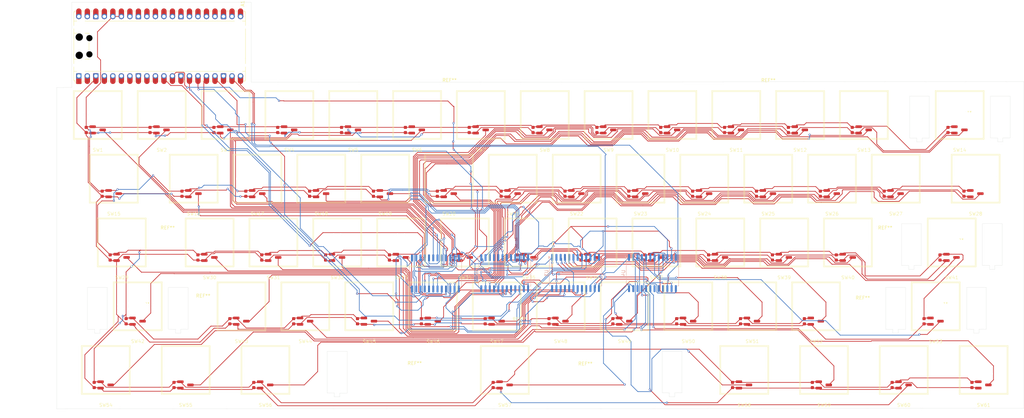
<source format=kicad_pcb>
(kicad_pcb (version 20241229) (generator "pcbnew") (generator_version "9.0")
  (layers (0 "F.Cu" signal) (2 "B.Cu" signal) (13 "F.Paste" user) (15 "B.Paste" user) (5 "F.SilkS" user "F.Silkscreen") (7 "B.SilkS" user "B.Silkscreen") (1 "F.Mask" user) (3 "B.Mask" user) (25 "Edge.Cuts" user))
  (net 0 "")
  (net 1 "GPI05")
  (net 2 "GPIO0")
  (net 3 "+3V3")
  (net 5 "GPIO15")
  (net 6 "GND")
  (net 7 "GPI020")
  (net 8 "GPI06")
  (net 9 "GPI08")
  (net 10 "GPI010")
  (net 12 "GPI011")
  (net 13 "GPI013")
  (net 14 "GPI027_ADC1")
  (net 16 "GPIO3")
  (net 17 "GPI09")
  (net 18 "GPI012")
  (net 19 "GPI021")
  (net 20 "GPI07")
  (net 21 "GPI018")
  (net 22 "GPI016")
  (net 23 "GPI014")
  (net 24 "GPI017")
  (net 25 "GPI028_ADC2")
  (net 26 "GPI022")
  (net 27 "GPIO4")
  (net 28 "GPIO1")
  (net 29 "GPI019")
  (net 30 "GPI026_ADC0")
  (net 32 "GPIO2")
  (net 34 "SW1")
  (net 35 "SW2")
  (net 36 "SW3")
  (net 37 "SW4")
  (net 38 "SW5")
  (net 39 "SW6")
  (net 40 "SW7")
  (net 41 "SW8")
  (net 42 "SW9")
  (net 43 "SW10")
  (net 44 "SW11")
  (net 45 "SW12")
  (net 46 "SW13")
  (net 47 "SW14")
  (net 48 "SW15")
  (net 49 "SW16")
  (net 50 "SW17")
  (net 51 "SW18")
  (net 52 "SW19")
  (net 53 "SW20")
  (net 54 "SW21")
  (net 55 "SW22")
  (net 56 "SW23")
  (net 57 "SW24")
  (net 58 "SW25")
  (net 59 "SW26")
  (net 60 "SW27")
  (net 61 "SW28")
  (net 62 "SW29")
  (net 63 "SW30")
  (net 64 "SW31")
  (net 65 "SW32")
  (net 66 "SW33")
  (net 67 "SW34")
  (net 68 "SW35")
  (net 69 "SW36")
  (net 70 "SW37")
  (net 71 "SW38")
  (net 72 "SW39")
  (net 73 "SW40")
  (net 74 "SW41")
  (net 75 "SW42")
  (net 76 "SW43")
  (net 77 "SW44")
  (net 78 "SW45")
  (net 79 "SW46")
  (net 80 "SW47")
  (net 81 "SW48")
  (net 82 "SW49")
  (net 83 "SW50")
  (net 84 "SW51")
  (net 85 "SW52")
  (net 86 "SW53")
  (net 87 "SW54")
  (net 88 "SW55")
  (net 89 "SW56")
  (net 90 "SW57")
  (net 91 "SW58")
  (net 92 "SW59")
  (net 93 "SW60")
  (net 94 "SW61")
  (net 95 "GPI026")
  (footprint "MagStrike:Gateron_Low_Profile_Magnetic_Jade" (layer "F.Cu") (at 38.1 38.1)
    (property "Reference" "SW1")
    (property "Value" "~")
  )
  (footprint "MagStrike:Gateron_Low_Profile_Magnetic_Jade" (layer "F.Cu") (at 242.8875 76.2)
    (property "Reference" "SW39")
    (property "Value" "~")
  )
  (footprint "MagStrike:Gateron_Low_Profile_Magnetic_Jade" (layer "F.Cu") (at 85.725 57.15)
    (property "Reference" "SW17")
    (property "Value" "~")
  )
  (footprint "MagStrike:Gateron_Low_Profile_Magnetic_Jade" (layer "F.Cu") (at 252.4125 95.25)
    (property "Reference" "SW52")
    (property "Value" "~")
  )
  (footprint "MagStrike:Gateron_Low_Profile_Magnetic_Jade" (layer "F.Cu") (at 109.5375 76.2)
    (property "Reference" "SW32")
    (property "Value" "~")
  )
  (footprint "MagStrike:Gateron_Low_Profile_Magnetic_Jade" (layer "F.Cu") (at 119.0625 95.25)
    (property "Reference" "SW45")
    (property "Value" "~")
  )
  (footprint "MagStrike:Gateron_Low_Profile_Magnetic_Jade" (layer "F.Cu") (at 64.29375 114.3)
    (property "Reference" "SW55")
    (property "Value" "~")
  )
  (footprint "Stablilizer:2U" (layer "F.Cu") (at 294.376579 76.019419)
    (property "Reference" "REF**")
    (property "Value" "2U")
    (fp_line (start -16.45 -5.425) (end -16.45 7.05) (stroke (width 0.05)) (layer "Edge.Cuts"))
    (fp_line (start -16.45 7.05) (end -14.34 7.05) (stroke (width 0.05)) (layer "Edge.Cuts"))
    (fp_line (start -14.34 7.05) (end -14.34 8.22) (stroke (width 0.05)) (layer "Edge.Cuts"))
    (fp_line (start -14.34 8.22) (end -12.72 8.22) (stroke (width 0.05)) (layer "Edge.Cuts"))
    (fp_line (start -12.72 7.07) (end -10.524909 7.07) (stroke (width 0.05)) (layer "Edge.Cuts"))
    (fp_line (start -12.72 8.22) (end -12.72 7.07) (stroke (width 0.05)) (layer "Edge.Cuts"))
    (fp_line (start -10.525 -5.425) (end -16.45 -5.425) (stroke (width 0.05)) (layer "Edge.Cuts"))
    (fp_line (start -10.524909 7.07) (end -10.525 -5.425) (stroke (width 0.05)) (layer "Edge.Cuts"))
    (fp_line (start 7.7 -5.43) (end 7.7 6.625) (stroke (width 0.05)) (layer "Edge.Cuts"))
    (fp_line (start 7.7 7.025) (end 7.7 6.625) (stroke (width 0.05)) (layer "Edge.Cuts"))
    (fp_line (start 9.82 7.04) (end 7.7 7.025) (stroke (width 0.05)) (layer "Edge.Cuts"))
    (fp_line (start 9.82 7.04) (end 9.82 8.21) (stroke (width 0.05)) (layer "Edge.Cuts"))
    (fp_line (start 9.82 8.21) (end 11.41 8.21) (stroke (width 0.05)) (layer "Edge.Cuts"))
    (fp_line (start 11.41 7.03) (end 13.57 7.03) (stroke (width 0.05)) (layer "Edge.Cuts"))
    (fp_line (start 11.41 8.21) (end 11.41 7.03) (stroke (width 0.05)) (layer "Edge.Cuts"))
    (fp_line (start 13.57 -5.43) (end 7.7 -5.43) (stroke (width 0.05)) (layer "Edge.Cuts"))
    (fp_line (start 13.57 7.03) (end 13.57 -5.43) (stroke (width 0.05)) (layer "Edge.Cuts"))
  )
  (footprint "MagStrike:Gateron_Low_Profile_Magnetic_Jade" (layer "F.Cu") (at 161.925 57.15)
    (property "Reference" "SW21")
    (property "Value" "~")
  )
  (footprint "MagStrike:Gateron_Low_Profile_Magnetic_Jade" (layer "F.Cu") (at 147.6375 76.2)
    (property "Reference" "SW34")
    (property "Value" "~")
  )
  (footprint "MagStrike:Gateron_Low_Profile_Magnetic_Jade" (layer "F.Cu") (at 204.7875 76.2)
    (property "Reference" "SW37")
    (property "Value" "~")
  )
  (footprint "MagStrike:Gateron_Low_Profile_Magnetic_Jade" (layer "F.Cu") (at 209.55 38.1)
    (property "Reference" "SW10")
    (property "Value" "~")
  )
  (footprint "MagStrike:Gateron_Low_Profile_Magnetic_Jade" (layer "F.Cu") (at 214.3125 95.25)
    (property "Reference" "SW50")
    (property "Value" "~")
  )
  (footprint "MagStrike:Gateron_Low_Profile_Magnetic_Jade" (layer "F.Cu") (at 114.3 38.1)
    (property "Reference" "SW5")
    (property "Value" "~")
  )
  (footprint "MagStrike:Gateron_Low_Profile_Magnetic_Jade" (layer "F.Cu") (at 219.075 57.15)
    (property "Reference" "SW24")
    (property "Value" "~")
  )
  (footprint "MagStrike:Gateron_Low_Profile_Magnetic_Jade" (layer "F.Cu") (at 50.00625 95.25)
    (property "Reference" "SW42")
    (property "Value" "~")
  )
  (footprint "MagStrike:Gateron_Low_Profile_Magnetic_Jade" (layer "F.Cu") (at 76.2 38.1)
    (property "Reference" "SW3")
    (property "Value" "~")
  )
  (footprint "MagStrike:Gateron_Low_Profile_Magnetic_Jade" (layer "F.Cu") (at 228.6 38.1)
    (property "Reference" "SW11")
    (property "Value" "~")
  )
  (footprint "MagStrike:Gateron_Low_Profile_Magnetic_Jade" (layer "F.Cu") (at 176.2125 95.25)
    (property "Reference" "SW48")
    (property "Value" "~")
  )
  (footprint "MagStrike:Gateron_Low_Profile_Magnetic_Jade" (layer "F.Cu") (at 300.0375 57.15)
    (property "Reference" "SW28")
    (property "Value" "~")
  )
  (footprint "MagStrike:Gateron_Low_Profile_Magnetic_Jade" (layer "F.Cu") (at 95.25 38.1)
    (property "Reference" "SW4")
    (property "Value" "~")
  )
  (footprint "MagStrike:Gateron_Low_Profile_Magnetic_Jade" (layer "F.Cu") (at 257.175 57.15)
    (property "Reference" "SW26")
    (property "Value" "~")
  )
  (footprint "MagStrike:Gateron_Low_Profile_Magnetic_Jade" (layer "F.Cu") (at 247.65 38.1)
    (property "Reference" "SW12")
    (property "Value" "~")
  )
  (footprint "Stablilizer:2U" (layer "F.Cu") (at 296.775641 37.915714)
    (property "Reference" "REF**")
    (property "Value" "2U")
    (fp_line (start -16.45 -5.425) (end -16.45 7.05) (stroke (width 0.05)) (layer "Edge.Cuts"))
    (fp_line (start -16.45 7.05) (end -14.34 7.05) (stroke (width 0.05)) (layer "Edge.Cuts"))
    (fp_line (start -14.34 7.05) (end -14.34 8.22) (stroke (width 0.05)) (layer "Edge.Cuts"))
    (fp_line (start -14.34 8.22) (end -12.72 8.22) (stroke (width 0.05)) (layer "Edge.Cuts"))
    (fp_line (start -12.72 7.07) (end -10.524909 7.07) (stroke (width 0.05)) (layer "Edge.Cuts"))
    (fp_line (start -12.72 8.22) (end -12.72 7.07) (stroke (width 0.05)) (layer "Edge.Cuts"))
    (fp_line (start -10.525 -5.425) (end -16.45 -5.425) (stroke (width 0.05)) (layer "Edge.Cuts"))
    (fp_line (start -10.524909 7.07) (end -10.525 -5.425) (stroke (width 0.05)) (layer "Edge.Cuts"))
    (fp_line (start 7.7 -5.43) (end 7.7 6.625) (stroke (width 0.05)) (layer "Edge.Cuts"))
    (fp_line (start 7.7 7.025) (end 7.7 6.625) (stroke (width 0.05)) (layer "Edge.Cuts"))
    (fp_line (start 9.82 7.04) (end 7.7 7.025) (stroke (width 0.05)) (layer "Edge.Cuts"))
    (fp_line (start 9.82 7.04) (end 9.82 8.21) (stroke (width 0.05)) (layer "Edge.Cuts"))
    (fp_line (start 9.82 8.21) (end 11.41 8.21) (stroke (width 0.05)) (layer "Edge.Cuts"))
    (fp_line (start 11.41 7.03) (end 13.57 7.03) (stroke (width 0.05)) (layer "Edge.Cuts"))
    (fp_line (start 11.41 8.21) (end 11.41 7.03) (stroke (width 0.05)) (layer "Edge.Cuts"))
    (fp_line (start 13.57 -5.43) (end 7.7 -5.43) (stroke (width 0.05)) (layer "Edge.Cuts"))
    (fp_line (start 13.57 7.03) (end 13.57 -5.43) (stroke (width 0.05)) (layer "Edge.Cuts"))
  )
  (footprint "MountingHole:MountingHole_2.1mm" (layer "F.Cu") (at 143.046179 30.765074)
    (property "Reference" "REF**")
    (property "Value" "MountingHole_2.1mm")
  )
  (footprint "MagStrike:Gateron_Low_Profile_Magnetic_Jade" (layer "F.Cu") (at 195.2625 95.25)
    (property "Reference" "SW49")
    (property "Value" "~")
  )
  (footprint "MagStrike:Gateron_Low_Profile_Magnetic_Jade" (layer "F.Cu") (at 295.275 38.1)
    (property "Reference" "SW14")
    (property "Value" "~")
  )
  (footprint "MagStrike:Gateron_Low_Profile_Magnetic_Jade" (layer "F.Cu") (at 166.6875 76.2)
    (property "Reference" "SW35")
    (property "Value" "~")
  )
  (footprint "MagStrike:Gateron_Low_Profile_Magnetic_Jade" (layer "F.Cu") (at 278.60625 114.3)
    (property "Reference" "SW60")
    (property "Value" "~")
  )
  (footprint "MagStrike:Gateron_Low_Profile_Magnetic_Jade" (layer "F.Cu") (at 152.4 38.1)
    (property "Reference" "SW7")
    (property "Value" "~")
  )
  (footprint "MagStrike:Gateron_Low_Profile_Magnetic_Jade" (layer "F.Cu") (at 90.4875 76.2)
    (property "Reference" "SW31")
    (property "Value" "~")
  )
  (footprint "Stablilizer:6U" (layer "F.Cu") (at 162.74 99.25)
    (property "Reference" "REF**")
    (property "Value" "6U")
    (fp_line (start -56.200764 9.451596) (end -56.200764 21.926596) (stroke (width 0.05)) (layer "Edge.Cuts"))
    (fp_line (start -56.200764 21.926596) (end -54.090764 21.926596) (stroke (width 0.05)) (layer "Edge.Cuts"))
    (fp_line (start -54.090764 21.926596) (end -54.090764 23.096596) (stroke (width 0.05)) (layer "Edge.Cuts"))
    (fp_line (start -54.090764 23.096596) (end -52.470764 23.096596) (stroke (width 0.05)) (layer "Edge.Cuts"))
    (fp_line (start -52.470764 21.946596) (end -50.275673 21.946596) (stroke (width 0.05)) (layer "Edge.Cuts"))
    (fp_line (start -52.470764 23.096596) (end -52.470764 21.946596) (stroke (width 0.05)) (layer "Edge.Cuts"))
    (fp_line (start -50.275764 9.451596) (end -56.200764 9.451596) (stroke (width 0.05)) (layer "Edge.Cuts"))
    (fp_line (start -50.275673 21.946596) (end -50.275764 9.451596) (stroke (width 0.05)) (layer "Edge.Cuts"))
    (fp_line (start 43.799236 9.446596) (end 43.799236 21.501596) (stroke (width 0.05)) (layer "Edge.Cuts"))
    (fp_line (start 43.799236 21.901596) (end 43.799236 21.501596) (stroke (width 0.05)) (layer "Edge.Cuts"))
    (fp_line (start 45.919236 21.916596) (end 43.799236 21.901596) (stroke (width 0.05)) (layer "Edge.Cuts"))
    (fp_line (start 45.919236 21.916596) (end 45.919236 23.086596) (stroke (width 0.05)) (layer "Edge.Cuts"))
    (fp_line (start 45.919236 23.086596) (end 47.509236 23.086596) (stroke (width 0.05)) (layer "Edge.Cuts"))
    (fp_line (start 47.509236 21.906596) (end 49.669236 21.906596) (stroke (width 0.05)) (layer "Edge.Cuts"))
    (fp_line (start 47.509236 23.086596) (end 47.509236 21.906596) (stroke (width 0.05)) (layer "Edge.Cuts"))
    (fp_line (start 49.669236 9.446596) (end 43.799236 9.446596) (stroke (width 0.05)) (layer "Edge.Cuts"))
    (fp_line (start 49.669236 21.906596) (end 49.669236 9.446596) (stroke (width 0.05)) (layer "Edge.Cuts"))
  )
  (footprint "MagStrike:Gateron_Low_Profile_Magnetic_Jade" (layer "F.Cu") (at 233.3625 95.25)
    (property "Reference" "SW51")
    (property "Value" "~")
  )
  (footprint "MagStrike:Gateron_Low_Profile_Magnetic_Jade" (layer "F.Cu") (at 133.35 38.1)
    (property "Reference" "SW6")
    (property "Value" "~")
  )
  (footprint "MagStrike:Gateron_Low_Profile_Magnetic_Jade" (layer "F.Cu") (at 157.1625 95.25)
    (property "Reference" "SW47")
    (property "Value" "~")
  )
  (footprint "MagStrike:Gateron_Low_Profile_Magnetic_Jade" (layer "F.Cu") (at 100.0125 95.25)
    (property "Reference" "SW44")
    (property "Value" "~")
  )
  (footprint "MagStrike:Gateron_Low_Profile_Magnetic_Jade" (layer "F.Cu") (at 171.45 38.1)
    (property "Reference" "SW8")
    (property "Value" "~")
  )
  (footprint "MagStrike:Gateron_Low_Profile_Magnetic_Jade" (layer "F.Cu") (at 200.025 57.15)
    (property "Reference" "SW23")
    (property "Value" "~")
  )
  (footprint "MagStrike:Gateron_Low_Profile_Magnetic_Jade" (layer "F.Cu") (at 292.89375 76.2)
    (property "Reference" "SW41")
    (property "Value" "~")
  )
  (footprint "MagStrike:Gateron_Low_Profile_Magnetic_Jade" (layer "F.Cu") (at 230.98125 114.3)
    (property "Reference" "SW58")
    (property "Value" "~")
  )
  (footprint "MountingHole:MountingHole_2.1mm" (layer "F.Cu") (at 58.93 74.850778)
    (property "Reference" "REF**")
    (property "Value" "MountingHole_2.1mm")
  )
  (footprint "MountingHole:MountingHole_2.1mm" (layer "F.Cu") (at 69.53 95.19)
    (property "Reference" "REF**")
    (property "Value" "MountingHole_2.1mm")
  )
  (footprint "MagStrike:Gateron_Low_Profile_Magnetic_Jade" (layer "F.Cu") (at 40.48125 114.3)
    (property "Reference" "SW54")
    (property "Value" "~")
  )
  (footprint "MagStrike:Gateron_Low_Profile_Magnetic_Jade" (layer "F.Cu") (at 57.15 38.1)
    (property "Reference" "SW2")
    (property "Value" "~")
  )
  (footprint "MagStrike:Gateron_Low_Profile_Magnetic_Jade" (layer "F.Cu") (at 180.975 57.15)
    (property "Reference" "SW22")
    (property "Value" "~")
  )
  (footprint "MagStrike:Gateron_Low_Profile_Magnetic_Jade" (layer "F.Cu") (at 254.79375 114.3)
    (property "Reference" "SW59")
    (property "Value" "~")
  )
  (footprint "MountingHole:MountingHole_2.1mm" (layer "F.Cu") (at 266.38 95.81)
    (property "Reference" "REF**")
    (property "Value" "MountingHole_2.1mm")
  )
  (footprint "MagStrike:Gateron_Low_Profile_Magnetic_Jade" (layer "F.Cu") (at 261.9375 76.2)
    (property "Reference" "SW40")
    (property "Value" "~")
  )
  (footprint "Stablilizer:2U" (layer "F.Cu") (at 51.447113 95.070778)
    (property "Reference" "REF**")
    (property "Value" "2U")
    (fp_line (start -16.45 -5.425) (end -16.45 7.05) (stroke (width 0.05)) (layer "Edge.Cuts"))
    (fp_line (start -16.45 7.05) (end -14.34 7.05) (stroke (width 0.05)) (layer "Edge.Cuts"))
    (fp_line (start -14.34 7.05) (end -14.34 8.22) (stroke (width 0.05)) (layer "Edge.Cuts"))
    (fp_line (start -14.34 8.22) (end -12.72 8.22) (stroke (width 0.05)) (layer "Edge.Cuts"))
    (fp_line (start -12.72 7.07) (end -10.524909 7.07) (stroke (width 0.05)) (layer "Edge.Cuts"))
    (fp_line (start -12.72 8.22) (end -12.72 7.07) (stroke (width 0.05)) (layer "Edge.Cuts"))
    (fp_line (start -10.525 -5.425) (end -16.45 -5.425) (stroke (width 0.05)) (layer "Edge.Cuts"))
    (fp_line (start -10.524909 7.07) (end -10.525 -5.425) (stroke (width 0.05)) (layer "Edge.Cuts"))
    (fp_line (start 7.7 -5.43) (end 7.7 6.625) (stroke (width 0.05)) (layer "Edge.Cuts"))
    (fp_line (start 7.7 7.025) (end 7.7 6.625) (stroke (width 0.05)) (layer "Edge.Cuts"))
    (fp_line (start 9.82 7.04) (end 7.7 7.025) (stroke (width 0.05)) (layer "Edge.Cuts"))
    (fp_line (start 9.82 7.04) (end 9.82 8.21) (stroke (width 0.05)) (layer "Edge.Cuts"))
    (fp_line (start 9.82 8.21) (end 11.41 8.21) (stroke (width 0.05)) (layer "Edge.Cuts"))
    (fp_line (start 11.41 7.03) (end 13.57 7.03) (stroke (width 0.05)) (layer "Edge.Cuts"))
    (fp_line (start 11.41 8.21) (end 11.41 7.03) (stroke (width 0.05)) (layer "Edge.Cuts"))
    (fp_line (start 13.57 -5.43) (end 7.7 -5.43) (stroke (width 0.05)) (layer "Edge.Cuts"))
    (fp_line (start 13.57 7.03) (end 13.57 -5.43) (stroke (width 0.05)) (layer "Edge.Cuts"))
  )
  (footprint "MountingHole:MountingHole_2.1mm" (layer "F.Cu") (at 132.64 115.33)
    (property "Reference" "REF**")
    (property "Value" "MountingHole_2.1mm")
  )
  (footprint "MagStrike:Gateron_Low_Profile_Magnetic_Jade" (layer "F.Cu") (at 71.4375 76.2)
    (property "Reference" "SW30")
    (property "Value" "~")
  )
  (footprint "MountingHole:MountingHole_2.1mm" (layer "F.Cu") (at 238.19 30.8)
    (property "Reference" "REF**")
    (property "Value" "MountingHole_2.1mm")
  )
  (footprint "MagStrike:Gateron_Low_Profile_Magnetic_Jade" (layer "F.Cu") (at 80.9625 95.25)
    (property "Reference" "SW43")
    (property "Value" "~")
  )
  (footprint "MagStrike:Gateron_Low_Profile_Magnetic_Jade" (layer "F.Cu") (at 190.5 38.1)
    (property "Reference" "SW9")
    (property "Value" "~")
  )
  (footprint "MountingHole:MountingHole_2.1mm" (layer "F.Cu") (at 183.58 115.47)
    (property "Reference" "REF**")
    (property "Value" "MountingHole_2.1mm")
  )
  (footprint "MagStrike:Gateron_Low_Profile_Magnetic_Jade" (layer "F.Cu") (at 45.24375 76.2)
    (property "Reference" "SW29")
    (property "Value" "~")
  )
  (footprint "MagStrike:Gateron_Low_Profile_Magnetic_Jade" (layer "F.Cu") (at 238.125 57.15)
    (property "Reference" "SW25")
    (property "Value" "~")
  )
  (footprint "MagStrike:Gateron_Low_Profile_Magnetic_Jade" (layer "F.Cu") (at 104.775 57.15)
    (property "Reference" "SW18")
    (property "Value" "~")
  )
  (footprint "MagStrike:Gateron_Low_Profile_Magnetic_Jade" (layer "F.Cu") (at 302.41875 114.3)
    (property "Reference" "SW61")
    (property "Value" "~")
  )
  (footprint "MagStrike:Gateron_Low_Profile_Magnetic_Jade" (layer "F.Cu") (at 276.225 57.15)
    (property "Reference" "SW27")
    (property "Value" "~")
  )
  (footprint "MagStrike:Gateron_Low_Profile_Magnetic_Jade" (layer "F.Cu") (at 66.675 57.15)
    (property "Reference" "SW16")
    (property "Value" "~")
  )
  (footprint "MagStrike:Gateron_Low_Profile_Magnetic_Jade" (layer "F.Cu") (at 266.7 38.1)
    (property "Reference" "SW13")
    (property "Value" "~")
  )
  (footprint "MagStrike:Gateron_Low_Profile_Magnetic_Jade" (layer "F.Cu") (at 288.13125 95.25)
    (property "Reference" "SW53")
    (property "Value" "~")
  )
  (footprint "Stablilizer:2U" (layer "F.Cu") (at 289.65 95.07)
    (property "Reference" "REF**")
    (property "Value" "2U")
    (fp_line (start -16.45 -5.425) (end -16.45 7.05) (stroke (width 0.05)) (layer "Edge.Cuts"))
    (fp_line (start -16.45 7.05) (end -14.34 7.05) (stroke (width 0.05)) (layer "Edge.Cuts"))
    (fp_line (start -14.34 7.05) (end -14.34 8.22) (stroke (width 0.05)) (layer "Edge.Cuts"))
    (fp_line (start -14.34 8.22) (end -12.72 8.22) (stroke (width 0.05)) (layer "Edge.Cuts"))
    (fp_line (start -12.72 7.07) (end -10.524909 7.07) (stroke (width 0.05)) (layer "Edge.Cuts"))
    (fp_line (start -12.72 8.22) (end -12.72 7.07) (stroke (width 0.05)) (layer "Edge.Cuts"))
    (fp_line (start -10.525 -5.425) (end -16.45 -5.425) (stroke (width 0.05)) (layer "Edge.Cuts"))
    (fp_line (start -10.524909 7.07) (end -10.525 -5.425) (stroke (width 0.05)) (layer "Edge.Cuts"))
    (fp_line (start 7.7 -5.43) (end 7.7 6.625) (stroke (width 0.05)) (layer "Edge.Cuts"))
    (fp_line (start 7.7 7.025) (end 7.7 6.625) (stroke (width 0.05)) (layer "Edge.Cuts"))
    (fp_line (start 9.82 7.04) (end 7.7 7.025) (stroke (width 0.05)) (layer "Edge.Cuts"))
    (fp_line (start 9.82 7.04) (end 9.82 8.21) (stroke (width 0.05)) (layer "Edge.Cuts"))
    (fp_line (start 9.82 8.21) (end 11.41 8.21) (stroke (width 0.05)) (layer "Edge.Cuts"))
    (fp_line (start 11.41 7.03) (end 13.57 7.03) (stroke (width 0.05)) (layer "Edge.Cuts"))
    (fp_line (start 11.41 8.21) (end 11.41 7.03) (stroke (width 0.05)) (layer "Edge.Cuts"))
    (fp_line (start 13.57 -5.43) (end 7.7 -5.43) (stroke (width 0.05)) (layer "Edge.Cuts"))
    (fp_line (start 13.57 7.03) (end 13.57 -5.43) (stroke (width 0.05)) (layer "Edge.Cuts"))
  )
  (footprint "MagStrike:Gateron_Low_Profile_Magnetic_Jade" (layer "F.Cu") (at 185.7375 76.2)
    (property "Reference" "SW36")
    (property "Value" "~")
  )
  (footprint "MagStrike:Gateron_Low_Profile_Magnetic_Jade" (layer "F.Cu") (at 223.8375 76.2)
    (property "Reference" "SW38")
    (property "Value" "~")
  )
  (footprint "MagStrike:Gateron_Low_Profile_Magnetic_Jade" (layer "F.Cu") (at 142.875 57.15)
    (property "Reference" "SW20")
    (property "Value" "~")
  )
  (footprint "MagStrike:Gateron_Low_Profile_Magnetic_Jade" (layer "F.Cu") (at 138.1125 95.25)
    (property "Reference" "SW46")
    (property "Value" "~")
  )
  (footprint "MagStrike:Gateron_Low_Profile_Magnetic_Jade" (layer "F.Cu") (at 123.825 57.15)
    (property "Reference" "SW19")
    (property "Value" "~")
  )
  (footprint "MountingHole:MountingHole_2.1mm" (layer "F.Cu") (at 273.051613 74.849999)
    (property "Reference" "REF**")
    (property "Value" "MountingHole_2.1mm")
  )
  (footprint "MagStrike:Gateron_Low_Profile_Magnetic_Jade" (layer "F.Cu") (at 88.10625 114.3)
    (property "Reference" "SW56")
    (property "Value" "~")
  )
  (footprint "MagStrike:Gateron_Low_Profile_Magnetic_Jade" (layer "F.Cu") (at 159.54375 114.3)
    (property "Reference" "SW57")
    (property "Value" "~")
  )
  (footprint "MagStrike:Gateron_Low_Profile_Magnetic_Jade" (layer "F.Cu") (at 128.5875 76.2)
    (property "Reference" "SW33")
    (property "Value" "~")
  )
  (footprint "Module:RaspberryPi_Pico_Common_Unspecified" (layer "F.Cu") (at 56.54 17.56 90)
    (property "Reference" "A1")
    (property "Value" "RaspberryPi_Pico")
  )
  (footprint "MagStrike:Gateron_Low_Profile_Magnetic_Jade" (layer "F.Cu") (at 42.8625 57.15)
    (property "Reference" "SW15")
    (property "Value" "~")
  )
  (footprint "Package_SO:SOIC-24W_7.5x15.4mm_P1.27mm" (layer "B.Cu") (at 180.6525 85.31 -90)
    (property "Reference" "U3")
    (property "Value" "CD74HC4067M")
  )
  (footprint "Package_SO:SOIC-24W_7.5x15.4mm_P1.27mm" (layer "B.Cu") (at 203.595 85.335 -90)
    (property "Reference" "U4")
    (property "Value" "CD74HC4067M")
  )
  (footprint "Package_SO:SOIC-24W_7.5x15.4mm_P1.27mm" (layer "B.Cu") (at 159.5 85.38 -90)
    (property "Reference" "U2")
    (property "Value" "CD74HC4067M")
  )
  (footprint "Package_SO:SOIC-24W_7.5x15.4mm_P1.27mm" (layer "B.Cu") (at 138.82 85.45 -90)
    (property "Reference" "U1")
    (property "Value" "CD74HC4067M")
  )
  (gr_line (start 30.34 4.45) (end 83.86 4.45) (stroke (width 0.05)) (layer "Edge.Cuts"))
  (gr_line (start 25.78 125.94) (end 25.78 29.88) (stroke (width 0.05)) (layer "Edge.Cuts"))
  (gr_line (start 83.86 28.33) (end 314.46 28.14) (stroke (width 0.05)) (layer "Edge.Cuts"))
  (gr_line (start 83.86 4.45) (end 83.86 28.33) (stroke (width 0.05)) (layer "Edge.Cuts"))
  (gr_line (start 30.36 29.87) (end 30.34 4.45) (stroke (width 0.05)) (layer "Edge.Cuts"))
  (gr_line (start 314.46 125.76) (end 25.78 125.94) (stroke (width 0.05)) (layer "Edge.Cuts"))
  (gr_line (start 314.46 28.14) (end 314.46 125.76) (stroke (width 0.05)) (layer "Edge.Cuts"))
  (gr_line (start 25.78 29.88) (end 30.36 29.87) (stroke (width 0.05)) (layer "Edge.Cuts"))
  (segment (start 258.4575 79.91) (end 257.48 79.91) (width 0.2) (layer "F.Cu") (net 3))
  (segment (start 79.3925 98.76) (end 82.3715 101.739) (width 0.2) (layer "F.Cu") (net 3))
  (segment (start 65.105 60.66) (end 63.395 60.66) (width 0.2) (layer "F.Cu") (net 3))
  (segment (start 67.58 60.16) (end 65.605 60.16) (width 0.2) (layer "F.Cu") (net 3))
  (segment (start 141.864 60.101) (end 141.305 60.66) (width 0.2) (layer "F.Cu") (net 3))
  (segment (start 264.248664 79.31) (end 267.06 82.121336) (width 0.2) (layer "F.Cu") (net 3))
  (segment (start 46.72625 98.76) (end 46.52625 98.96) (width 0.2) (layer "F.Cu") (net 3))
  (segment (start 225.32 41.61) (end 225.12 41.81) (width 0.2) (layer "F.Cu") (net 3))
  (segment (start 273.67525 119.461) (end 254.87475 119.461) (width 0.2) (layer "F.Cu") (net 3))
  (segment (start 241.8765 79.151) (end 241.3175 79.71) (width 0.2) (layer "F.Cu") (net 3))
  (segment (start 75.27 101.19) (end 71.83 101.19) (width 0.2) (layer "F.Cu") (net 3))
  (segment (start 258.397344 60.101) (end 256.164 60.101) (width 0.2) (layer "F.Cu") (net 3))
  (segment (start 163.639 100.411) (end 157.2435 100.411) (width 0.2) (layer "F.Cu") (net 3))
  (segment (start 207.98 41.61) (end 206.27 41.61) (width 0.2) (layer "F.Cu") (net 3))
  (segment (start 151.23 41.21) (end 167.37 41.21) (width 0.2) (layer "F.Cu") (net 3))
  (segment (start 77.4825 98.96) (end 75.27 101.1725) (width 0.2) (layer "F.Cu") (net 3))
  (segment (start 146.393988 79.53) (end 146.2475 79.53) (width 0.2) (layer "F.Cu") (net 3))
  (segment (start 45.11 8.67) (end 42.57 8.67) (width 0.2) (layer "F.Cu") (net 3))
  (segment (start 41.96375 79.71) (end 41.76375 79.91) (width 0.2) (layer "F.Cu") (net 3))
  (segment (start 231.7925 98.76) (end 230.0825 98.76) (width 0.2) (layer "F.Cu") (net 3))
  (segment (start 131.58 41.81) (end 131.78 41.61) (width 0.2) (layer "F.Cu") (net 3))
  (segment (start 265.282 41.458) (end 265.13 41.61) (width 0.2) (layer "F.Cu") (net 3))
  (segment (start 201.247344 60.101) (end 199.014 60.101) (width 0.2) (layer "F.Cu") (net 3))
  (segment (start 84.62625 118.01) (end 86.33625 118.01) (width 0.2) (layer "F.Cu") (net 3))
  (segment (start 34.62 41.81) (end 34.62 32.81505) (width 0.2) (layer "F.Cu") (net 3))
  (segment (start 87.0075 79.91) (end 85.8975 78.8) (width 0.2) (layer "F.Cu") (net 3))
  (segment (start 36.73 41.81) (end 36.53 41.61) (width 0.2) (layer "F.Cu") (net 3))
  (segment (start 275.214 60.101) (end 274.655 60.66) (width 0.2) (layer "F.Cu") (net 3))
  (segment (start 163.4075 79.71) (end 163.2075 79.91) (width 0.2) (layer "F.Cu") (net 3))
  (segment (start 176.2935 100.411) (end 174.6425 98.76) (width 0.2) (layer "F.Cu") (net 3))
  (segment (start 129.87 41.81) (end 131.58 41.81) (width 0.2) (layer "F.Cu") (net 3))
  (segment (start 189.48 41.06) (end 205.32 41.06) (width 0.2) (layer "F.Cu") (net 3))
  (segment (start 192.65 97.42) (end 192.65 97.7175) (width 0.2) (layer "F.Cu") (net 3))
  (segment (start 146.49 98.96) (end 146.41 98.88) (width 0.2) (layer "F.Cu") (net 3))
  (segment (start 70.4265 79.151) (end 69.8675 79.71) (width 0.2) (layer "F.Cu") (net 3))
  (segment (start 106.2575 79.71) (end 106.0575 79.91) (width 0.2) (layer "F.Cu") (net 3))
  (segment (start 229.822344 41.051) (end 227.589 41.051) (width 0.2) (layer "F.Cu") (net 3))
  (segment (start 162.49475 114.72553) (end 162.49475 115.574936) (width 0.2) (layer "F.Cu") (net 3))
  (segment (start 156.06375 118.01) (end 157.77375 118.01) (width 0.2) (layer "F.Cu") (net 3))
  (segment (start 99.0015 98.201) (end 98.4425 98.76) (width 0.2) (layer "F.Cu") (net 3))
  (segment (start 239.958344 59.49) (end 239.347344 60.101) (width 0.2) (layer "F.Cu") (net 3))
  (segment (start 209.3815 100.411) (end 195.3435 100.411) (width 0.2) (layer "F.Cu") (net 3))
  (segment (start 277.447344 60.101) (end 275.214 60.101) (width 0.2) (layer "F.Cu") (net 3))
  (segment (start 35.621 45.019) (end 35.98 44.66) (width 0.2) (layer "F.Cu") (net 3))
  (segment (start 196.745 60.66) (end 196.545 60.86) (width 0.2) (layer "F.Cu") (net 3))
  (segment (start 82.3715 101.739) (end 93.7535 101.739) (width 0.2) (layer "F.Cu") (net 3))
  (segment (start 54.73625 105.06) (end 48.43625 98.76) (width 0.2) (layer "F.Cu") (net 3))
  (segment (start 108.5265 79.151) (end 107.9675 79.71) (width 0.2) (layer "F.Cu") (net 3))
  (segment (start 74.63 41.61) (end 72.92 41.61) (width 0.2) (layer "F.Cu") (net 3))
  (segment (start 63.395 60.66) (end 63.195 60.86) (width 0.2) (layer "F.Cu") (net 3))
  (segment (start 96.7325 98.76) (end 96.5325 98.96) (width 0.2) (layer "F.Cu") (net 3))
  (segment (start 246.639 41.051) (end 246.08 41.61) (width 0.2) (layer "F.Cu") (net 3))
  (segment (start 253.895 60.66) (end 253.695 60.86) (width 0.2) (layer "F.Cu") (net 3))
  (segment (start 218.064 60.101) (end 217.505 60.66) (width 0.2) (layer "F.Cu") (net 3))
  (segment (start 190.3315 100.411) (end 176.2935 100.411) (width 0.2) (layer "F.Cu") (net 3))
  (segment (start 181.088943 78.049) (end 169.011844 78.049) (width 0.2) (layer "F.Cu") (net 3))
  (segment (start 101.495 60.66) (end 101.295 60.86) (width 0.2) (layer "F.Cu") (net 3))
  (segment (start 85.8975 78.8) (end 73.010844 78.8) (width 0.2) (layer "F.Cu") (net 3))
  (segment (start 296.5575 60.86) (end 295.0775 59.38) (width 0.2) (layer "F.Cu") (net 3))
  (segment (start 263.22 41.81) (end 263.12 41.81) (width 0.2) (layer "F.Cu") (net 3))
  (segment (start 67.9575 79.91) (end 66.5675 78.52) (width 0.2) (layer "F.Cu") (net 3))
  (segment (start 150.83 41.61) (end 151.23 41.21) (width 0.2) (layer "F.Cu") (net 3))
  (segment (start 184.1675 79.71) (end 182.4575 79.71) (width 0.2) (layer "F.Cu") (net 3))
  (segment (start 141.305 60.66) (end 139.595 60.66) (width 0.2) (layer "F.Cu") (net 3))
  (segment (start 214.3935 100.411) (end 212.7425 98.76) (width 0.2) (layer "F.Cu") (net 3))
  (segment (start 243.09 40.73) (end 230.143344 40.73) (width 0.2) (layer "F.Cu") (net 3))
  (segment (start 140.095573 69.41) (end 144.612443 73.92687) (width 0.2) (layer "F.Cu") (net 3))
  (segment (start 275.12625 118.01) (end 273.67525 119.461) (width 0.2) (layer "F.Cu") (net 3))
  (segment (start 149.99375 124.08) (end 92.80625 124.08) (width 0.2) (layer "F.Cu") (net 3))
  (segment (start 250.6425 98.96) (end 250.8425 98.76) (width 0.2) (layer "F.Cu") (net 3))
  (segment (start 146.0675 78.932641) (end 146.0675 79.71) (width 0.2) (layer "F.Cu") (net 3))
  (segment (start 255.605 60.66) (end 253.895 60.66) (width 0.2) (layer "F.Cu") (net 3))
  (segment (start 206.570844 78.59) (end 206.009844 79.151) (width 0.2) (layer "F.Cu") (net 3))
  (segment (start 296.28 80.03) (end 295.96 79.71) (width 0.2) (layer "F.Cu") (net 3))
  (segment (start 217.505 60.66) (end 215.795 60.66) (width 0.2) (layer "F.Cu") (net 3))
  (segment (start 66.5675 78.52) (end 50.89 78.52) (width 0.2) (layer "F.Cu") (net 3))
  (segment (start 144.097344 60.101) (end 141.864 60.101) (width 0.2) (layer "F.Cu") (net 3))
  (segment (start 38.03 76.17625) (end 38.03 72.81) (width 0.2) (layer "F.Cu") (net 3))
  (segment (start 236.555 60.66) (end 234.845 60.66) (width 0.2) (layer "F.Cu") (net 3))
  (segment (start 157.2435 100.411) (end 155.5925 98.76) (width 0.2) (layer "F.Cu") (net 3))
  (segment (start 193.6925 98.76) (end 191.9825 98.76) (width 0.2) (layer "F.Cu") (net 3))
  (segment (start 68.28751 59.86) (end 68.138344 59.86) (width 0.2) (layer "F.Cu") (net 3))
  (segment (start 275.12625 118.01) (end 276.83625 118.01) (width 0.2) (layer "F.Cu") (net 3))
  (segment (start 46.52625 97.63) (end 46.52625 84.98375) (width 0.2) (layer "F.Cu") (net 3))
  (segment (start 153.8825 98.76) (end 153.6825 98.96) (width 0.2) (layer "F.Cu") (net 3))
  (segment (start 187.02 41.81) (end 186.33 41.12) (width 0.2) (layer "F.Cu") (net 3))
  (segment (start 53.67 41.81) (end 36.73 41.81) (width 0.2) (layer "F.Cu") (net 3))
  (segment (start 208.539 41.051) (end 207.98 41.61) (width 0.2) (layer "F.Cu") (net 3))
  (segment (start 278.168344 59.38) (end 277.447344 60.101) (width 0.2) (layer "F.Cu") (net 3))
  (segment (start 283.44864 86.2) (end 289.41375 80.23489) (width 0.2) (layer "F.Cu") (net 3))
  (segment (start 206.27 41.61) (end 206.07 41.81) (width 0.2) (layer "F.Cu") (net 3))
  (segment (start 298.4675 60.66) (end 296.7575 60.66) (width 0.2) (layer "F.Cu") (net 3))
  (segment (start 191.7825 98.96) (end 190.3315 100.411) (width 0.2) (layer "F.Cu") (net 3))
  (segment (start 258.4575 79.91) (end 260.1675 79.91) (width 0.2) (layer "F.Cu") (net 3))
  (segment (start 55.78 41.81) (end 55.58 41.61) (width 0.2) (layer "F.Cu") (net 3))
  (segment (start 73.010844 78.8) (end 72.659844 79.151) (width 0.2) (layer "F.Cu") (net 3))
  (segment (start 298.93875 118.01) (end 297.58875 116.66) (width 0.2) (layer "F.Cu") (net 3))
  (segment (start 100.085 59.65) (end 87.398344 59.65) (width 0.2) (layer "F.Cu") (net 3))
  (segment (start 82.445 60.66) (end 82.245 60.86) (width 0.2) (layer "F.Cu") (net 3))
  (segment (start 43.66 60.66) (end 41.2925 60.66) (width 0.2) (layer "F.Cu") (net 3))
  (segment (start 249.493344 40.43) (end 248.872344 41.051) (width 0.2) (layer "F.Cu") (net 3))
  (segment (start 186.33 41.12) (end 170.37 41.12) (width 0.2) (layer "F.Cu") (net 3))
  (segment (start 117.4925 98.76) (end 115.7825 98.76) (width 0.2) (layer "F.Cu") (net 3))
  (segment (start 260.1675 79.91) (end 260.3675 79.71) (width 0.2) (layer "F.Cu") (net 3))
  (segment (start 34.62 32.81505) (end 38.929 28.50605) (width 0.2) (layer "F.Cu") (net 3))
  (segment (start 72.92 41.61) (end 72.72 41.81) (width 0.2) (layer "F.Cu") (net 3))
  (segment (start 84.714 60.101) (end 84.155 60.66) (width 0.2) (layer "F.Cu") (net 3))
  (segment (start 157.015 59.43) (end 144.768344 59.43) (width 0.2) (layer "F.Cu") (net 3))
  (segment (start 284.65125 92.91875) (end 296.28 81.29) (width 0.2) (layer "F.Cu") (net 3))
  (segment (start 220.3575 79.91) (end 222.0675 79.91) (width 0.2) (layer "F.Cu") (net 3))
  (segment (start 82.245 60.86) (end 79.81 60.86) (width 0.2) (layer "F.Cu") (net 3))
  (segment (start 160.478569 82.94546) (end 160.478569 84.378569) (width 0.2) (layer "F.Cu") (net 3))
  (segment (start 164.52 99.53) (end 163.639 100.411) (width 0.2) (layer "F.Cu") (net 3))
  (segment (start 67.58 60.101) (end 67.58 60.16) (width 0.2) (layer "F.Cu") (net 3))
  (segment (start 91.709844 79.151) (end 89.4765 79.151) (width 0.2) (layer "F.Cu") (net 3))
  (segment (start 144.612443 77.477584) (end 146.0675 78.932641) (width 0.2) (layer "F.Cu") (net 3))
  (segment (start 91.97 41.61) (end 91.77 41.81) (width 0.2) (layer "F.Cu") (net 3))
  (segment (start 291.995 41.61) (end 291.795 41.81) (width 0.2) (layer "F.Cu") (net 3))
  (segment (start 230.0825 98.76) (end 229.8825 98.96) (width 0.2) (layer "F.Cu") (net 3))
  (segment (start 59.36275 119.461) (end 40.56225 119.461) (width 0.2) (layer "F.Cu") (net 3))
  (segment (start 34.82 41.61) (end 34.62 41.81) (width 0.2) (layer "F.Cu") (net 3))
  (segment (start 205.32 41.06) (end 206.07 41.81) (width 0.2) (layer "F.Cu") (net 3))
  (segment (start 272.64 60.86) (end 271.43 59.65) (width 0.2) (layer "F.Cu") (net 3))
  (segment (start 110.82 41.81) (end 93.88 41.81) (width 0.2) (layer "F.Cu") (net 3))
  (segment (start 69.8675 79.71) (end 68.1575 79.71) (width 0.2) (layer "F.Cu") (net 3))
  (segment (start 176.305 59.67) (end 163.578344 59.67) (width 0.2) (layer "F.Cu") (net 3))
  (segment (start 251.31375 118.01) (end 229.61125 118.01) (width 0.2) (layer "F.Cu") (net 3))
  (segment (start 39.3825 60.86) (end 38.3996 60.86) (width 0.2) (layer "F.Cu") (net 3))
  (segment (start 39.5825 60.66) (end 39.3825 60.86) (width 0.2) (layer "F.Cu") (net 3))
  (segment (start 227.589 41.051) (end 227.03 41.61) (width 0.2) (layer "F.Cu") (net 3))
  (segment (start 41.76375 79.91) (end 38.03 76.17625) (width 0.2) (layer "F.Cu") (net 3))
  (segment (start 115.5825 98.96) (end 114.3625 97.74) (width 0.2) (layer "F.Cu") (net 3))
  (segment (start 153.6825 98.96) (end 146.49 98.96) (width 0.2) (layer "F.Cu") (net 3))
  (segment (start 179.405 60.66) (end 177.695 60.66) (width 0.2) (layer "F.Cu") (net 3))
  (segment (start 128.134913 80.813614) (end 128.084 80.762701) (width 0.2) (layer "F.Cu") (net 3))
  (segment (start 289.41375 80.23489) (end 289.41375 79.91) (width 0.2) (layer "F.Cu") (net 3))
  (segment (start 198.455 60.66) (end 196.745 60.66) (width 0.2) (layer "F.Cu") (net 3))
  (segment (start 199.014 60.101) (end 198.455 60.66) (width 0.2) (layer "F.Cu") (net 3))
  (segment (start 230.143344 40.73) (end 229.822344 41.051) (width 0.2) (layer "F.Cu") (net 3))
  (segment (start 264.93 41.81) (end 265.13 41.61) (width 0.2) (layer "F.Cu") (net 3))
  (segment (start 50.72 78.52) (end 50.48 78.76) (width 0.2) (layer "F.Cu") (net 3))
  (segment (start 201.838344 59.51) (end 201.247344 60.101) (width 0.2) (layer "F.Cu") (net 3))
  (segment (start 101.234844 98.201) (end 99.0015 98.201) (width 0.2) (layer "F.Cu") (net 3))
  (segment (start 191.9825 98.76) (end 191.7825 98.96) (width 0.2) (layer "F.Cu") (net 3))
  (segment (start 233.4435 100.411) (end 231.7925 98.76) (width 0.2) (layer "F.Cu") (net 3))
  (segment (start 222.8265 79.151) (end 222.2675 79.71) (width 0.2) (layer "F.Cu") (net 3))
  (segment (start 146.2475 79.53) (end 146.0675 79.71) (width 0.2) (layer "F.Cu") (net 3))
  (segment (start 252.325 59.49) (end 239.958344 59.49) (width 0.2) (layer "F.Cu") (net 3))
  (segment (start 261.74 40.43) (end 249.493344 40.43) (width 0.2) (layer "F.Cu") (net 3))
  (segment (start 161.47 85.37) (end 164.95 85.37) (width 0.2) (layer "F.Cu") (net 3))
  (segment (start 237.114 60.101) (end 236.555 60.66) (width 0.2) (layer "F.Cu") (net 3))
  (segment (start 188.93 41.61) (end 189.48 41.06) (width 0.2) (layer "F.Cu") (net 3))
  (segment (start 170.37 41.12) (end 169.88 41.61) (width 0.2) (layer "F.Cu") (net 3))
  (segment (start 179.964 60.101) (end 179.405 60.66) (width 0.2) (layer "F.Cu") (net 3))
  (segment (start 166.3685 80.961) (end 165.1175 79.71) (width 0.2) (layer "F.Cu") (net 3))
  (segment (start 244.37 41.61) (end 244.17 41.81) (width 0.2) (layer "F.Cu") (net 3))
  (segment (start 244.420844 78.84) (end 244.109844 79.151) (width 0.2) (layer "F.Cu") (net 3))
  (segment (start 214.245 59.51) (end 201.838344 59.51) (width 0.2) (layer "F.Cu") (net 3))
  (segment (start 239.6075 79.71) (end 239.4075 79.91) (width 0.2) (layer "F.Cu") (net 3))
  (segment (start 188.93 41.61) (end 187.22 41.61) (width 0.2) (layer "F.Cu") (net 3))
  (segment (start 50.48 78.52) (end 47.097094 78.52) (width 0.2) (layer "F.Cu") (net 3))
  (segment (start 163.578344 59.67) (end 163.147344 60.101) (width 0.2) (layer "F.Cu") (net 3))
  (segment (start 254.87475 119.461) (end 253.22375 117.81) (width 0.2) (layer "F.Cu") (net 3))
  (segment (start 267.2971 86.2) (end 283.44864 86.2) (width 0.2) (layer "F.Cu") (net 3))
  (segment (start 296.7575 60.66) (end 296.5575 60.86) (width 0.2) (layer "F.Cu") (net 3))
  (segment (start 149.12 41.61) (end 148.92 41.81) (width 0.2) (layer "F.Cu") (net 3))
  (segment (start 110.759844 79.151) (end 108.5265 79.151) (width 0.2) (layer "F.Cu") (net 3))
  (segment (start 45.99625 98.16) (end 46.52625 97.63) (width 0.2) (layer "F.Cu") (net 3))
  (segment (start 244.109844 79.151) (end 241.8765 79.151) (width 0.2) (layer "F.Cu") (net 3))
  (segment (start 263.22 41.81) (end 264.93 41.81) (width 0.2) (layer "F.Cu") (net 3))
  (segment (start 62.72375 117.81) (end 61.01375 117.81) (width 0.2) (layer "F.Cu") (net 3))
  (segment (start 38.03 72.81) (end 38.03 65.03) (width 0.2) (layer "F.Cu") (net 3))
  (segment (start 163.147344 60.101) (end 160.914 60.101) (width 0.2) (layer "F.Cu") (net 3))
  (segment (start 144.3575 79.71) (end 144.1575 79.91) (width 0.2) (layer "F.Cu") (net 3))
  (segment (start 227.03 41.61) (end 225.32 41.61) (width 0.2) (layer "F.Cu") (net 3))
  (segment (start 120.345 60.86) (end 118.945 59.46) (width 0.2) (layer "F.Cu") (net 3))
  (segment (start 103.764 60.101) (end 103.205 60.66) (width 0.2) (layer "F.Cu") (net 3))
  (segment (start 139.395 60.86) (end 136.85 60.86) (width 0.2) (layer "F.Cu") (net 3))
  (segment (start 44.23275 79.151) (end 43.67375 79.71) (width 0.2) (layer "F.Cu") (net 3))
  (segment (start 111.400844 78.51) (end 110.759844 79.151) (width 0.2) (layer "F.Cu") (net 3))
  (segment (start 86.33625 118.01) (end 86.53625 117.81) (width 0.2) (layer "F.Cu") (net 3))
  (segment (start 84.62625 118.01) (end 83.17525 119.461) (width 0.2) (layer "F.Cu") (net 3))
  (segment (start 37.989 20.755918) (end 37.989 13.251) (width 0.2) (layer "F.Cu") (net 3))
  (segment (start 196.545 60.86) (end 195.185 59.5) (width 0.2) (layer "F.Cu") (net 3))
  (segment (start 77.6825 98.76) (end 77.4825 98.96) (width 0.2) (layer "F.Cu") (net 3))
  (segment (start 160.259686 117.81) (end 157.97375 117.81) (width 0.2) (layer "F.Cu") (net 3))
  (segment (start 144.612443 73.92687) (end 144.612443 77.477584) (width 0.2) (layer "F.Cu") (net 3))
  (segment (start 86.947344 60.101) (end 84.714 60.101) (width 0.2) (layer "F.Cu") (net 3))
  (segment (start 92.260844 78.6) (end 91.709844 79.151) (width 0.2) (layer "F.Cu") (net 3))
  (segment (start 239.347344 60.101) (end 237.114 60.101) (width 0.2) (layer "F.Cu") (net 3))
  (segment (start 215.595 60.86) (end 214.245 59.51) (width 0.2) (layer "F.Cu") (net 3))
  (segment (start 280.522 48.418) (end 273.562 41.458) (width 0.2) (layer "F.Cu") (net 3))
  (segment (start 267.06 85.9629) (end 267.2971 86.2) (width 0.2) (layer "F.Cu") (net 3))
  (segment (start 41.2925 60.66) (end 39.5825 60.66) (width 0.2) (layer "F.Cu") (net 3))
  (segment (start 256.41 78.84) (end 244.420844 78.84) (width 0.2) (layer "F.Cu") (net 3))
  (segment (start 63.195 60.86) (end 59.24563 60.86) (width 0.2) (layer "F.Cu") (net 3))
  (segment (start 206.009844 79.151) (end 203.7765 79.151) (width 0.2) (layer "F.Cu") (net 3))
  (segment (start 158.445 60.86) (end 157.015 59.43) (width 0.2) (layer "F.Cu") (net 3))
  (segment (start 296.28 81.29) (end 296.28 80.03) (width 0.2) (layer "F.Cu") (net 3))
  (segment (start 200.1475 78.75) (end 187.360844 78.75) (width 0.2) (layer "F.Cu") (net 3))
  (segment (start 247.4815 100.411) (end 233.4435 100.411) (width 0.2) (layer "F.Cu") (net 3))
  (segment (start 50.48 79.14) (end 50.48 78.76) (width 0.2) (layer "F.Cu") (net 3))
  (segment (start 192.65 97.7175) (end 193.6925 98.76) (width 0.2) (layer "F.Cu") (net 3))
  (segment (start 111.02 41.61) (end 110.82 41.81) (width 0.2) (layer "F.Cu") (net 3))
  (segment (start 91.77 41.81) (end 91.57 41.61) (width 0.2) (layer "F.Cu") (net 3))
  (segment (start 61.01375 117.81) (end 60.81375 118.01) (width 0.2) (layer "F.Cu") (net 3))
  (segment (start 106.638344 59.46) (end 105.997344 60.101) (width 0.2) (layer "F.Cu") (net 3))
  (segment (start 37.20125 117.81) (end 37.00125 118.01) (width 0.2) (layer "F.Cu") (net 3))
  (segment (start 169.88 41.61) (end 168.17 41.61) (width 0.2) (layer "F.Cu") (net 3))
  (segment (start 246.08 41.61) (end 244.37 41.61) (width 0.2) (layer "F.Cu") (net 3))
  (segment (start 124.89 60.66) (end 122.255 60.66) (width 0.2) (layer "F.Cu") (net 3))
  (segment (start 144.768344 59.43) (end 144.097344 60.101) (width 0.2) (layer "F.Cu") (net 3))
  (segment (start 136.85 60.86) (end 136.76 60.77) (width 0.2) (layer "F.Cu") (net 3))
  (segment (start 280.419594 116.66) (end 279.828594 117.251) (width 0.2) (layer "F.Cu") (net 3))
  (segment (start 293.705 41.61) (end 291.995 41.61) (width 0.2) (layer "F.Cu") (net 3))
  (segment (start 68.138344 59.86) (end 67.897344 60.101) (width 0.2) (layer "F.Cu") (net 3))
  (segment (start 164.95 85.37) (end 166.3685 83.9515) (width 0.2) (layer "F.Cu") (net 3))
  (segment (start 35.621 58.0814) (end 35.621 47.46) (width 0.2) (layer "F.Cu") (net 3))
  (segment (start 162.49475 115.574936) (end 160.259686 117.81) (width 0.2) (layer "F.Cu") (net 3))
  (segment (start 46.466094 79.151) (end 44.23275 79.151) (width 0.2) (layer "F.Cu") (net 3))
  (segment (start 125.1075 79.91) (end 126.8175 79.91) (width 0.2) (layer "F.Cu") (net 3))
  (segment (start 172.7325 98.96) (end 167.6 98.96) (width 0.2) (layer "F.Cu") (net 3))
  (segment (start 291.795 41.81) (end 285.187 48.418) (width 0.2) (layer "F.Cu") (net 3))
  (segment (start 38.929 21.695918) (end 37.989 20.755918) (width 0.2) (layer "F.Cu") (net 3))
  (segment (start 112.93 41.81) (end 112.73 41.61) (width 0.2) (layer "F.Cu") (net 3))
  (segment (start 234.645 60.86) (end 233.545 59.76) (width 0.2) (layer "F.Cu") (net 3))
  (segment (start 271.43 59.65) (end 258.848344 59.65) (width 0.2) (layer "F.Cu") (net 3))
  (segment (start 39.28 63.78) (end 42.84 63.78) (width 0.2) (layer "F.Cu") (net 3))
  (segment (start 120.545 60.66) (end 120.345 60.86) (width 0.2) (layer "F.Cu") (net 3))
  (segment (start 187.22 41.61) (end 187.02 41.81) (width 0.2) (layer "F.Cu") (net 3))
  (segment (start 300.84875 117.81) (end 299.13875 117.81) (width 0.2) (layer "F.Cu") (net 3))
  (segment (start 169.011844 78.049) (end 167.350844 79.71) (width 0.2) (layer "F.Cu") (net 3))
  (segment (start 134.38 78.9) (end 133.57 79.71) (width 0.2) (layer "F.Cu") (net 3))
  (segment (start 50.89 78.52) (end 50.48 78.52) (width 0.2) (layer "F.Cu") (net 3))
  (segment (start 123.7075 78.51) (end 111.400844 78.51) (width 0.2) (layer "F.Cu") (net 3))
  (segment (start 131.98 41.81) (end 131.78 41.61) (width 0.2) (layer "F.Cu") (net 3))
  (segment (start 299.13875 117.81) (end 298.93875 118.01) (width 0.2) (layer "F.Cu") (net 3))
  (segment (start 35.621 47.46) (end 35.621 45.019) (width 0.2) (layer "F.Cu") (net 3))
  (segment (start 38.91125 117.81) (end 37.20125 117.81) (width 0.2) (layer "F.Cu") (net 3))
  (segment (start 166.3685 83.9515) (end 166.3685 80.961) (width 0.2) (layer "F.Cu") (net 3))
  (segment (start 37.989 13.251) (end 42.57 8.67) (width 0.2) (layer "F.Cu") (net 3))
  (segment (start 114.3625 97.74) (end 101.695844 97.74) (width 0.2) (layer "F.Cu") (net 3))
  (segment (start 101.695844 97.74) (end 101.234844 98.201) (width 0.2) (layer "F.Cu") (net 3))
  (segment (start 158.645 60.66) (end 158.445 60.86) (width 0.2) (layer "F.Cu") (net 3))
  (segment (start 167.37 41.21) (end 167.97 41.81) (width 0.2) (layer "F.Cu") (net 3))
  (segment (start 101.295 60.86) (end 100.085 59.65) (width 0.2) (layer "F.Cu") (net 3))
  (segment (start 187.360844 78.75) (end 186.959844 79.151) (width 0.2) (layer "F.Cu") (net 3))
  (segment (start 160.478569 84.378569) (end 161.47 85.37) (width 0.2) (layer "F.Cu") (net 3))
  (segment (start 224.12 41.81) (end 222.96 40.65) (width 0.2) (layer "F.Cu") (net 3))
  (segment (start 248.872344 41.051) (end 246.639 41.051) (width 0.2) (layer "F.Cu") (net 3))
  (segment (start 92.80625 124.08) (end 86.53625 117.81) (width 0.2) (layer "F.Cu") (net 3))
  (segment (start 182.197344 60.101) (end 179.964 60.101) (width 0.2) (layer "F.Cu") (net 3))
  (segment (start 125.1075 79.91) (end 123.7075 78.51) (width 0.2) (layer "F.Cu") (net 3))
  (segment (start 156.06375 118.01) (end 149.99375 124.08) (width 0.2) (layer "F.Cu") (net 3))
  (segment (start 195.3435 100.411) (end 193.6925 98.76) (width 0.2) (layer "F.Cu") (net 3))
  (segment (start 277.59525 117.251) (end 277.03625 117.81) (width 0.2) (layer "F.Cu") (net 3))
  (segment (start 43.67375 79.71) (end 41.96375 79.71) (width 0.2) (layer "F.Cu") (net 3))
  (segment (start 184.7265 79.151) (end 184.1675 79.71) (width 0.2) (layer "F.Cu") (net 3))
  (segment (start 201.3075 79.91) (end 200.1475 78.75) (width 0.2) (layer "F.Cu") (net 3))
  (segment (start 128.084 80.762701) (end 128.070201 80.762701) (width 0.2) (layer "F.Cu") (net 3))
  (segment (start 122.255 60.66) (end 120.545 60.66) (width 0.2) (layer "F.Cu") (net 3))
  (segment (start 272.745 60.86) (end 272.64 60.86) (width 0.2) (layer "F.Cu") (net 3))
  (segment (start 98.4425 98.76) (end 96.7325 98.76) (width 0.2) (layer "F.Cu") (net 3))
  (segment (start 75.27 101.1725) (end 75.27 101.19) (width 0.2) (layer "F.Cu") (net 3))
  (segment (start 225.12 41.81) (end 224.12 41.81) (width 0.2) (layer "F.Cu") (net 3))
  (segment (start 257.48 79.91) (end 256.41 78.84) (width 0.2) (layer "F.Cu") (net 3))
  (segment (start 174.6425 98.76) (end 172.9325 98.76) (width 0.2) (layer "F.Cu") (net 3))
  (segment (start 167.34 99.22) (end 167.34 99.3621) (width 0.2) (layer "F.Cu") (net 3))
  (segment (start 115.7825 98.76) (end 115.5825 98.96) (width 0.2) (layer "F.Cu") (net 3))
  (segment (start 256.164 60.101) (end 255.605 60.66) (width 0.2) (layer "F.Cu") (net 3))
  (segment (start 139.21 98.7) (end 139.15 98.76) (width 0.2) (layer "F.Cu") (net 3))
  (segment (start 228.4315 100.411) (end 214.3935 100.411) (width 0.2) (layer "F.Cu") (net 3))
  (segment (start 91.57 41.61) (end 74.63 41.61) (width 0.2) (layer "F.Cu") (net 3))
  (segment (start 36.53 41.61) (end 34.82 41.61) (width 0.2) (layer "F.Cu") (net 3))
  (segment (start 118.945 59.46) (end 106.638344 59.46) (width 0.2) (layer "F.Cu") (net 3))
  (segment (start 129.87 41.81) (end 112.93 41.81) (width 0.2) (layer "F.Cu") (net 3))
  (segment (start 251.51375 117.81) (end 251.31375 118.01) (width 0.2) (layer "F.Cu") (net 3))
  (segment (start 79.3925 98.76) (end 77.6825 98.76) (width 0.2) (layer "F.Cu") (net 3))
  (segment (start 139.15 98.76) (end 136.5425 98.76) (width 0.2) (layer "F.Cu") (net 3))
  (segment (start 227.70125 117.81) (end 227.50125 118.01) (width 0.2) (layer "F.Cu") (net 3))
  (segment (start 295.0775 59.38) (end 278.168344 59.38) (width 0.2) (layer "F.Cu") (net 3))
  (segment (start 201.3075 79.91) (end 203.0175 79.91) (width 0.2) (layer "F.Cu") (net 3))
  (segment (start 234.845 60.66) (end 234.645 60.86) (width 0.2) (layer "F.Cu") (net 3))
  (segment (start 150.83 41.61) (end 149.12 41.61) (width 0.2) (layer "F.Cu") (net 3))
  (segment (start 167.6 98.96) (end 167.34 99.22) (width 0.2) (layer "F.Cu") (net 3))
  (segment (start 83.17525 119.461) (end 64.37475 119.461) (width 0.2) (layer "F.Cu") (net 3))
  (segment (start 134.6325 98.96) (end 134.6325 94.14157) (width 0.2) (layer "F.Cu") (net 3))
  (segment (start 134.8325 98.76) (end 134.6325 98.96) (width 0.2) (layer "F.Cu") (net 3))
  (segment (start 93.7535 101.739) (end 96.5325 98.96) (width 0.2) (layer "F.Cu") (net 3))
  (segment (start 158.17375 118.01) (end 157.97375 117.81) (width 0.2) (layer "F.Cu") (net 3))
  (segment (start 35.62888 42.626345) (end 35.436345 42.626345) (width 0.2) (layer "F.Cu") (net 3))
  (segment (start 273.562 41.458) (end 265.282 41.458) (width 0.2) (layer "F.Cu") (net 3))
  (segment (start 210.8325 98.96) (end 209.3815 100.411) (width 0.2) (layer "F.Cu") (net 3))
  (segment (start 53.87 41.61) (end 53.67 41.81) (width 0.2) (layer "F.Cu") (net 3))
  (segment (start 124.96 60.59) (end 124.89 60.66) (width 0.2) (layer "F.Cu") (net 3))
  (segment (start 88.9175 79.71) (end 87.2075 79.71) (width 0.2) (layer "F.Cu") (net 3))
  (segment (start 186.959844 79.151) (end 184.7265 79.151) (width 0.2) (layer "F.Cu") (net 3))
  (segment (start 103.205 60.66) (end 101.495 60.66) (width 0.2) (layer "F.Cu") (net 3))
  (segment (start 59.24563 60.86) (end 54.582815 56.197185) (width 0.2) (layer "F.Cu") (net 3))
  (segment (start 107.9675 79.71) (end 106.2575 79.71) (width 0.2) (layer "F.Cu") (net 3))
  (segment (start 168.17 41.61) (end 167.97 41.81) (width 0.2) (layer "F.Cu") (net 3))
  (segment (start 50.89 78.52) (end 50.72 78.52) (width 0.2) (layer "F.Cu") (net 3))
  (segment (start 229.8825 98.96) (end 228.4315 100.411) (width 0.2) (layer "F.Cu") (net 3))
  (segment (start 215.795 60.66) (end 215.595 60.86) (width 0.2) (layer "F.Cu") (net 3))
  (segment (start 37.00125 118.01) (end 37.00125 107.90875) (width 0.2) (layer "F.Cu") (net 3))
  (segment (start 146.712777 79.211211) (end 146.393988 79.53) (width 0.2) (layer "F.Cu") (net 3))
  (segment (start 233.545 59.76) (end 220.638344 59.76) (width 0.2) (layer "F.Cu") (net 3))
  (segment (start 160.355 60.66) (end 158.645 60.66) (width 0.2) (layer "F.Cu") (net 3))
  (segment (start 89.4765 79.151) (end 88.9175 79.71) (width 0.2) (layer "F.Cu") (net 3))
  (segment (start 43.96 60.36) (end 43.66 60.66) (width 0.2) (layer "F.Cu") (net 3))
  (segment (start 248.9325 98.96) (end 250.6425 98.96) (width 0.2) (layer "F.Cu") (net 3))
  (segment (start 146.0675 79.71) (end 144.3575 79.71) (width 0.2) (layer "F.Cu") (net 3))
  (segment (start 67.96 105.06) (end 54.73625 105.06) (width 0.2) (layer "F.Cu") (net 3))
  (segment (start 87.2075 79.71) (end 87.0075 79.91) (width 0.2) (layer "F.Cu") (net 3))
  (segment (start 211.0325 98.76) (end 210.8325 98.96) (width 0.2) (layer "F.Cu") (net 3))
  (segment (start 220.638344 59.76) (end 220.297344 60.101) (width 0.2) (layer "F.Cu") (net 3))
  (segment (start 167.350844 79.71) (end 165.1175 79.71) (width 0.2) (layer "F.Cu") (net 3))
  (segment (start 279.828594 117.251) (end 277.59525 117.251) (width 0.2) (layer "F.Cu") (net 3))
  (segment (start 272.945 60.66) (end 272.745 60.86) (width 0.2) (layer "F.Cu") (net 3))
  (segment (start 38.03 65.03) (end 39.28 63.78) (width 0.2) (layer "F.Cu") (net 3))
  (segment (start 291.32375 79.71) (end 289.61375 79.71) (width 0.2) (layer "F.Cu") (net 3))
  (segment (start 64.37475 119.461) (end 62.72375 117.81) (width 0.2) (layer "F.Cu") (net 3))
  (segment (start 146.41 98.88) (end 146.41 98.82) (width 0.2) (layer "F.Cu") (net 3))
  (segment (start 276.83625 118.01) (end 277.03625 117.81) (width 0.2) (layer "F.Cu") (net 3))
  (segment (start 285.187 48.418) (end 280.522 48.418) (width 0.2) (layer "F.Cu") (net 3))
  (segment (start 274.655 60.66) (end 272.945 60.66) (width 0.2) (layer "F.Cu") (net 3))
  (segment (start 239.4075 79.91) (end 238.6485 79.151) (width 0.2) (layer "F.Cu") (net 3))
  (segment (start 177.695 60.66) (end 177.495 60.86) (width 0.2) (layer "F.Cu") (net 3))
  (segment (start 40.56225 119.461) (end 38.91125 117.81) (width 0.2) (layer "F.Cu") (net 3))
  (segment (start 222.96 40.65) (end 211.173344 40.65) (width 0.2) (layer "F.Cu") (net 3))
  (segment (start 260.7675 79.31) (end 264.248664 79.31) (width 0.2) (layer "F.Cu") (net 3))
  (segment (start 46.52625 84.98375) (end 48.07 83.44) (width 0.2) (layer "F.Cu") (net 3))
  (segment (start 84.155 60.66) (end 82.445 60.66) (width 0.2) (layer "F.Cu") (net 3))
  (segment (start 79.81 60.86) (end 79.77 60.82) (width 0.2) (layer "F.Cu") (net 3))
  (segment (start 134.6325 94.14157) (end 132.365085 91.874155) (width 0.2) (layer "F.Cu") (net 3))
  (segment (start 227.50125 118.01) (end 217.586846 108.095596) (width 0.2) (layer "F.Cu") (net 3))
  (segment (start 60.81375 118.01) (end 59.36275 119.461) (width 0.2) (layer "F.Cu") (net 3))
  (segment (start 212.7425 98.76) (end 211.0325 98.76) (width 0.2) (layer "F.Cu") (net 3))
  (segment (start 139.595 60.66) (end 139.395 60.86) (width 0.2) (layer "F.Cu") (net 3))
  (segment (start 72.659844 79.151) (end 70.4265 79.151) (width 0.2) (layer "F.Cu") (net 3))
  (segment (start 222.0675 79.91) (end 222.2675 79.71) (width 0.2) (layer "F.Cu") (net 3))
  (segment (start 177.495 60.86) (end 176.305 59.67) (width 0.2) (layer "F.Cu") (net 3))
  (segment (start 146.0675 79.71) (end 145.266 79.71) (width 0.2) (layer "F.Cu") (net 3))
  (segment (start 182.798344 59.5) (end 182.197344 60.101) (width 0.2) (layer "F.Cu") (net 3))
  (segment (start 182.4575 79.71) (end 182.2575 79.91) (width 0.2) (layer "F.Cu") (net 3))
  (segment (start 139.89 69.41) (end 140.095573 69.41) (width 0.2) (layer "F.Cu") (net 3))
  (segment (start 219.0375 78.59) (end 206.570844 78.59) (width 0.2) (layer "F.Cu") (net 3))
  (segment (start 136.5425 98.76) (end 134.8325 98.76) (width 0.2) (layer "F.Cu") (net 3))
  (segment (start 253.695 60.86) (end 252.325 59.49) (width 0.2) (layer "F.Cu") (net 3))
  (segment (start 211.173344 40.65) (end 210.772344 41.051) (width 0.2) (layer "F.Cu") (net 3))
  (segment (start 155.5925 98.76) (end 153.8825 98.76) (width 0.2) (layer "F.Cu") (net 3))
  (segment (start 105.997344 60.101) (end 103.764 60.101) (width 0.2) (layer "F.Cu") (net 3))
  (segment (start 47.097094 78.52) (end 46.466094 79.151) (width 0.2) (layer "F.Cu") (net 3))
  (segment (start 68.1575 79.71) (end 67.9575 79.91) (width 0.2) (layer "F.Cu") (net 3))
  (segment (start 133.57 79.71) (end 127.0175 79.71) (width 0.2) (layer "F.Cu") (net 3))
  (segment (start 248.9325 98.96) (end 247.4815 100.411) (width 0.2) (layer "F.Cu") (net 3))
  (segment (start 229.41125 117.81) (end 227.70125 117.81) (width 0.2) (layer "F.Cu") (net 3))
  (segment (start 38.929 28.50605) (end 38.929 21.695918) (width 0.2) (layer "F.Cu") (net 3))
  (segment (start 165.1175 79.71) (end 163.4075 79.71) (width 0.2) (layer "F.Cu") (net 3))
  (segment (start 65.605 60.16) (end 65.105 60.66) (width 0.2) (layer "F.Cu") (net 3))
  (segment (start 106.0575 79.91) (end 104.7475 78.6) (width 0.2) (layer "F.Cu") (net 3))
  (segment (start 229.61125 118.01) (end 229.41125 117.81) (width 0.2) (layer "F.Cu") (net 3))
  (segment (start 295.96 79.71) (end 291.32375 79.71) (width 0.2) (layer "F.Cu") (net 3))
  (segment (start 37.00125 107.90875) (end 44.63 100.28) (width 0.2) (layer "F.Cu") (net 3))
  (segment (start 241.3175 79.71) (end 239.6075 79.71) (width 0.2) (layer "F.Cu") (net 3))
  (segment (start 93.88 41.81) (end 93.68 41.61) (width 0.2) (layer "F.Cu") (net 3))
  (segment (start 284.65125 98.96) (end 284.65125 92.91875) (width 0.2) (layer "F.Cu") (net 3))
  (segment (start 258.848344 59.65) (end 258.397344 60.101) (width 0.2) (layer "F.Cu") (net 3))
  (segment (start 157.77375 118.01) (end 157.97375 117.81) (width 0.2) (layer "F.Cu") (net 3))
  (segment (start 284.85125 98.76) (end 284.65125 98.96) (width 0.2) (layer "F.Cu") (net 3))
  (segment (start 160.914 60.101) (end 160.355 60.66) (width 0.2) (layer "F.Cu") (net 3))
  (segment (start 87.398344 59.65) (end 86.947344 60.101) (width 0.2) (layer "F.Cu") (net 3))
  (segment (start 244.17 41.81) (end 243.09 40.73) (width 0.2) (layer "F.Cu") (net 3))
  (segment (start 104.7475 78.6) (end 92.260844 78.6) (width 0.2) (layer "F.Cu") (net 3))
  (segment (start 253.22375 117.81) (end 251.51375 117.81) (width 0.2) (layer "F.Cu") (net 3))
  (segment (start 72.72 41.81) (end 55.78 41.81) (width 0.2) (layer "F.Cu") (net 3))
  (segment (start 167.34 99.3621) (end 167.0921 99.61) (width 0.2) (layer "F.Cu") (net 3))
  (segment (start 238.6485 79.151) (end 222.8265 79.151) (width 0.2) (layer "F.Cu") (net 3))
  (segment (start 169.124684 108.095596) (end 162.49475 114.72553) (width 0.2) (layer "F.Cu") (net 3))
  (segment (start 148.92 41.81) (end 131.98 41.81) (width 0.2) (layer "F.Cu") (net 3))
  (segment (start 55.58 41.61) (end 53.87 41.61) (width 0.2) (layer "F.Cu") (net 3))
  (segment (start 289.61375 79.71) (end 289.41375 79.91) (width 0.2) (layer "F.Cu") (net 3))
  (segment (start 263.12 41.81) (end 261.74 40.43) (width 0.2) (layer "F.Cu") (net 3))
  (segment (start 210.772344 41.051) (end 208.539 41.051) (width 0.2) (layer "F.Cu") (net 3))
  (segment (start 36.1698 58.6302) (end 35.621 58.0814) (width 0.2) (layer "F.Cu") (net 3))
  (segment (start 126.8175 79.91) (end 127.0175 79.71) (width 0.2) (layer "F.Cu") (net 3))
  (segment (start 220.3575 79.91) (end 219.0375 78.59) (width 0.2) (layer "F.Cu") (net 3))
  (segment (start 112.73 41.61) (end 111.02 41.61) (width 0.2) (layer "F.Cu") (net 3))
  (segment (start 203.7765 79.151) (end 203.2175 79.71) (width 0.2) (layer "F.Cu") (net 3))
  (segment (start 260.3675 79.71) (end 260.7675 79.31) (width 0.2) (layer "F.Cu") (net 3))
  (segment (start 297.58875 116.66) (end 280.419594 116.66) (width 0.2) (layer "F.Cu") (net 3))
  (segment (start 67.897344 60.101) (end 67.58 60.101) (width 0.2) (layer "F.Cu") (net 3))
  (segment (start 45.54 98.16) (end 45.99625 98.16) (width 0.2) (layer "F.Cu") (net 3))
  (segment (start 172.9325 98.76) (end 172.7325 98.96) (width 0.2) (layer "F.Cu") (net 3))
  (segment (start 203.0175 79.91) (end 203.2175 79.71) (width 0.2) (layer "F.Cu") (net 3))
  (segment (start 46.52625 98.96) (end 46.52625 97.63) (width 0.2) (layer "F.Cu") (net 3))
  (segment (start 38.3996 60.86) (end 36.1698 58.6302) (width 0.2) (layer "F.Cu") (net 3))
  (segment (start 48.43625 98.76) (end 46.72625 98.76) (width 0.2) (layer "F.Cu") (net 3))
  (segment (start 93.68 41.61) (end 91.97 41.61) (width 0.2) (layer "F.Cu") (net 3))
  (segment (start 286.56125 98.76) (end 284.85125 98.76) (width 0.2) (layer "F.Cu") (net 3))
  (segment (start 35.436345 42.626345) (end 34.62 41.81) (width 0.2) (layer "F.Cu") (net 3))
  (segment (start 128.070201 80.762701) (end 127.0175 79.71) (width 0.2) (layer "F.Cu") (net 3))
  (segment (start 182.2575 79.91) (end 182.2575 79.217557) (width 0.2) (layer "F.Cu") (net 3))
  (segment (start 267.06 82.121336) (end 267.06 85.9629) (width 0.2) (layer "F.Cu") (net 3))
  (segment (start 217.586846 108.095596) (end 169.124684 108.095596) (width 0.2) (layer "F.Cu") (net 3))
  (segment (start 220.297344 60.101) (end 218.064 60.101) (width 0.2) (layer "F.Cu") (net 3))
  (segment (start 195.185 59.5) (end 182.798344 59.5) (width 0.2) (layer "F.Cu") (net 3))
  (segment (start 182.2575 79.217557) (end 181.088943 78.049) (width 0.2) (layer "F.Cu") (net 3))
  (segment (start 42.84 63.78) (end 42.88 63.74) (width 0.2) (layer "F.Cu") (net 3))
  (segment (start 71.83 101.19) (end 67.96 105.06) (width 0.2) (layer "F.Cu") (net 3))
  (via (at 160.478569 82.94546) (size 0.6) (drill 0.3) (layers "F.Cu" "B.Cu") (net 3))
  (via (at 136.76 60.77) (size 0.6) (drill 0.3) (layers "F.Cu" "B.Cu") (net 3))
  (via (at 134.38 78.9) (size 0.6) (drill 0.3) (layers "F.Cu" "B.Cu") (net 3))
  (via (at 44.63 100.28) (size 0.6) (drill 0.3) (layers "F.Cu" "B.Cu") (net 3))
  (via (at 68.28751 59.86) (size 0.6) (drill 0.3) (layers "F.Cu" "B.Cu") (net 3))
  (via (at 124.96 60.59) (size 0.6) (drill 0.3) (layers "F.Cu" "B.Cu") (net 3))
  (via (at 35.62888 42.626345) (size 0.6) (drill 0.3) (layers "F.Cu" "B.Cu") (net 3))
  (via (at 50.48 79.14) (size 0.6) (drill 0.3) (layers "F.Cu" "B.Cu") (net 3))
  (via (at 79.77 60.82) (size 0.6) (drill 0.3) (layers "F.Cu" "B.Cu") (net 3))
  (via (at 132.365085 91.874155) (size 0.6) (drill 0.3) (layers "F.Cu" "B.Cu") (net 3))
  (via (at 146.41 98.82) (size 0.6) (drill 0.3) (layers "F.Cu" "B.Cu") (net 3))
  (via (at 45.54 98.16) (size 0.6) (drill 0.3) (layers "F.Cu" "B.Cu") (net 3))
  (via (at 164.52 99.53) (size 0.6) (drill 0.3) (layers "F.Cu" "B.Cu") (net 3))
  (via (at 139.21 98.7) (size 0.6) (drill 0.3) (layers "F.Cu" "B.Cu") (net 3))
  (via (at 167.0921 99.61) (size 0.6) (drill 0.3) (layers "F.Cu" "B.Cu") (net 3))
  (via (at 48.07 83.44) (size 0.6) (drill 0.3) (layers "F.Cu" "B.Cu") (net 3))
  (via (at 128.134913 80.813614) (size 0.6) (drill 0.3) (layers "F.Cu" "B.Cu") (net 3))
  (via (at 139.89 69.41) (size 0.6) (drill 0.3) (layers "F.Cu" "B.Cu") (net 3))
  (via (at 192.65 97.42) (size 0.6) (drill 0.3) (layers "F.Cu" "B.Cu") (net 3))
  (via (at 43.96 60.36) (size 0.6) (drill 0.3) (layers "F.Cu" "B.Cu") (net 3))
  (via (at 35.98 44.66) (size 0.6) (drill 0.3) (layers "F.Cu" "B.Cu") (net 3))
  (via (at 146.712777 79.211211) (size 0.6) (drill 0.3) (layers "F.Cu" "B.Cu") (net 3))
  (via (at 54.582815 56.197185) (size 0.6) (drill 0.3) (layers "F.Cu" "B.Cu") (net 3))
  (via (at 42.88 63.74) (size 0.6) (drill 0.3) (layers "F.Cu" "B.Cu") (net 3))
  (segment (start 160.337891 82.804782) (end 160.155308 82.987365) (width 0.2) (layer "B.Cu") (net 3))
  (segment (start 48.07 83.44) (end 50.48 81.03) (width 0.2) (layer "B.Cu") (net 3))
  (segment (start 152.338297 82.787365) (end 152.100932 82.55) (width 0.2) (layer "B.Cu") (net 3))
  (segment (start 50.48 81.03) (end 50.48 79.14) (width 0.2) (layer "B.Cu") (net 3))
  (segment (start 35.98 44.66) (end 35.98 42.977465) (width 0.2) (layer "B.Cu") (net 3))
  (segment (start 42.88 61.44) (end 43.96 60.36) (width 0.2) (layer "B.Cu") (net 3))
  (segment (start 165.78 99.61) (end 164.6 99.61) (width 0.2) (layer "B.Cu") (net 3))
  (segment (start 196.61 89.985) (end 196.354156 89.985) (width 0.2) (layer "B.Cu") (net 3))
  (segment (start 35.98 42.977465) (end 35.62888 42.626345) (width 0.2) (layer "B.Cu") (net 3))
  (segment (start 44.63 100.28) (end 45.54 99.37) (width 0.2) (layer "B.Cu") (net 3))
  (segment (start 147.231211 79.211211) (end 146.712777 79.211211) (width 0.2) (layer "B.Cu") (net 3))
  (segment (start 146.41 98.82) (end 139.33 98.82) (width 0.2) (layer "B.Cu") (net 3))
  (segment (start 132.365085 91.874155) (end 131.835 91.34407) (width 0.2) (layer "B.Cu") (net 3))
  (segment (start 68.99 59.86) (end 69.76 59.09) (width 0.2) (layer "B.Cu") (net 3))
  (segment (start 139.33 98.82) (end 139.21 98.7) (width 0.2) (layer "B.Cu") (net 3))
  (segment (start 160.155308 82.987365) (end 159.657422 82.987365) (width 0.2) (layer "B.Cu") (net 3))
  (segment (start 152.100932 82.55) (end 150.7 82.55) (width 0.2) (layer "B.Cu") (net 3))
  (segment (start 128.5675 86.8325) (end 131.835 90.1) (width 0.2) (layer "B.Cu") (net 3))
  (segment (start 164.6 99.61) (end 164.52 99.53) (width 0.2) (layer "B.Cu") (net 3))
  (segment (start 159.457422 82.787365) (end 152.338297 82.787365) (width 0.2) (layer "B.Cu") (net 3))
  (segment (start 136.402365 72.027635) (end 136.402365 76.877635) (width 0.2) (layer "B.Cu") (net 3))
  (segment (start 139.02 69.41) (end 136.402365 72.027635) (width 0.2) (layer "B.Cu") (net 3))
  (segment (start 152.257 90.03) (end 150.635 88.408) (width 0.2) (layer "B.Cu") (net 3))
  (segment (start 68.28751 59.86) (end 68.99 59.86) (width 0.2) (layer "B.Cu") (net 3))
  (segment (start 192.3115 97.0815) (end 192.65 97.42) (width 0.2) (layer "B.Cu") (net 3))
  (segment (start 136.76 60.77) (end 136.22 60.23) (width 0.2) (layer "B.Cu") (net 3))
  (segment (start 196.354156 89.985) (end 192.3115 94.027656) (width 0.2) (layer "B.Cu") (net 3))
  (segment (start 150.635 88.408) (end 150.635 82.615) (width 0.2) (layer "B.Cu") (net 3))
  (segment (start 136.22 60.23) (end 125.32 60.23) (width 0.2) (layer "B.Cu") (net 3))
  (segment (start 159.657422 82.987365) (end 159.457422 82.787365) (width 0.2) (layer "B.Cu") (net 3))
  (segment (start 192.3115 94.027656) (end 192.3115 97.0815) (width 0.2) (layer "B.Cu") (net 3))
  (segment (start 50.42 60.36) (end 43.96 60.36) (width 0.2) (layer "B.Cu") (net 3))
  (segment (start 125.32 60.23) (end 124.96 60.59) (width 0.2) (layer "B.Cu") (net 3))
  (segment (start 78.04 59.09) (end 79.77 60.82) (width 0.2) (layer "B.Cu") (net 3))
  (segment (start 54.582815 56.197185) (end 50.42 60.36) (width 0.2) (layer "B.Cu") (net 3))
  (segment (start 165.78 97.8475) (end 165.78 99.61) (width 0.2) (layer "B.Cu") (net 3))
  (segment (start 69.76 59.09) (end 78.04 59.09) (width 0.2) (layer "B.Cu") (net 3))
  (segment (start 139.89 69.41) (end 139.02 69.41) (width 0.2) (layer "B.Cu") (net 3))
  (segment (start 173.6675 89.96) (end 165.78 97.8475) (width 0.2) (layer "B.Cu") (net 3))
  (segment (start 42.88 63.74) (end 42.88 61.44) (width 0.2) (layer "B.Cu") (net 3))
  (segment (start 136.402365 76.877635) (end 134.38 78.9) (width 0.2) (layer "B.Cu") (net 3))
  (segment (start 45.54 99.37) (end 45.54 98.16) (width 0.2) (layer "B.Cu") (net 3))
  (segment (start 131.835 91.34407) (end 131.835 90.1) (width 0.2) (layer "B.Cu") (net 3))
  (segment (start 152.515 90.03) (end 152.257 90.03) (width 0.2) (layer "B.Cu") (net 3))
  (segment (start 128.134913 80.813614) (end 128.5675 81.246201) (width 0.2) (layer "B.Cu") (net 3))
  (segment (start 167.0921 99.61) (end 165.78 99.61) (width 0.2) (layer "B.Cu") (net 3))
  (segment (start 128.5675 81.246201) (end 128.5675 86.8325) (width 0.2) (layer "B.Cu") (net 3))
  (segment (start 150.7 82.55) (end 150.635 82.615) (width 0.2) (layer "B.Cu") (net 3))
  (segment (start 150.635 82.615) (end 147.231211 79.211211) (width 0.2) (layer "B.Cu") (net 3))
  (segment (start 160.478569 82.94546) (end 160.337891 82.804782) (width 0.2) (layer "B.Cu") (net 3))
  (segment (start 84.811 31.7239) (end 84.811 40.553177) (width 0.2) (layer "F.Cu") (net 5))
  (segment (start 80.67 29.11) (end 81.58 30.02) (width 0.2) (layer "F.Cu") (net 5))
  (segment (start 84.81 31.71) (end 84.81 31.7229) (width 0.2) (layer "F.Cu") (net 5))
  (segment (start 208.31 86.245265) (end 208.31 87.823813) (width 0.2) (layer "F.Cu") (net 5))
  (segment (start 208.31 87.823813) (end 208.26 87.873813) (width 0.2) (layer "F.Cu") (net 5))
  (segment (start 81.58 30.05) (end 82.229 30.699) (width 0.2) (layer "F.Cu") (net 5))
  (segment (start 83.9 30.8) (end 84.81 31.71) (width 0.2) (layer "F.Cu") (net 5))
  (segment (start 83.8871 30.8) (end 83.9 30.8) (width 0.2) (layer "F.Cu") (net 5))
  (segment (start 84.811 40.553177) (end 84.81 40.554177) (width 0.2) (layer "F.Cu") (net 5))
  (segment (start 82.229 30.699) (end 83.7861 30.699) (width 0.2) (layer "F.Cu") (net 5))
  (segment (start 84.81 40.554177) (end 84.81 41.01) (width 0.2) (layer "F.Cu") (net 5))
  (segment (start 84.81 31.7229) (end 84.811 31.7239) (width 0.2) (layer "F.Cu") (net 5))
  (segment (start 81.58 30.02) (end 81.58 30.05) (width 0.2) (layer "F.Cu") (net 5))
  (segment (start 83.7861 30.699) (end 83.8871 30.8) (width 0.2) (layer "F.Cu") (net 5))
  (segment (start 80.67 27.25) (end 80.67 29.11) (width 0.2) (layer "F.Cu") (net 5))
  (via (at 208.26 87.873813) (size 0.6) (drill 0.3) (layers "F.Cu" "B.Cu") (net 5))
  (via (at 84.81 41.01) (size 0.6) (drill 0.3) (layers "F.Cu" "B.Cu") (net 5))
  (via (at 208.31 86.245265) (size 0.6) (drill 0.3) (layers "F.Cu" "B.Cu") (net 5))
  (segment (start 208.4 85.644265) (end 208.29 85.754265) (width 0.2) (layer "B.Cu") (net 5))
  (segment (start 208.04 88.093813) (end 208.04 89.985) (width 0.2) (layer "B.Cu") (net 5))
  (segment (start 196.76847 47.12) (end 211.181 61.53253) (width 0.2) (layer "B.Cu") (net 5))
  (segment (start 208.29 86.225265) (end 208.31 86.245265) (width 0.2) (layer "B.Cu") (net 5))
  (segment (start 84.81 41.01) (end 84.81 46.51) (width 0.2) (layer "B.Cu") (net 5))
  (segment (start 208.29 85.754265) (end 208.29 86.225265) (width 0.2) (layer "B.Cu") (net 5))
  (segment (start 84.81 46.51) (end 85.42 47.12) (width 0.2) (layer "B.Cu") (net 5))
  (segment (start 211.181 61.53253) (end 211.181 82.863265) (width 0.2) (layer "B.Cu") (net 5))
  (segment (start 208.26 87.873813) (end 208.04 88.093813) (width 0.2) (layer "B.Cu") (net 5))
  (segment (start 211.181 82.863265) (end 208.4 85.644265) (width 0.2) (layer "B.Cu") (net 5))
  (segment (start 85.42 47.12) (end 196.76847 47.12) (width 0.2) (layer "B.Cu") (net 5))
  (segment (start 260.3675 81.61) (end 262.0185 79.959) (width 0.2) (layer "F.Cu") (net 6))
  (segment (start 130.02 43.51) (end 129.87 43.36) (width 0.2) (layer "F.Cu") (net 6))
  (segment (start 77.4825 100.51) (end 79.2425 100.51) (width 0.2) (layer "F.Cu") (net 6))
  (segment (start 255.2825 105.1) (end 250.8425 100.66) (width 0.2) (layer "F.Cu") (net 6))
  (segment (start 146.35 81.3275) (end 146.0675 81.61) (width 0.2) (layer "F.Cu") (net 6))
  (segment (start 291.32375 81.61) (end 289.56375 81.61) (width 0.2) (layer "F.Cu") (net 6))
  (segment (start 234.795 62.56) (end 234.645 62.41) (width 0.2) (layer "F.Cu") (net 6))
  (segment (start 251.46375 119.71) (end 251.31375 119.56) (width 0.2) (layer "F.Cu") (net 6))
  (segment (start 167.1821 100.51) (end 167.0921 100.42) (width 0.2) (layer "F.Cu") (net 6))
  (segment (start 242.262 41.452) (end 229.088 41.452) (width 0.2) (layer "F.Cu") (net 6))
  (segment (start 229.3325 101.06) (end 229.8825 100.51) (width 0.2) (layer "F.Cu") (net 6))
  (segment (start 284.65125 100.51) (end 280.06125 105.1) (width 0.2) (layer "F.Cu") (net 6))
  (segment (start 41.91375 81.61) (end 41.76375 81.46) (width 0.2) (layer "F.Cu") (net 6))
  (segment (start 278.68725 118.059) (end 277.03625 119.71) (width 0.2) (layer "F.Cu") (net 6))
  (segment (start 93.93 43.76) (end 93.68 43.51) (width 0.2) (layer "F.Cu") (net 6))
  (segment (start 76.45 60.56) (end 76.83 60.18) (width 0.2) (layer "F.Cu") (net 6))
  (segment (start 172.7325 100.51) (end 174.4925 100.51) (width 0.2) (layer "F.Cu") (net 6))
  (segment (start 72.77 101.81) (end 68.62 105.96) (width 0.2) (layer "F.Cu") (net 6))
  (segment (start 169.88 43.51) (end 168.12 43.51) (width 0.2) (layer "F.Cu") (net 6))
  (segment (start 298.3175 62.41) (end 298.4675 62.56) (width 0.2) (layer "F.Cu") (net 6))
  (segment (start 193.6925 100.66) (end 191.9325 100.66) (width 0.2) (layer "F.Cu") (net 6))
  (segment (start 165.1175 81.9875) (end 165.65 82.52) (width 0.2) (layer "F.Cu") (net 6))
  (segment (start 55.41 44.41) (end 55.41 43.68) (width 0.2) (layer "F.Cu") (net 6))
  (segment (start 236.555 62.56) (end 238.206 60.909) (width 0.2) (layer "F.Cu") (net 6))
  (segment (start 160.205 62.41) (end 160.355 62.56) (width 0.2) (layer "F.Cu") (net 6))
  (segment (start 286.1349 48.819) (end 272.5631 48.819) (width 0.2) (layer "F.Cu") (net 6))
  (segment (start 251.16375 119.71) (end 251.31375 119.56) (width 0.2) (layer "F.Cu") (net 6))
  (segment (start 63.12375 120.11) (end 84.07625 120.11) (width 0.2) (layer "F.Cu") (net 6))
  (segment (start 34.20525 109.74475) (end 44.158125 99.791875) (width 0.2) (layer "F.Cu") (net 6))
  (segment (start 67.9575 81.46) (end 66.61 81.46) (width 0.2) (layer "F.Cu") (net 6))
  (segment (start 112.8 42.56) (end 112.8 43.44) (width 0.2) (layer "F.Cu") (net 6))
  (segment (start 122.255 62.56) (end 120.495 62.56) (width 0.2) (layer "F.Cu") (net 6))
  (segment (start 49.39 101.78) (end 49.39 101.61375) (width 0.2) (layer "F.Cu") (net 6))
  (segment (start 120.495 62.56) (end 120.345 62.41) (width 0.2) (layer "F.Cu") (net 6))
  (segment (start 38.91125 119.71) (end 39.86125 120.66) (width 0.2) (layer "F.Cu") (net 6))
  (segment (start 158.39 120.97) (end 158.39 120.12625) (width 0.2) (layer "F.Cu") (net 6))
  (segment (start 223.144 41.859) (end 224.645 43.36) (width 0.2) (layer "F.Cu") (net 6))
  (segment (start 96.5325 100.51) (end 96.5325 100.5575) (width 0.2) (layer "F.Cu") (net 6))
  (segment (start 175.0425 101.06) (end 174.6425 100.66) (width 0.2) (layer "F.Cu") (net 6))
  (segment (start 41.76375 81.46) (end 37.629 77.32525) (width 0.2) (layer "F.Cu") (net 6))
  (segment (start 146.0675 81.61) (end 147.09 81.61) (width 0.2) (layer "F.Cu") (net 6))
  (segment (start 246.08 43.51) (end 247.731 41.859) (width 0.2) (layer "F.Cu") (net 6))
  (segment (start 147.8165 80.246936) (end 148.104436 79.959) (width 0.2) (layer "F.Cu") (net 6))
  (segment (start 206.07 43.36) (end 204.569 41.859) (width 0.2) (layer "F.Cu") (net 6))
  (segment (start 213.1425 101.06) (end 229.3325 101.06) (width 0.2) (layer "F.Cu") (net 6))
  (segment (start 34.62 44.26) (end 34.62 43.36) (width 0.2) (layer "F.Cu") (net 6))
  (segment (start 65.105 62.56) (end 67.105 60.56) (width 0.2) (layer "F.Cu") (net 6))
  (segment (start 266.781 41.859) (end 265.13 43.51) (width 0.2) (layer "F.Cu") (net 6))
  (segment (start 270.53705 46.79295) (end 270.53705 43.302986) (width 0.2) (layer "F.Cu") (net 6))
  (segment (start 226.88 43.36) (end 227.03 43.51) (width 0.2) (layer "F.Cu") (net 6))
  (segment (start 215.48 62.41) (end 213.76 60.69) (width 0.2) (layer "F.Cu") (net 6))
  (segment (start 147.09 81.61) (end 147.4 81.3) (width 0.2) (layer "F.Cu") (net 6))
  (segment (start 147.4 80.99) (end 147.8165 80.5735) (width 0.2) (layer "F.Cu") (net 6))
  (segment (start 193.8445 100.812) (end 193.6925 100.66) (width 0.2) (layer "F.Cu") (net 6))
  (segment (start 118.1 60.27) (end 120.24 62.41) (width 0.2) (layer "F.Cu") (net 6))
  (segment (start 58.25 44.17) (end 58.13 44.29) (width 0.2) (layer "F.Cu") (net 6))
  (segment (start 77.4825 100.51) (end 76.1825 101.81) (width 0.2) (layer "F.Cu") (net 6))
  (segment (start 266.13 81.758436) (end 266.13 85.63) (width 0.2) (layer "F.Cu") (net 6))
  (segment (start 37.00125 119.56) (end 34.20525 116.764) (width 0.2) (layer "F.Cu") (net 6))
  (segment (start 260.3675 81.61) (end 258.6075 81.61) (width 0.2) (layer "F.Cu") (net 6))
  (segment (start 37.00125 119.56) (end 38.76125 119.56) (width 0.2) (layer "F.Cu") (net 6))
  (segment (start 182.181 60.909) (end 181.056 60.909) (width 0.2) (layer "F.Cu") (net 6))
  (segment (start 64.955 62.41) (end 65.105 62.56) (width 0.2) (layer "F.Cu") (net 6))
  (segment (start 215.745 62.56) (end 215.595 62.41) (width 0.2) (layer "F.Cu") (net 6))
  (segment (start 169.233082 80.111518) (end 169.3685 80.246936) (width 0.2) (layer "F.Cu") (net 6))
  (segment (start 244.17 43.36) (end 244.17 43.37) (width 0.2) (layer "F.Cu") (net 6))
  (segment (start 210.8325 100.51) (end 210.5305 100.812) (width 0.2) (layer "F.Cu") (net 6))
  (segment (start 34.20525 116.764) (end 34.20525 109.74475) (width 0.2) (layer "F.Cu") (net 6))
  (segment (start 39.86125 120.66) (end 59.71375 120.66) (width 0.2) (layer "F.Cu") (net 6))
  (segment (start 116.54828 43.36) (end 116.44828 43.46) (width 0.2) (layer "F.Cu") (net 6))
  (segment (start 165.1175 81.61) (end 163.3575 81.61) (width 0.2) (layer "F.Cu") (net 6))
  (segment (start 244.32 43.52) (end 244.33 43.51) (width 0.2) (layer "F.Cu") (net 6))
  (segment (start 37.629 77.32525) (end 37.629 64.1635) (width 0.2) (layer "F.Cu") (net 6))
  (segment (start 244.17 43.36) (end 242.262 41.452) (width 0.2) (layer "F.Cu") (net 6))
  (segment (start 63.195 62.41) (end 64.955 62.41) (width 0.2) (layer "F.Cu") (net 6))
  (segment (start 291.795 43.36) (end 291.5939 43.36) (width 0.2) (layer "F.Cu") (net 6))
  (segment (start 86.045 60.67) (end 99.555 60.67) (width 0.2) (layer "F.Cu") (net 6))
  (segment (start 110.82 43.36) (end 98.4 43.36) (width 0.2) (layer "F.Cu") (net 6))
  (segment (start 72.72 43.36) (end 59.71 43.36) (width 0.2) (layer "F.Cu") (net 6))
  (segment (start 55.43 43.36) (end 55.58 43.51) (width 0.2) (layer "F.Cu") (net 6))
  (segment (start 150.83 43.51) (end 149.07 43.51) (width 0.2) (layer "F.Cu") (net 6))
  (segment (start 217.505 62.56) (end 219.156 60.909) (width 0.2) (layer "F.Cu") (net 6))
  (segment (start 172.7325 100.51) (end 167.1821 100.51) (width 0.2) (layer "F.Cu") (net 6))
  (segment (start 158.445 62.41) (end 160.205 62.41) (width 0.2) (layer "F.Cu") (net 6))
  (segment (start 210.5305 100.812) (end 193.8445 100.812) (width 0.2) (layer "F.Cu") (net 6))
  (segment (start 132.6 100.51) (end 132.34065 100.76935) (width 0.2) (layer "F.Cu") (net 6))
  (segment (start 169.88 43.51) (end 171.869 41.521) (width 0.2) (layer "F.Cu") (net 6))
  (segment (start 275.27625 119.71) (end 275.12625 119.56) (width 0.2) (layer "F.Cu") (net 6))
  (segment (start 175.672 60.502) (end 175.672 60.587) (width 0.2) (layer "F.Cu") (net 6))
  (segment (start 233.144 60.909) (end 234.645 62.41) (width 0.2) (layer "F.Cu") (net 6))
  (segment (start 157.97375 119.71) (end 156.21375 119.71) (width 0.2) (layer "F.Cu") (net 6))
  (segment (start 247.731 41.859) (end 261.719 41.859) (width 0.2) (layer "F.Cu") (net 6))
  (segment (start 75.17 45.05) (end 74.63 44.51) (width 0.2) (layer "F.Cu") (net 6))
  (segment (start 137.016365 61.783635) (end 137.011365 61.778635) (width 0.2) (layer "F.Cu") (net 6))
  (segment (start 105.263 60.502) (end 106.163444 60.502) (width 0.2) (layer "F.Cu") (net 6))
  (segment (start 96.5325 100.51) (end 98.2925 100.51) (width 0.2) (layer "F.Cu") (net 6))
  (segment (start 64.88 79.74) (end 45.54375 79.74) (width 0.2) (layer "F.Cu") (net 6))
  (segment (start 53.67 43.36) (end 41.76 43.36) (width 0.2) (layer "F.Cu") (net 6))
  (segment (start 110.97 43.51) (end 110.82 43.36) (width 0.2) (layer "F.Cu") (net 6))
  (segment (start 41.1425 62.41) (end 41.2925 62.56) (width 0.2) (layer "F.Cu") (net 6))
  (segment (start 158.39 120.12625) (end 157.97375 119.71) (width 0.2) (layer "F.Cu") (net 6))
  (segment (start 120.24 62.41) (end 120.345 62.41) (width 0.2) (layer "F.Cu") (net 6))
  (segment (start 141.305 62.56) (end 143.363 60.502) (width 0.2) (layer "F.Cu") (net 6))
  (segment (start 241.3175 81.61) (end 239.5575 81.61) (width 0.2) (layer "F.Cu") (net 6))
  (segment (start 169.3685 80.246936) (end 169.3685 81.073064) (width 0.2) (layer "F.Cu") (net 6))
  (segment (start 165.1175 81.61) (end 165.1175 81.9875) (width 0.2) (layer "F.Cu") (net 6))
  (segment (start 167.97 43.36) (end 166.469 41.859) (width 0.2) (layer "F.Cu") (net 6))
  (segment (start 222.98125 124.08) (end 207.91 124.08) (width 0.2) (layer "F.Cu") (net 6))
  (segment (start 194.165 60.03) (end 183.06 60.03) (width 0.2) (layer "F.Cu") (net 6))
  (segment (start 82.205 62.45) (end 82.245 62.41) (width 0.2) (layer "F.Cu") (net 6))
  (segment (start 257.495 60.67) (end 255.605 62.56) (width 0.2) (layer "F.Cu") (net 6))
  (segment (start 79.2425 100.51) (end 79.3925 100.66) (width 0.2) (layer "F.Cu") (net 6))
  (segment (start 79.23 43.36) (end 79.22 43.35) (width 0.2) (layer "F.Cu") (net 6))
  (segment (start 143.363 60.502) (end 151.16 60.502) (width 0.2) (layer "F.Cu") (net 6))
  (segment (start 149.07 43.51) (end 148.92 43.36) (width 0.2) (layer "F.Cu") (net 6))
  (segment (start 229.26125 119.56) (end 229.41125 119.71) (width 0.2) (layer "F.Cu") (net 6))
  (segment (start 84.155 62.56) (end 86.045 60.67) (width 0.2) (layer "F.Cu") (net 6))
  (segment (start 199.3995 79.552) (end 201.3075 81.46) (width 0.2) (layer "F.Cu") (net 6))
  (segment (start 182.2575 81.46) (end 180.21 79.4125) (width 0.2) (layer "F.Cu") (net 6))
  (segment (start 186.2255 79.552) (end 199.3995 79.552) (width 0.2) (layer "F.Cu") (net 6))
  (segment (start 120.38 100.66) (end 117.4925 100.66) (width 0.2) (layer "F.Cu") (net 6))
  (segment (start 241.3175 81.61) (end 242.9775 79.95) (width 0.2) (layer "F.Cu") (net 6))
  (segment (start 276.713 60.502) (end 294.6495 60.502) (width 0.2) (layer "F.Cu") (net 6))
  (segment (start 191.9325 100.66) (end 191.7825 100.51) (width 0.2) (layer "F.Cu") (net 6))
  (segment (start 219.156 60.909) (end 233.144 60.909) (width 0.2) (layer "F.Cu") (net 6))
  (segment (start 112.73 43.51) (end 110.97 43.51) (width 0.2) (layer "F.Cu") (net 6))
  (segment (start 139.395 62.41) (end 137.64273 62.41) (width 0.2) (layer "F.Cu") (net 6))
  (segment (start 294.6495 60.502) (end 296.5575 62.41) (width 0.2) (layer "F.Cu") (net 6))
  (segment (start 151.42 60.502) (end 156.792 60.502) (width 0.2) (layer "F.Cu") (net 6))
  (segment (start 204.8685 79.959) (end 209.96 79.959) (width 0.2) (layer "F.Cu") (net 6))
  (segment (start 217.505 62.56) (end 215.745 62.56) (width 0.2) (layer "F.Cu") (net 6))
  (segment (start 272.5631 48.819) (end 270.53705 46.79295) (width 0.2) (layer "F.Cu") (net 6))
  (segment (start 186.44 44) (end 186.8 44) (width 0.2) (layer "F.Cu") (net 6))
  (segment (start 183.06 60.03) (end 182.181 60.909) (width 0.2) (layer "F.Cu") (net 6))
  (segment (start 138.51065 100.66) (end 136.5425 100.66) (width 0.2) (layer "F.Cu") (net 6))
  (segment (start 198.305 62.41) (end 198.455 62.56) (width 0.2) (layer "F.Cu") (net 6))
  (segment (start 124.581 63.492) (end 122.682 63.492) (width 0.2) (layer "F.Cu") (net 6))
  (segment (start 164.218 100.812) (end 155.7445 100.812) (width 0.2) (layer "F.Cu") (net 6))
  (segment (start 151.37 60.74) (end 151.37 60.712) (width 0.2) (layer "F.Cu") (net 6))
  (segment (start 217.85 79.79) (end 218.6875 79.79) (width 0.2) (layer "F.Cu") (net 6))
  (segment (start 187.17 43.51) (end 187.02 43.36) (width 0.2) (layer "F.Cu") (net 6))
  (segment (start 272.745 62.115) (end 270.68 60.05) (width 0.2) (layer "F.Cu") (net 6))
  (segment (start 43.67375 97.6575) (end 43.67375 81.61) (width 0.2) (layer "F.Cu") (net 6))
  (segment (start 36.53 43.51) (end 34.77 43.51) (width 0.2) (layer "F.Cu") (net 6))
  (segment (start 169.080564 81.361) (end 167.889 81.361) (width 0.2) (layer "F.Cu") (net 6))
  (segment (start 157.97375 119.71) (end 158.05 119.71) (width 0.2) (layer "F.Cu") (net 6))
  (segment (start 164.53 100.5) (end 164.218 100.812) (width 0.2) (layer "F.Cu") (net 6))
  (segment (start 265.13 43.51) (end 263.37 43.51) (width 0.2) (layer "F.Cu") (net 6))
  (segment (start 174.4925 100.51) (end 174.6425 100.66) (width 0.2) (layer "F.Cu") (net 6))
  (segment (start 220.5075 81.61) (end 220.3575 81.46) (width 0.2) (layer "F.Cu") (net 6))
  (segment (start 171.869 41.521) (end 185.321 41.521) (width 0.2) (layer "F.Cu") (net 6))
  (segment (start 71.9255 79.552) (end 69.8675 81.61) (width 0.2) (layer "F.Cu") (net 6))
  (segment (start 153.8325 100.66) (end 153.6825 100.51) (width 0.2) (layer "F.Cu") (net 6))
  (segment (start 253.845 62.56) (end 253.695 62.41) (width 0.2) (layer "F.Cu") (net 6))
  (segment (start 224.645 43.36) (end 225.12 43.36) (width 0.2) (layer "F.Cu") (net 6))
  (segment (start 44.158125 98.141875) (end 43.67375 97.6575) (width 0.2) (layer "F.Cu") (net 6))
  (segment (start 213.6 60.53) (end 200.485 60.53) (width 0.2) (layer "F.Cu") (net 6))
  (segment (start 148.92 43.36) (end 135.26 43.36) (width 0.2) (layer "F.Cu") (net 6))
  (segment (start 59.71375 120.66) (end 60.81375 119.56) (width 0.2) (layer "F.Cu") (net 6))
  (segment (start 123.6065 79.959) (end 125.1075 81.46) (width 0.2) (layer "F.Cu") (net 6))
  (segment (start 201.4575 81.61) (end 201.3075 81.46) (width 0.2) (layer "F.Cu") (net 6))
  (segment (start 41.76 43.36) (end 41.75 43.37) (width 0.2) (layer "F.Cu") (net 6))
  (segment (start 270.68 60.05) (end 259.02 60.05) (width 0.2) (layer "F.Cu") (net 6))
  (segment (start 263.37 43.51) (end 263.22 43.36) (width 0.2) (layer "F.Cu") (net 6))
  (segment (start 147.4 81.3) (end 147.4 80.99) (width 0.2) (layer "F.Cu") (net 6))
  (segment (start 239.5575 81.61) (end 239.4075 81.46) (width 0.2) (layer "F.Cu") (net 6))
  (segment (start 38.76125 119.56) (end 38.91125 119.71) (width 0.2) (layer "F.Cu") (net 6))
  (segment (start 298.93875 119.56) (end 282.52 119.56) (width 0.2) (layer "F.Cu") (net 6))
  (segment (start 163.2075 81.46) (end 160.83273 81.46) (width 0.2) (layer "F.Cu") (net 6))
  (segment (start 210.9825 100.66) (end 210.8325 100.51) (width 0.2) (layer "F.Cu") (net 6))
  (segment (start 282.52 119.56) (end 281.019 118.059) (width 0.2) (layer "F.Cu") (net 6))
  (segment (start 146.0675 81.61) (end 144.3075 81.61) (width 0.2) (layer "F.Cu") (net 6))
  (segment (start 146.35 81.03) (end 146.35 81.3275) (width 0.2) (layer "F.Cu") (net 6))
  (segment (start 225.12 43.36) (end 226.88 43.36) (width 0.2) (layer "F.Cu") (net 6))
  (segment (start 184.82 82.2625) (end 184.1675 81.61) (width 0.2) (layer "F.Cu") (net 6))
  (segment (start 60.81375 119.56) (end 62.57375 119.56) (width 0.2) (layer "F.Cu") (net 6))
  (segment (start 103.205 62.56) (end 105.263 60.502) (width 0.2) (layer "F.Cu") (net 6))
  (segment (start 122.682 63.492) (end 122.255 63.065) (width 0.2) (layer "F.Cu") (net 6))
  (segment (start 53.67 43.36) (end 55.43 43.36) (width 0.2) (layer "F.Cu") (net 6))
  (segment (start 244.33 43.51) (end 246.08 43.51) (width 0.2) (layer "F.Cu") (net 6))
  (segment (start 274.57625 120.11) (end 275.12625 119.56) (width 0.2) (layer "F.Cu") (net 6))
  (segment (start 34.62 43.36) (end 31.824 40.564) (width 0.2) (layer "F.Cu") (net 6))
  (segment (start 136.5425 100.66) (end 134.7825 100.66) (width 0.2) (layer "F.Cu") (net 6))
  (segment (start 91.80625 124.98) (end 150.64375 124.98) (width 0.2) (layer "F.Cu") (net 6))
  (segment (start 120.55 100.83) (end 120.38 100.66) (width 0.2) (layer "F.Cu") (net 6))
  (segment (start 72.87 43.51) (end 72.72 43.36) (width 0.2) (layer "F.Cu") (net 6))
  (segment (start 46.52625 100.51) (end 44.158125 98.141875) (width 0.2) (layer "F.Cu") (net 6))
  (segment (start 49.39 101.61375) (end 48.43625 100.66) (width 0.2) (layer "F.Cu") (net 6))
  (segment (start 93.93 44.33) (end 93.93 43.76) (width 0.2) (layer "F.Cu") (net 6))
  (segment (start 84.07625 120.11) (end 84.62625 119.56) (width 0.2) (layer "F.Cu") (net 6))
  (segment (start 185.321 41.521) (end 185.81 42.01) (width 0.2) (layer "F.Cu") (net 6))
  (segment (start 269.093064 41.859) (end 266.781 41.859) (width 0.2) (layer "F.Cu") (net 6))
  (segment (start 124.78 63.293) (end 124.581 63.492) (width 0.2) (layer "F.Cu") (net 6))
  (segment (start 106.163444 60.502) (end 106.395444 60.27) (width 0.2) (layer "F.Cu") (net 6))
  (segment (start 168.12 43.51) (end 167.97 43.36) (width 0.2) (layer "F.Cu") (net 6))
  (segment (start 98.4425 100.66) (end 100.5005 98.602) (width 0.2) (layer "F.Cu") (net 6))
  (segment (start 91.92 43.51) (end 91.77 43.36) (width 0.2) (layer "F.Cu") (net 6))
  (segment (start 212.7425 100.66) (end 210.9825 100.66) (width 0.2) (layer "F.Cu") (net 6))
  (segment (start 96.5325 100.5575) (end 94.95 102.14) (width 0.2) (layer "F.Cu") (net 6))
  (segment (start 88.9175 81.61) (end 90.5685 79.959) (width 0.2) (layer "F.Cu") (net 6))
  (segment (start 138.62 100.76935) (end 138.51065 100.66) (width 0.2) (layer "F.Cu") (net 6))
  (segment (start 137.64273 62.41) (end 137.016365 61.783635) (width 0.2) (layer "F.Cu") (net 6))
  (segment (start 106.395444 60.27) (end 118.1 60.27) (width 0.2) (layer "F.Cu") (net 6))
  (segment (start 80.26 102.14) (end 80.2 102.08) (width 0.2) (layer "F.Cu") (net 6))
  (segment (start 255.605 62.56) (end 253.845 62.56) (width 0.2) (layer "F.Cu") (net 6))
  (segment (start 75.72 45.05) (end 75.17 45.05) (width 0.2) (layer "F.Cu") (net 6))
  (segment (start 298.93875 119.56) (end 300.69875 119.56) (width 0.2) (layer "F.Cu") (net 6))
  (segment (start 227.50125 119.56) (end 222.98125 124.08) (width 0.2) (layer "F.Cu") (net 6))
  (segment (start 191.7825 100.51) (end 191.2325 101.06) (width 0.2) (layer "F.Cu") (net 6))
  (segment (start 125.2575 81.61) (end 125.1075 81.46) (width 0.2) (layer "F.Cu") (net 6))
  (segment (start 167.889 81.361) (end 167.69 81.56) (width 0.2) (layer "F.Cu") (net 6))
  (segment (start 91.77 43.36) (end 79.23 43.36) (width 0.2) (layer "F.Cu") (net 6))
  (segment (start 266.13 85.63) (end 266.16 85.63) (width 0.2) (layer "F.Cu") (net 6))
  (segment (start 36.57 43.47) (end 36.53 43.51) (width 0.2) (layer "F.Cu") (net 6))
  (segment (start 155.7445 100.812) (end 155.5925 100.66) (width 0.2) (layer "F.Cu") (net 6))
  (segment (start 242.9775 79.95) (end 256.9475 79.95) (width 0.2) (layer "F.Cu") (net 6))
  (segment (start 207.98 43.51) (end 209.631 41.859) (width 0.2) (layer "F.Cu") (net 6))
  (segment (start 175.672 60.587) (end 177.495 62.41) (width 0.2) (layer "F.Cu") (net 6))
  (segment (start 274.655 62.56) (end 272.895 62.56) (width 0.2) (layer "F.Cu") (net 6))
  (segment (start 231.6425 100.51) (end 231.7925 100.66) (width 0.2) (layer "F.Cu") (net 6))
  (segment (start 152.481 41.859) (end 150.83 43.51) (width 0.2) (layer "F.Cu") (net 6))
  (segment (start 103.055 62.41) (end 103.205 62.56) (width 0.2) (layer "F.Cu") (net 6))
  (segment (start 104.5565 79.959) (end 106.0575 81.46) (width 0.2) (layer "F.Cu") (net 6))
  (segment (start 291.795 43.36) (end 293.555 43.36) (width 0.2) (layer "F.Cu") (net 6))
  (segment (start 59.71 43.36) (end 58.9 44.17) (width 0.2) (layer "F.Cu") (net 6))
  (segment (start 86.53625 119.71) (end 91.80625 124.98) (width 0.2) (layer "F.Cu") (net 6))
  (segment (start 162.413 60.502) (end 175.672 60.502) (width 0.2) (layer "F.Cu") (net 6))
  (segment (start 238.206 60.909) (end 252.194 60.909) (width 0.2) (layer "F.Cu") (net 6))
  (segment (start 253.62375 120.11) (end 274.57625 120.11) (width 0.2) (layer "F.Cu") (net 6))
  (segment (start 190.581 41.859) (end 188.93 43.51) (width 0.2) (layer "F.Cu") (net 6))
  (segment (start 109.6185 79.959) (end 123.6065 79.959) (width 0.2) (layer "F.Cu") (net 6))
  (segment (start 223.9185 79.959) (end 237.9065 79.959) (width 0.2) (layer "F.Cu") (net 6))
  (segment (start 58.9 44.17) (end 58.25 44.17) (width 0.2) (layer "F.Cu") (net 6))
  (segment (start 256.9475 79.95) (end 258.4575 81.46) (width 0.2) (layer "F.Cu") (net 6))
  (segment (start 169.3685 81.073064) (end 169.080564 81.361) (width 0.2) (layer "F.Cu") (net 6))
  (segment (start 262.0185 79.959) (end 264.330564 79.959) (width 0.2) (layer "F.Cu") (net 6))
  (segment (start 258.6075 81.61) (end 258.4575 81.46) (width 0.2) (layer "F.Cu") (net 6))
  (segment (start 80.63 62.45) (end 82.205 62.45) (width 0.2) (layer "F.Cu") (net 6))
  (segment (start 285.77475 87.159) (end 291.32375 81.61) (width 0.2) (layer "F.Cu") (net 6))
  (segment (start 248.3825 101.06) (end 248.9325 100.51) (width 0.2) (layer "F.Cu") (net 6))
  (segment (start 212.7425 100.66) (end 213.1425 101.06) (width 0.2) (layer "F.Cu") (net 6))
  (segment (start 252.194 60.909) (end 253.695 62.41) (width 0.2) (layer "F.Cu") (net 6))
  (segment (start 280.06125 105.1) (end 255.2825 105.1) (width 0.2) (layer "F.Cu") (net 6))
  (segment (start 203.2175 81.61) (end 201.4575 81.61) (width 0.2) (layer "F.Cu") (net 6))
  (segment (start 44.158125 99.791875) (end 44.158125 98.141875) (width 0.2) (layer "F.Cu") (net 6))
  (segment (start 277.03625 119.71) (end 275.27625 119.71) (width 0.2) (layer "F.Cu") (net 6))
  (segment (start 98.4 43.36) (end 98.3 43.26) (width 0.2) (layer "F.Cu") (net 6))
  (segment (start 139.545 62.56) (end 139.395 62.41) (width 0.2) (layer "F.Cu") (net 6))
  (segment (start 141.305 62.56) (end 139.545 62.56) (width 0.2) (layer "F.Cu") (net 6))
  (segment (start 35.22 58.2475) (end 35.22 44.86) (width 0.2) (layer "F.Cu") (net 6))
  (segment (start 68.62 105.96) (end 53.57 105.96) (width 0.2) (layer "F.Cu") (net 6))
  (segment (start 253.22375 119.71) (end 251.46375 119.71) (width 0.2) (layer "F.Cu") (net 6))
  (segment (start 149.84 79.35) (end 151.35 77.84) (width 0.2) (layer "F.Cu") (net 6))
  (segment (start 222.2675 81.61) (end 220.5075 81.61) (width 0.2) (layer "F.Cu") (net 6))
  (segment (start 84.005 62.41) (end 84.155 62.56) (width 0.2) (layer "F.Cu") (net 6))
  (segment (start 249.0825 100.66) (end 248.9325 100.51) (width 0.2) (layer "F.Cu") (net 6))
  (segment (start 179.405 62.56) (end 177.645 62.56) (width 0.2) (layer "F.Cu") (net 6))
  (segment (start 160.355 62.56) (end 162.413 60.502) (width 0.2) (layer "F.Cu") (net 6))
  (segment (start 203.2175 81.61) (end 204.8685 79.959) (width 0.2) (layer "F.Cu") (net 6))
  (segment (start 67.105 60.56) (end 69.97 60.56) (width 0.2) (layer "F.Cu") (net 6))
  (segment (start 191.2325 101.06) (end 175.0425 101.06) (width 0.2) (layer "F.Cu") (net 6))
  (segment (start 259.02 60.05) (end 258.4 60.67) (width 0.2) (layer "F.Cu") (net 6))
  (segment (start 115.5825 100.51) (end 117.3425 100.51) (width 0.2) (layer "F.Cu") (net 6))
  (segment (start 272.895 62.56) (end 272.745 62.41) (width 0.2) (layer "F.Cu") (net 6))
  (segment (start 129.87 43.36) (end 116.54828 43.36) (width 0.2) (layer "F.Cu") (net 6))
  (segment (start 87.0075 81.46) (end 87.0075 81.1375) (width 0.2) (layer "F.Cu") (net 6))
  (segment (start 187.16 43.5) (end 187.02 43.36) (width 0.2) (layer "F.Cu") (net 6))
  (segment (start 62.72375 119.71) (end 63.12375 120.11) (width 0.2) (layer "F.Cu") (net 6))
  (segment (start 43.93 62.56) (end 41.2925 62.56) (width 0.2) (layer "F.Cu") (net 6))
  (segment (start 79.88 101.1475) (end 79.3925 100.66) (width 0.2) (layer "F.Cu") (net 6))
  (segment (start 122.255 63.065) (end 122.255 62.56) (width 0.2) (layer "F.Cu") (net 6))
  (segment (start 38.18 43.47) (end 36.57 43.47) (width 0.2) (layer "F.Cu") (net 6))
  (segment (start 286.41125 100.51) (end 286.56125 100.66) (width 0.2) (layer "F.Cu") (net 6))
  (segment (start 69.8675 81.61) (end 68.1075 81.61) (width 0.2) (layer "F.Cu") (net 6))
  (segment (start 187.16 43.64) (end 187.16 43.5) (width 0.2) (layer "F.Cu") (net 6))
  (segment (start 151.37 61.09) (end 151.37 60.74) (width 0.2) (layer "F.Cu") (net 6))
  (segment (start 231.7925 100.66) (end 232.1925 101.06) (width 0.2) (layer "F.Cu") (net 6))
  (segment (start 149.84 79.35) (end 149.99 79.2) (width 0.2) (layer "F.Cu") (net 6))
  (segment (start 209.631 41.859) (end 223.144 41.859) (width 0.2) (layer "F.Cu") (net 6))
  (segment (start 66.61 81.46) (end 64.885 79.735) (width 0.2) (layer "F.Cu") (net 6))
  (segment (start 84.77625 119.71) (end 84.62625 119.56) (width 0.2) (layer "F.Cu") (net 6))
  (segment (start 82.245 62.41) (end 84.005 62.41) (width 0.2) (layer "F.Cu") (net 6))
  (segment (start 37.629 64.1635) (end 39.3825 62.41) (width 0.2) (layer "F.Cu") (net 6))
  (segment (start 85.071 79.201) (end 73.176944 79.201) (width 0.2) (layer "F.Cu") (net 6))
  (segment (start 289.56375 81.61) (end 289.41375 81.46) (width 0.2) (layer "F.Cu") (net 6))
  (segment (start 148.104436 79.959) (end 149.231 79.959) (width 0.2) (layer "F.Cu") (net 6))
  (segment (start 151.35 77.47) (end 151.35 66.01) (width 0.2) (layer "F.Cu") (net 6))
  (segment (start 300.69875 119.56) (end 300.84875 119.71) (width 0.2) (layer "F.Cu") (net 6))
  (segment (start 215.595 62.41) (end 215.48 62.41) (width 0.2) (layer "F.Cu") (net 6))
  (segment (start 35.22 44.86) (end 34.62 44.26) (width 0.2) (layer "F.Cu") (net 6))
  (segment (start 112.8 43.44) (end 112.73 43.51) (width 0.2) (layer "F.Cu") (net 6))
  (segment (start 204.569 41.859) (end 190.581 41.859) (width 0.2) (layer "F.Cu") (net 6))
  (segment (start 149.231 79.959) (end 149.93 79.26) (width 0.2) (layer "F.Cu") (net 6))
  (segment (start 127.0175 81.61) (end 125.2575 81.61) (width 0.2) (layer "F.Cu") (net 6))
  (segment (start 181.056 60.909) (end 179.405 62.56) (width 0.2) (layer "F.Cu") (net 6))
  (segment (start 60.79563 62.41) (end 60.052815 61.667185) (width 0.2) (layer "F.Cu") (net 6))
  (segment (start 209.96 79.74) (end 209.96 79.959) (width 0.2) (layer "F.Cu") (net 6))
  (segment (start 218.6875 79.79) (end 220.3575 81.46) (width 0.2) (layer "F.Cu") (net 6))
  (segment (start 186.8 44) (end 187.16 43.64) (width 0.2) (layer "F.Cu") (net 6))
  (segment (start 210.5 79.2) (end 209.96 79.74) (width 0.2) (layer "F.Cu") (net 6))
  (segment (start 156.792 60.502) (end 158.445 62.155) (width 0.2) (layer "F.Cu") (net 6))
  (segment (start 107.9675 81.61) (end 106.2075 81.61) (width 0.2) (layer "F.Cu") (net 6))
  (segment (start 45.54375 79.74) (end 43.67375 81.61) (width 0.2) (layer "F.Cu") (net 6))
  (segment (start 39.3825 62.41) (end 41.1425 62.41) (width 0.2) (layer "F.Cu") (net 6))
  (segment (start 217.681 79.959) (end 217.85 79.79) (width 0.2) (layer "F.Cu") (net 6))
  (segment (start 117.3425 100.51) (end 117.4925 100.66) (width 0.2) (layer "F.Cu") (net 6))
  (segment (start 147.8165 80.5735) (end 147.8165 80.246936) (width 0.2) (layer "F.Cu") (net 6))
  (segment (start 222.2675 81.61) (end 223.9185 79.959) (width 0.2) (layer "F.Cu") (net 6))
  (segment (start 258.4 60.67) (end 257.495 60.67) (width 0.2) (layer "F.Cu") (net 6))
  (segment (start 284.65125 100.51) (end 286.41125 100.51) (width 0.2) (layer "F.Cu") (net 6))
  (segment (start 101.295 62.41) (end 103.055 62.41) (width 0.2) (layer "F.Cu") (net 6))
  (segment (start 69.97 60.56) (end 76.45 60.56) (width 0.2) (layer "F.Cu") (net 6))
  (segment (start 80.2 102.08) (end 79.97 102.08) (width 0.2) (layer "F.Cu") (net 6))
  (segment (start 151.37 60.712) (end 151.16 60.502) (width 0.2) (layer "F.Cu") (net 6))
  (segment (start 48.43625 100.66) (end 46.67625 100.66) (width 0.2) (layer "F.Cu") (net 6))
  (segment (start 188.93 43.51) (end 187.17 43.51) (width 0.2) (layer "F.Cu") (net 6))
  (segment (start 163.3575 81.61) (end 163.2075 81.46) (width 0.2) (layer "F.Cu") (net 6))
  (segment (start 182.4075 81.61) (end 182.2575 81.46) (width 0.2) (layer "F.Cu") (net 6))
  (segment (start 170.4936 78.851) (end 169.233082 80.111518) (width 0.2) (layer "F.Cu") (net 6))
  (segment (start 166.469 41.859) (end 152.481 41.859) (width 0.2) (layer "F.Cu") (net 6))
  (segment (start 196.545 62.41) (end 198.305 62.41) (width 0.2) (layer "F.Cu") (net 6))
  (segment (start 244.17 43.37) (end 244.32 43.52) (width 0.2) (layer "F.Cu") (net 6))
  (segment (start 99.555 60.67) (end 101.295 62.41) (width 0.2) (layer "F.Cu") (net 6))
  (segment (start 229.088 41.452) (end 227.03 43.51) (width 0.2) (layer "F.Cu") (net 6))
  (segment (start 55.41 43.68) (end 55.58 43.51) (width 0.2) (layer "F.Cu") (net 6))
  (segment (start 62.57375 119.56) (end 62.72375 119.71) (width 0.2) (layer "F.Cu") (net 6))
  (segment (start 184.1675 81.61) (end 186.2255 79.552) (width 0.2) (layer "F.Cu") (net 6))
  (segment (start 151.16 60.502) (end 151.42 60.502) (width 0.2) (layer "F.Cu") (net 6))
  (segment (start 64.885 79.735) (end 64.88 79.74) (width 0.2) (layer "F.Cu") (net 6))
  (segment (start 131.78 43.51) (end 130.02 43.51) (width 0.2) (layer "F.Cu") (net 6))
  (segment (start 200.485 60.53) (end 198.455 62.56) (width 0.2) (layer "F.Cu") (net 6))
  (segment (start 281.019 118.059) (end 278.68725 118.059) (width 0.2) (layer "F.Cu") (net 6))
  (segment (start 227.50125 119.56) (end 229.26125 119.56) (width 0.2) (layer "F.Cu") (net 6))
  (segment (start 237.9065 79.959) (end 239.4075 81.46) (width 0.2) (layer "F.Cu") (net 6))
  (segment (start 134.6325 100.51) (end 132.6 100.51) (width 0.2) (layer "F.Cu") (net 6))
  (segment (start 43.67375 81.61) (end 41.91375 81.61) (width 0.2) (layer "F.Cu") (net 6))
  (segment (start 179.701 78.851) (end 170.4936 78.851) (width 0.2) (layer "F.Cu") (net 6))
  (segment (start 184.82 82.49) (end 184.82 82.2625) (width 0.2) (layer "F.Cu") (net 6))
  (segment (start 229.8825 100.51) (end 231.6425 100.51) (width 0.2) (layer "F.Cu") (net 6))
  (segment (start 31.824 40.564) (end 31.824 32.916) (width 0.2) (layer "F.Cu") (net 6))
  (segment (start 90.5685 79.959) (end 104.5565 79.959) (width 0.2) (layer "F.Cu") (net 6))
  (segment (start 93.68 43.51) (end 91.92 43.51) (width 0.2) (layer "F.Cu") (net 6))
  (segment (start 180.21 79.4125) (end 180.21 79.36) (width 0.2) (layer "F.Cu") (net 6))
  (segment (start 98.2925 100.51) (end 98.4425 100.66) (width 0.2) (layer "F.Cu") (net 6))
  (segment (start 206.22 43.51) (end 206.07 43.36) (width 0.2) (layer "F.Cu") (net 6))
  (segment (start 68.1075 81.61) (end 67.9575 81.46) (width 0.2) (layer "F.Cu") (net 6))
  (segment (start 209.96 79.959) (end 217.681 79.959) (width 0.2) (layer "F.Cu") (net 6))
  (segment (start 151.35 77.84) (end 151.35 77.47) (width 0.2) (layer "F.Cu") (net 6))
  (segment (start 87.0075 81.1375) (end 85.071 79.201) (width 0.2) (layer "F.Cu") (net 6))
  (segment (start 63.195 62.41) (end 60.79563 62.41) (width 0.2) (layer "F.Cu") (net 6))
  (segment (start 100.5005 98.602) (end 113.6745 98.602) (width 0.2) (layer "F.Cu") (net 6))
  (segment (start 53.57 105.96) (end 49.39 101.78) (width 0.2) (layer "F.Cu") (net 6))
  (segment (start 213.76 60.69) (end 213.76 60.575) (width 0.2) (layer "F.Cu") (net 6))
  (segment (start 155.5925 100.66) (end 153.8325 100.66) (width 0.2) (layer "F.Cu") (net 6))
  (segment (start 134.7825 100.66) (end 134.6325 100.51) (width 0.2) (layer "F.Cu") (net 6))
  (segment (start 46.67625 100.66) (end 46.52625 100.51) (width 0.2) (layer "F.Cu") (net 6))
  (segment (start 266.16 85.63) (end 267.689 87.159) (width 0.2) (layer "F.Cu") (net 6))
  (segment (start 113.6745 98.602) (end 115.5825 100.51) (width 0.2) (layer "F.Cu") (net 6))
  (segment (start 158.445 62.155) (end 158.445 62.41) (width 0.2) (layer "F.Cu") (net 6))
  (segment (start 180.21 79.36) (end 179.701 78.851) (width 0.2) (layer "F.Cu") (net 6))
  (segment (start 207.98 43.51) (end 206.22 43.51) (width 0.2) (layer "F.Cu") (net 6))
  (segment (start 107.9675 81.61) (end 109.6185 79.959) (width 0.2) (layer "F.Cu") (net 6))
  (segment (start 160.83273 81.46) (end 159.906365 82.386365) (width 0.2) (layer "F.Cu") (net 6))
  (segment (start 293.555 43.36) (end 293.705 43.51) (width 0.2) (layer "F.Cu") (net 6))
  (segment (start 34.77 43.51) (end 34.62 43.36) (width 0.2) (layer "F.Cu") (net 6))
  (segment (start 185.81 43.37) (end 186.44 44) (width 0.2) (layer "F.Cu") (net 6))
  (segment (start 267.689 87.159) (end 285.77475 87.159) (width 0.2) (layer "F.Cu") (net 6))
  (segment (start 31.824 32.916) (end 37.49 27.25) (width 0.2) (layer "F.Cu") (net 6))
  (segment (start 74.63 44.51) (end 74.63 43.51) (width 0.2) (layer "F.Cu") (net 6))
  (segment (start 158.05 119.71) (end 158.2 119.56) (width 0.2) (layer "F.Cu") (net 6))
  (segment (start 94.95 102.14) (end 80.26 102.14) (width 0.2) (layer "F.Cu") (net 6))
  (segment (start 151.35 66.01) (end 151.34 66.01) (width 0.2) (layer "F.Cu") (net 6))
  (segment (start 177.645 62.56) (end 177.495 62.41) (width 0.2) (layer "F.Cu") (net 6))
  (segment (start 150.64375 124.98) (end 156.06375 119.56) (width 0.2) (layer "F.Cu") (net 6))
  (segment (start 88.9175 81.61) (end 87.1575 81.61) (width 0.2) (layer "F.Cu") (net 6))
  (segment (start 261.719 41.859) (end 263.22 43.36) (width 0.2) (layer "F.Cu") (net 6))
  (segment (start 291.5939 43.36) (end 286.1349 48.819) (width 0.2) (layer "F.Cu") (net 6))
  (segment (start 196.545 62.41) (end 194.165 60.03) (width 0.2) (layer "F.Cu") (net 6))
  (segment (start 73.176944 79.201) (end 72.825944 79.552) (width 0.2) (layer "F.Cu") (net 6))
  (segment (start 106.2075 81.61) (end 106.0575 81.46) (width 0.2) (layer "F.Cu") (net 6))
  (segment (start 144.3075 81.61) (end 144.1575 81.46) (width 0.2) (layer "F.Cu") (net 6))
  (segment (start 253.22375 119.71) (end 253.62375 120.11) (width 0.2) (layer "F.Cu") (net 6))
  (segment (start 44.5 63.13) (end 43.93 62.56) (width 0.2) (layer "F.Cu") (net 6))
  (segment (start 264.330564 79.959) (end 266.13 81.758436) (width 0.2) (layer "F.Cu") (net 6))
  (segment (start 74.63 43.51) (end 72.87 43.51) (width 0.2) (layer "F.Cu") (net 6))
  (segment (start 86.53625 119.71) (end 84.77625 119.71) (width 0.2) (layer "F.Cu") (net 6))
  (segment (start 296.5575 62.41) (end 298.3175 62.41) (width 0.2) (layer "F.Cu") (net 6))
  (segment (start 156.21375 119.71) (end 156.06375 119.56) (width 0.2) (layer "F.Cu") (net 6))
  (segment (start 232.1925 101.06) (end 248.3825 101.06) (width 0.2) (layer "F.Cu") (net 6))
  (segment (start 274.655 62.56) (end 276.713 60.502) (width 0.2) (layer "F.Cu") (net 6))
  (segment (start 87.1575 81.61) (end 87.0075 81.46) (width 0.2) (layer "F.Cu") (net 6))
  (segment (start 184.1675 81.61) (end 182.4075 81.61) (width 0.2) (layer "F.Cu") (net 6))
  (segment (start 72.825944 79.552) (end 71.9255 79.552) (width 0.2) (layer "F.Cu") (net 6))
  (segment (start 236.555 62.56) (end 234.795 62.56) (width 0.2) (layer "F.Cu") (net 6))
  (segment (start 79.88 102.17) (end 79.88 101.1475) (width 0.2) (layer "F.Cu") (net 6))
  (segment (start 270.53705 43.302986) (end 269.093064 41.859) (width 0.2) (layer "F.Cu") (net 6))
  (segment (start 76.1825 101.81) (end 72.77 101.81) (width 0.2) (layer "F.Cu") (net 6))
  (segment (start 229.41125 119.71) (end 251.16375 119.71) (width 0.2) (layer "F.Cu") (net 6))
  (segment (start 146.7 100.51) (end 146.41 100.22) (width 0.2) (layer "F.Cu") (net 6))
  (segment (start 135.26 43.36) (end 134.73 43.89) (width 0.2) (layer "F.Cu") (net 6))
  (segment (start 272.745 62.41) (end 272.745 62.115) (width 0.2) (layer "F.Cu") (net 6))
  (segment (start 250.8425 100.66) (end 249.0825 100.66) (width 0.2) (layer "F.Cu") (net 6))
  (segment (start 185.81 42.01) (end 185.81 43.37) (width 0.2) (layer "F.Cu") (net 6))
  (segment (start 39.3825 62.41) (end 35.22 58.2475) (width 0.2) (layer "F.Cu") (net 6))
  (segment (start 79.97 102.08) (end 79.88 102.17) (width 0.2) (layer "F.Cu") (net 6))
  (segment (start 153.6825 100.51) (end 146.7 100.51) (width 0.2) (layer "F.Cu") (net 6))
  (segment (start 213.645 60.575) (end 213.6 60.53) (width 0.2) (layer "F.Cu") (net 6))
  (via (at 76.83 60.18) (size 0.6) (drill 0.3) (layers "F.Cu" "B.Cu") (net 6))
  (via (at 167.69 81.56) (size 0.6) (drill 0.3) (layers "F.Cu" "B.Cu") (net 6))
  (via (at 167.0921 100.42) (size 0.6) (drill 0.3) (layers "F.Cu" "B.Cu") (net 6))
  (via (at 38.18 43.47) (size 0.6) (drill 0.3) (layers "F.Cu" "B.Cu") (net 6))
  (via (at 158.39 120.97) (size 0.6) (drill 0.3) (layers "F.Cu" "B.Cu") (net 6))
  (via (at 75.72 45.05) (size 0.6) (drill 0.3) (layers "F.Cu" "B.Cu") (net 6))
  (via (at 138.62 100.76935) (size 0.6) (drill 0.3) (layers "F.Cu" "B.Cu") (net 6))
  (via (at 151.37 61.09) (size 0.6) (drill 0.3) (layers "F.Cu" "B.Cu") (net 6))
  (via (at 79.22 43.35) (size 0.6) (drill 0.3) (layers "F.Cu" "B.Cu") (net 6))
  (via (at 165.65 82.52) (size 0.6) (drill 0.3) (layers "F.Cu" "B.Cu") (net 6))
  (via (at 132.34065 100.76935) (size 0.6) (drill 0.3) (layers "F.Cu" "B.Cu") (net 6))
  (via (at 55.41 44.41) (size 0.6) (drill 0.3) (layers "F.Cu" "B.Cu") (net 6))
  (via (at 159.906365 82.386365) (size 0.6) (drill 0.3) (layers "F.Cu" "B.Cu") (net 6))
  (via (at 149.84 79.35) (size 0.6) (drill 0.3) (layers "F.Cu" "B.Cu") (net 6))
  (via (at 112.8 42.56) (size 0.6) (drill 0.3) (layers "F.Cu" "B.Cu") (net 6))
  (via (at 184.82 82.49) (size 0.6) (drill 0.3) (layers "F.Cu" "B.Cu") (net 6))
  (via (at 93.93 44.33) (size 0.6) (drill 0.3) (layers "F.Cu" "B.Cu") (net 6))
  (via (at 124.78 63.293) (size 0.6) (drill 0.3) (layers "F.Cu" "B.Cu") (net 6))
  (via (at 137.011365 61.778635) (size 0.6) (drill 0.3) (layers "F.Cu" "B.Cu") (net 6))
  (via (at 120.55 100.83) (size 0.6) (drill 0.3) (layers "F.Cu" "B.Cu") (net 6))
  (via (at 116.44828 43.46) (size 0.6) (drill 0.3) (layers "F.Cu" "B.Cu") (net 6))
  (via (at 146.35 81.03) (size 0.6) (drill 0.3) (layers "F.Cu" "B.Cu") (net 6))
  (via (at 41.75 43.37) (size 0.6) (drill 0.3) (layers "F.Cu" "B.Cu") (net 6))
  (via (at 134.73 43.89) (size 0.6) (drill 0.3) (layers "F.Cu" "B.Cu") (net 6))
  (via (at 164.53 100.5) (size 0.6) (drill 0.3) (layers "F.Cu" "B.Cu") (net 6))
  (via (at 151.34 66.01) (size 0.6) (drill 0.3) (layers "F.Cu" "B.Cu") (net 6))
  (via (at 80.63 62.45) (size 0.6) (drill 0.3) (layers "F.Cu" "B.Cu") (net 6))
  (via (at 44.5 63.13) (size 0.6) (drill 0.3) (layers "F.Cu" "B.Cu") (net 6))
  (via (at 207.91 124.08) (size 0.6) (drill 0.3) (layers "F.Cu" "B.Cu") (net 6))
  (via (at 146.41 100.22) (size 0.6) (drill 0.3) (layers "F.Cu" "B.Cu") (net 6))
  (via (at 60.052815 61.667185) (size 0.6) (drill 0.3) (layers "F.Cu" "B.Cu") (net 6))
  (via (at 98.3 43.26) (size 0.6) (drill 0.3) (layers "F.Cu" "B.Cu") (net 6))
  (via (at 210.5 79.2) (size 0.6) (drill 0.3) (layers "F.Cu" "B.Cu") (net 6))
  (via (at 58.13 44.29) (size 0.6) (drill 0.3) (layers "F.Cu" "B.Cu") (net 6))
  (segment (start 124.78 61.631) (end 124.78 63.293) (width 0.2) (layer "B.Cu") (net 6))
  (segment (start 76.83 60.18) (end 79.1 62.45) (width 0.2) (layer "B.Cu") (net 6))
  (segment (start 210.58 80.685) (end 210.58 79.28) (width 0.2) (layer "B.Cu") (net 6))
  (segment (start 98.3 43.26) (end 95 43.26) (width 0.2) (layer "B.Cu") (net 6))
  (segment (start 161.5 124.08) (end 158.39 120.97) (width 0.2) (layer "B.Cu") (net 6))
  (segment (start 165.87 82.3) (end 165.87 81.345) (width 0.2) (layer "B.Cu") (net 6))
  (segment (start 129.07 60.631) (end 125.78 60.631) (width 0.2) (layer "B.Cu") (net 6))
  (segment (start 77.42 43.35) (end 75.72 45.05) (width 0.2) (layer "B.Cu") (net 6))
  (segment (start 95 43.26) (end 93.93 44.33) (width 0.2) (layer "B.Cu") (net 6))
  (segment (start 165.65 82.52) (end 165.87 82.3) (width 0.2) (layer "B.Cu") (net 6))
  (segment (start 164.61 100.42) (end 164.53 100.5) (width 0.2) (layer "B.Cu") (net 6))
  (segment (start 58.13 44.29) (end 55.53 44.29) (width 0.2) (layer "B.Cu") (net 6))
  (segment (start 187.6375 80.66) (end 187.6375 81.056968) (width 0.2) (layer "B.Cu") (net 6))
  (segment (start 151.37 61.09) (end 151.37 65.98) (width 0.2) (layer "B.Cu") (net 6))
  (segment (start 152.504397 82.386365) (end 149.84 79.721968) (width 0.2) (layer "B.Cu") (net 6))
  (segment (start 113.7 43.46) (end 112.8 42.56) (width 0.2) (layer "B.Cu") (net 6))
  (segment (start 146.35 81.03) (end 146.12 80.8) (width 0.2) (layer "B.Cu") (net 6))
  (segment (start 132.34065 100.76935) (end 120.61065 100.76935) (width 0.2) (layer "B.Cu") (net 6))
  (segment (start 116.58 44.68) (end 115.36 43.46) (width 0.2) (layer "B.Cu") (net 6))
  (segment (start 165.87 81.345) (end 166.485 80.73) (width 0.2) (layer "B.Cu") (net 6))
  (segment (start 146.41 100.22) (end 139.16935 100.22) (width 0.2) (layer "B.Cu") (net 6))
  (segment (start 146.12 80.8) (end 145.805 80.8) (width 0.2) (layer "B.Cu") (net 6))
  (segment (start 149.84 79.721968) (end 149.84 79.35) (width 0.2) (layer "B.Cu") (net 6))
  (segment (start 167.315 81.56) (end 166.485 80.73) (width 0.2) (layer "B.Cu") (net 6))
  (segment (start 139.16935 100.22) (end 138.62 100.76935) (width 0.2) (layer "B.Cu") (net 6))
  (segment (start 79.1 62.45) (end 80.63 62.45) (width 0.2) (layer "B.Cu") (net 6))
  (segment (start 125.78 60.631) (end 124.78 61.631) (width 0.2) (layer "B.Cu") (net 6))
  (segment (start 133.94 44.68) (end 116.58 44.68) (width 0.2) (layer "B.Cu") (net 6))
  (segment (start 186.204468 82.49) (end 184.82 82.49) (width 0.2) (layer "B.Cu") (net 6))
  (segment (start 120.61065 100.76935) (end 120.55 100.83) (width 0.2) (layer "B.Cu") (net 6))
  (segment (start 115.36 43.46) (end 113.7 43.46) (width 0.2) (layer "B.Cu") (net 6))
  (segment (start 187.6375 81.056968) (end 186.204468 82.49) (width 0.2) (layer "B.Cu") (net 6))
  (segment (start 134.73 43.89) (end 133.94 44.68) (width 0.2) (layer "B.Cu") (net 6))
  (segment (start 135.84 60.631) (end 132.06 60.631) (width 0.2) (layer "B.Cu") (net 6))
  (segment (start 45.962815 61.667185) (end 44.5 63.13) (width 0.2) (layer "B.Cu") (net 6))
  (segment (start 79.22 43.35) (end 77.42 43.35) (width 0.2) (layer "B.Cu") (net 6))
  (segment (start 151.37 65.98) (end 151.34 66.01) (width 0.2) (layer "B.Cu") (net 6))
  (segment (start 159.906365 82.386365) (end 152.504397 82.386365) (width 0.2) (layer "B.Cu") (net 6))
  (segment (start 207.91 124.08) (end 161.5 124.08) (width 0.2) (layer "B.Cu") (net 6))
  (segment (start 136.918692 61.778635) (end 135.84 60.699943) (width 0.2) (layer "B.Cu") (net 6))
  (segment (start 55.53 44.29) (end 55.41 44.41) (width 0.2) (layer "B.Cu") (net 6))
  (segment (start 167.69 81.56) (end 167.315 81.56) (width 0.2) (layer "B.Cu") (net 6))
  (segment (start 116.44828 43.46) (end 115.36 43.46) (width 0.2) (layer "B.Cu") (net 6))
  (segment (start 60.052815 61.667185) (end 45.962815 61.667185) (width 0.2) (layer "B.Cu") (net 6))
  (segment (start 38.28 43.37) (end 38.18 43.47) (width 0.2) (layer "B.Cu") (net 6))
  (segment (start 137.011365 61.778635) (end 136.918692 61.778635) (width 0.2) (layer "B.Cu") (net 6))
  (segment (start 167.0921 100.42) (end 164.61 100.42) (width 0.2) (layer "B.Cu") (net 6))
  (segment (start 41.75 43.37) (end 38.28 43.37) (width 0.2) (layer "B.Cu") (net 6))
  (segment (start 135.84 60.699943) (end 135.84 60.631) (width 0.2) (layer "B.Cu") (net 6))
  (segment (start 132.06 60.631) (end 129.07 60.631) (width 0.2) (layer "B.Cu") (net 6))
  (segment (start 210.58 79.28) (end 210.5 79.2) (width 0.2) (layer "B.Cu") (net 6))
  (segment (start 182.72 74.86) (end 179.28 71.42) (width 0.2) (layer "F.Cu") (net 9))
  (segment (start 69.17934 35.50934) (end 69.17934 41.210001) (width 0.2) (layer "F.Cu") (net 9))
  (segment (start 143.790003 83.210003) (end 143.18 82.6) (width 0.2) (layer "F.Cu") (net 9))
  (segment (start 59.87 29.31) (end 63.17 29.31) (width 0.2) (layer "F.Cu") (net 9))
  (segment (start 182.72 78.12) (end 182.72 74.86) (width 0.2) (layer "F.Cu") (net 9))
  (segment (start 63.17 29.31) (end 68.95 35.09) (width 0.2) (layer "F.Cu") (net 9))
  (segment (start 134.99 80.435857) (end 133.16 82.265857) (width 0.2) (layer "F.Cu") (net 9))
  (segment (start 133.529 73.249) (end 134.99 74.71) (width 0.2) (layer "F.Cu") (net 9))
  (segment (start 144.466 83.210003) (end 145.655997 84.4) (width 0.2) (layer "F.Cu") (net 9))
  (segment (start 144.466 83.210003) (end 143.790003 83.210003) (width 0.2) (layer "F.Cu") (net 9))
  (segment (start 179.28 71.42) (end 174.09 76.61) (width 0.2) (layer "F.Cu") (net 9))
  (segment (start 105.281 73.249) (end 133.529 73.249) (width 0.2) (layer "F.Cu") (net 9))
  (segment (start 57.81 27.25) (end 59.87 29.31) (width 0.2) (layer "F.Cu") (net 9))
  (segment (start 133.16 82.265857) (end 133.16 83.38) (width 0.2) (layer "F.Cu") (net 9))
  (segment (start 145.655997 84.4) (end 155.029745 84.4) (width 0.2) (layer "F.Cu") (net 9))
  (segment (start 174.09 77.23979) (end 174.023001 77.306789) (width 0.2) (layer "F.Cu") (net 9))
  (segment (start 164.17 82.89) (end 163.92 82.64) (width 0.2) (layer "F.Cu") (net 9))
  (segment (start 190.32 71.42) (end 179.28 71.42) (width 0.2) (layer "F.Cu") (net 9))
  (segment (start 168.93 83.249) (end 166.329 85.85) (width 0.2) (layer "F.Cu") (net 9))
  (segment (start 134.99 74.71) (end 134.99 80.435857) (width 0.2) (layer "F.Cu") (net 9))
  (segment (start 68.95 35.28) (end 69.17934 35.50934) (width 0.2) (layer "F.Cu") (net 9))
  (segment (start 101.325735 77.204265) (end 105.281 73.249) (width 0.2) (layer "F.Cu") (net 9))
  (segment (start 166.329 85.85) (end 160.25 85.85) (width 0.2) (layer "F.Cu") (net 9))
  (segment (start 68.95 35.09) (end 68.95 35.28) (width 0.2) (layer "F.Cu") (net 9))
  (segment (start 164.17 84.49) (end 164.17 82.89) (width 0.2) (layer "F.Cu") (net 9))
  (segment (start 174.09 76.61) (end 174.09 77.23979) (width 0.2) (layer "F.Cu") (net 9))
  (via (at 143.18 82.6) (size 0.6) (drill 0.3) (layers "F.Cu" "B.Cu") (net 9))
  (via (at 160.25 85.85) (size 0.6) (drill 0.3) (layers "F.Cu" "B.Cu") (net 9))
  (via (at 101.325735 77.204265) (size 0.6) (drill 0.3) (layers "F.Cu" "B.Cu") (net 9))
  (via (at 155.029745 84.4) (size 0.6) (drill 0.3) (layers "F.Cu" "B.Cu") (net 9))
  (via (at 133.16 83.38) (size 0.6) (drill 0.3) (layers "F.Cu" "B.Cu") (net 9))
  (via (at 144.466 83.210003) (size 0.6) (drill 0.3) (layers "F.Cu" "B.Cu") (net 9))
  (via (at 69.17934 41.210001) (size 0.6) (drill 0.3) (layers "F.Cu" "B.Cu") (net 9))
  (via (at 182.72 78.12) (size 0.6) (drill 0.3) (layers "F.Cu" "B.Cu") (net 9))
  (via (at 174.023001 77.306789) (size 0.6) (drill 0.3) (layers "F.Cu" "B.Cu") (net 9))
  (via (at 168.93 83.249) (size 0.6) (drill 0.3) (layers "F.Cu" "B.Cu") (net 9))
  (via (at 163.92 82.64) (size 0.6) (drill 0.3) (layers "F.Cu" "B.Cu") (net 9))
  (via (at 190.32 71.42) (size 0.6) (drill 0.3) (layers "F.Cu" "B.Cu") (net 9))
  (via (at 164.17 84.49) (size 0.6) (drill 0.3) (layers "F.Cu" "B.Cu") (net 9))
  (segment (start 144.267 83.4301) (end 144.0261 83.671) (width 0.2) (layer "B.Cu") (net 9))
  (segment (start 144.267 83.210003) (end 144.267 83.4301) (width 0.2) (layer "B.Cu") (net 9))
  (segment (start 69.17934 41.210001) (end 76.699339 48.73) (width 0.2) (layer "B.Cu") (net 9))
  (segment (start 155.029745 84.4) (end 155.139745 84.51) (width 0.2) (layer "B.Cu") (net 9))
  (segment (start 143.18 82.6) (end 143.18 80.885) (width 0.2) (layer "B.Cu") (net 9))
  (segment (start 142.647 84.163) (end 134.853 84.163) (width 0.2) (layer "B.Cu") (net 9))
  (segment (start 143.149 83.661) (end 142.647 84.163) (width 0.2) (layer "B.Cu") (net 9))
  (segment (start 134.853 84.163) (end 134.35 83.66) (width 0.2) (layer "B.Cu") (net 9))
  (segment (start 168.93 82.39979) (end 168.93 83.249) (width 0.2) (layer "B.Cu") (net 9))
  (segment (start 185.0975 80.263032) (end 182.954468 78.12) (width 0.2) (layer "B.Cu") (net 9))
  (segment (start 160.01 84.51) (end 163.749 84.51) (width 0.2) (layer "B.Cu") (net 9))
  (segment (start 89.198 65.07653) (end 101.325735 77.204265) (width 0.2) (layer "B.Cu") (net 9))
  (segment (start 155.139745 84.51) (end 160.01 84.51) (width 0.2) (layer "B.Cu") (net 9))
  (segment (start 76.699339 48.73) (end 82.59 48.73) (width 0.2) (layer "B.Cu") (net 9))
  (segment (start 208.04 80.685) (end 208.04 75.279156) (width 0.2) (layer "B.Cu") (net 9))
  (segment (start 143.4159 83.671) (end 143.4059 83.661) (width 0.2) (layer "B.Cu") (net 9))
  (segment (start 174.023001 77.306789) (end 168.93 82.39979) (width 0.2) (layer "B.Cu") (net 9))
  (segment (start 204.180844 71.42) (end 190.32 71.42) (width 0.2) (layer "B.Cu") (net 9))
  (segment (start 89.198 62.3) (end 89.198 65.07653) (width 0.2) (layer "B.Cu") (net 9))
  (segment (start 160.25 84.75) (end 160.01 84.51) (width 0.2) (layer "B.Cu") (net 9))
  (segment (start 89.198 55.348) (end 89.198 62.3) (width 0.2) (layer "B.Cu") (net 9))
  (segment (start 134.35 83.66) (end 133.44 83.66) (width 0.2) (layer "B.Cu") (net 9))
  (segment (start 133.44 83.66) (end 133.16 83.38) (width 0.2) (layer "B.Cu") (net 9))
  (segment (start 160.25 85.85) (end 160.25 84.75) (width 0.2) (layer "B.Cu") (net 9))
  (segment (start 182.954468 78.12) (end 182.72 78.12) (width 0.2) (layer "B.Cu") (net 9))
  (segment (start 208.04 75.279156) (end 204.180844 71.42) (width 0.2) (layer "B.Cu") (net 9))
  (segment (start 144.466 83.210003) (end 144.267 83.210003) (width 0.2) (layer "B.Cu") (net 9))
  (segment (start 163.749 84.51) (end 163.81 84.449) (width 0.2) (layer "B.Cu") (net 9))
  (segment (start 82.59 48.74) (end 89.198 55.348) (width 0.2) (layer "B.Cu") (net 9))
  (segment (start 143.4059 83.661) (end 143.149 83.661) (width 0.2) (layer "B.Cu") (net 9))
  (segment (start 163.92 82.64) (end 163.92 80.755) (width 0.2) (layer "B.Cu") (net 9))
  (segment (start 163.81 84.449) (end 164.129 84.449) (width 0.2) (layer "B.Cu") (net 9))
  (segment (start 185.0975 80.66) (end 185.0975 80.263032) (width 0.2) (layer "B.Cu") (net 9))
  (segment (start 164.129 84.449) (end 164.17 84.49) (width 0.2) (layer "B.Cu") (net 9))
  (segment (start 144.0261 83.671) (end 143.4159 83.671) (width 0.2) (layer "B.Cu") (net 9))
  (segment (start 163.92 80.755) (end 163.945 80.73) (width 0.2) (layer "B.Cu") (net 9))
  (segment (start 143.18 80.885) (end 143.265 80.8) (width 0.2) (layer "B.Cu") (net 9))
  (segment (start 82.59 48.73) (end 82.59 48.74) (width 0.2) (layer "B.Cu") (net 9))
  (segment (start 65.43 30.33) (end 65.43 27.25) (width 0.2) (layer "F.Cu") (net 10))
  (segment (start 168.31 88.04) (end 165.28 88.04) (width 0.2) (layer "F.Cu") (net 10))
  (segment (start 209.25 88.24) (end 209.015187 88.474813) (width 0.2) (layer "F.Cu") (net 10))
  (segment (start 65.7 30.6) (end 65.43 30.33) (width 0.2) (layer "F.Cu") (net 10))
  (segment (start 188.01 87.15) (end 186.62 88.54) (width 0.2) (layer "F.Cu") (net 10))
  (segment (start 172.12 92.781) (end 171.009635 93.891365) (width 0.2) (layer "F.Cu") (net 10))
  (segment (start 151.235 87.6) (end 145.44 87.6) (width 0.2) (layer "F.Cu") (net 10))
  (segment (start 201.67 87.15) (end 188.01 87.15) (width 0.2) (layer "F.Cu") (net 10))
  (segment (start 209.015187 88.474813) (end 206.759078 88.474813) (width 0.2) (layer "F.Cu") (net 10))
  (segment (start 171.009635 93.891365) (end 167.881365 93.891365) (width 0.2) (layer "F.Cu") (net 10))
  (segment (start 145.44 87.6) (end 144.62 88.42) (width 0.2) (layer "F.Cu") (net 10))
  (segment (start 206.759078 88.474813) (end 206.464265 88.18) (width 0.2) (layer "F.Cu") (net 10))
  (segment (start 170.01 89.74) (end 168.31 88.04) (width 0.2) (layer "F.Cu") (net 10))
  (via (at 172.12 92.781) (size 0.6) (drill 0.3) (layers "F.Cu" "B.Cu") (net 10))
  (via (at 206.464265 88.18) (size 0.6) (drill 0.3) (layers "F.Cu" "B.Cu") (net 10))
  (via (at 186.62 88.54) (size 0.6) (drill 0.3) (layers "F.Cu" "B.Cu") (net 10))
  (via (at 209.25 88.24) (size 0.6) (drill 0.3) (layers "F.Cu" "B.Cu") (net 10))
  (via (at 165.28 88.04) (size 0.6) (drill 0.3) (layers "F.Cu" "B.Cu") (net 10))
  (via (at 65.7 30.6) (size 0.6) (drill 0.3) (layers "F.Cu" "B.Cu") (net 10))
  (via (at 167.881365 93.891365) (size 0.6) (drill 0.3) (layers "F.Cu" "B.Cu") (net 10))
  (via (at 170.01 89.74) (size 0.6) (drill 0.3) (layers "F.Cu" "B.Cu") (net 10))
  (via (at 201.67 87.15) (size 0.6) (drill 0.3) (layers "F.Cu" "B.Cu") (net 10))
  (via (at 151.235 87.6) (size 0.6) (drill 0.3) (layers "F.Cu" "B.Cu") (net 10))
  (via (at 144.62 88.42) (size 0.6) (drill 0.3) (layers "F.Cu" "B.Cu") (net 10))
  (segment (start 167.881365 93.891365) (end 167.25 93.26) (width 0.2) (layer "B.Cu") (net 10))
  (segment (start 131.764085 92.123098) (end 131.764085 92.12) (width 0.2) (layer "B.Cu") (net 10))
  (segment (start 139.219943 85.22) (end 135.73 85.22) (width 0.2) (layer "B.Cu") (net 10))
  (segment (start 132.966085 92.12) (end 132.966085 92.123098) (width 0.2) (layer "B.Cu") (net 10))
  (segment (start 78.579 42.949) (end 76.681 41.051) (width 0.2) (layer "B.Cu") (net 10))
  (segment (start 132.116142 92.475155) (end 131.764085 92.123098) (width 0.2) (layer "B.Cu") (net 10))
  (segment (start 155.625471 86.852) (end 152.843471 84.07) (width 0.2) (layer "B.Cu") (net 10))
  (segment (start 152.843471 84.07) (end 151.78 84.07) (width 0.2) (layer "B.Cu") (net 10))
  (segment (start 103.96503 77.401) (end 98.499 71.93497) (width 0.2) (layer "B.Cu") (net 10))
  (segment (start 131.764085 92.12) (end 120.105844 92.12) (width 0.2) (layer "B.Cu") (net 10))
  (segment (start 165.28 88.04) (end 165.28 88.35) (width 0.2) (layer "B.Cu") (net 10))
  (segment (start 144.62 88.42) (end 144.62 90.015) (width 0.2) (layer "B.Cu") (net 10))
  (segment (start 186.62 88.54) (end 186.62 89.7075) (width 0.2) (layer "B.Cu") (net 10))
  (segment (start 162.433968 86.852) (end 155.625471 86.852) (width 0.2) (layer "B.Cu") (net 10))
  (segment (start 172.602 92.299) (end 172.12 92.781) (width 0.2) (layer "B.Cu") (net 10))
  (segment (start 142.924032 91.426) (end 142.596 91.097968) (width 0.2) (layer "B.Cu") (net 10))
  (segment (start 74.977656 41.051) (end 73.249 39.322344) (width 0.2) (layer "B.Cu") (net 10))
  (segment (start 167.25 92.5) (end 170.01 89.74) (width 0.2) (layer "B.Cu") (net 10))
  (segment (start 165.215 89.633032) (end 162.433968 86.852) (width 0.2) (layer "B.Cu") (net 10))
  (segment (start 78.971057 42.749) (end 78.771056 42.949) (width 0.2) (layer "B.Cu") (net 10))
  (segment (start 73.249 38.149) (end 65.7 30.6) (width 0.2) (layer "B.Cu") (net 10))
  (segment (start 165.215 88.415) (end 165.215 90.03) (width 0.2) (layer "B.Cu") (net 10))
  (segment (start 177.061057 92.371) (end 176.989057 92.299) (width 0.2) (layer "B.Cu") (net 10))
  (segment (start 151.235 84.615) (end 151.235 87.6) (width 0.2) (layer "B.Cu") (net 10))
  (segment (start 135.73 85.22) (end 134.976 85.974) (width 0.2) (layer "B.Cu") (net 10))
  (segment (start 142.596 91.097968) (end 142.596 88.596057) (width 0.2) (layer "B.Cu") (net 10))
  (segment (start 79.821 43.101057) (end 79.468943 42.749) (width 0.2) (layer "B.Cu") (net 10))
  (segment (start 186.3675 89.96) (end 186.3675 90.984999) (width 0.2) (layer "B.Cu") (net 10))
  (segment (start 209.31 89.985) (end 209.31 88.3) (width 0.2) (layer "B.Cu") (net 10))
  (segment (start 76.681 41.051) (end 74.977656 41.051) (width 0.2) (layer "B.Cu") (net 10))
  (segment (start 98.499 71.93497) (end 98.499 62.869) (width 0.2) (layer "B.Cu") (net 10))
  (segment (start 73.249 39.322344) (end 73.249 38.149) (width 0.2) (layer "B.Cu") (net 10))
  (segment (start 202.7 88.18) (end 201.67 87.15) (width 0.2) (layer "B.Cu") (net 10))
  (segment (start 186.3675 90.984999) (end 184.981499 92.371) (width 0.2) (layer "B.Cu") (net 10))
  (segment (start 78.771056 42.949) (end 78.579 42.949) (width 0.2) (layer "B.Cu") (net 10))
  (segment (start 144.233999 91.426) (end 142.924032 91.426) (width 0.2) (layer "B.Cu") (net 10))
  (segment (start 79.821 43.598943) (end 79.821 43.101057) (width 0.2) (layer "B.Cu") (net 10))
  (segment (start 98.499 62.869) (end 79.524971 43.894971) (width 0.2) (layer "B.Cu") (net 10))
  (segment (start 105.386844 77.401) (end 103.96503 77.401) (width 0.2) (layer "B.Cu") (net 10))
  (segment (start 134.976 91.165968) (end 134.021968 92.12) (width 0.2) (layer "B.Cu") (net 10))
  (segment (start 79.524971 43.894971) (end 79.821 43.598943) (width 0.2) (layer "B.Cu") (net 10))
  (segment (start 120.105844 92.12) (end 105.386844 77.401) (width 0.2) (layer "B.Cu") (net 10))
  (segment (start 206.464265 88.18) (end 202.7 88.18) (width 0.2) (layer "B.Cu") (net 10))
  (segment (start 134.021968 92.12) (end 132.966085 92.12) (width 0.2) (layer "B.Cu") (net 10))
  (segment (start 142.596 88.596057) (end 139.219943 85.22) (width 0.2) (layer "B.Cu") (net 10))
  (segment (start 132.966085 92.123098) (end 132.614028 92.475155) (width 0.2) (layer "B.Cu") (net 10))
  (segment (start 144.62 90.015) (end 144.535 90.1) (width 0.2) (layer "B.Cu") (net 10))
  (segment (start 79.468943 42.749) (end 78.971057 42.749) (width 0.2) (layer "B.Cu") (net 10))
  (segment (start 186.62 89.7075) (end 186.3675 89.96) (width 0.2) (layer "B.Cu") (net 10))
  (segment (start 165.215 90.03) (end 165.215 89.633032) (width 0.2) (layer "B.Cu") (net 10))
  (segment (start 209.31 88.3) (end 209.25 88.24) (width 0.2) (layer "B.Cu") (net 10))
  (segment (start 144.535 90.1) (end 144.535 91.124999) (width 0.2) (layer "B.Cu") (net 10))
  (segment (start 132.614028 92.475155) (end 132.116142 92.475155) (width 0.2) (layer "B.Cu") (net 10))
  (segment (start 167.25 93.26) (end 167.25 92.5) (width 0.2) (layer "B.Cu") (net 10))
  (segment (start 184.981499 92.371) (end 177.061057 92.371) (width 0.2) (layer "B.Cu") (net 10))
  (segment (start 151.78 84.07) (end 151.235 84.615) (width 0.2) (layer "B.Cu") (net 10))
  (segment (start 165.28 88.35) (end 165.215 88.415) (width 0.2) (layer "B.Cu") (net 10))
  (segment (start 176.989057 92.299) (end 172.602 92.299) (width 0.2) (layer "B.Cu") (net 10))
  (segment (start 134.976 85.974) (end 134.976 91.165968) (width 0.2) (layer "B.Cu") (net 10))
  (segment (start 144.535 91.124999) (end 144.233999 91.426) (width 0.2) (layer "B.Cu") (net 10))
  (segment (start 169.869 87.439) (end 165.031057 87.439) (width 0.2) (layer "F.Cu") (net 12))
  (segment (start 67.97 29.95) (end 67.97 27.25) (width 0.2) (layer "F.Cu") (net 12))
  (segment (start 151.941 66.939) (end 152.87 66.01) (width 0.2) (layer "F.Cu") (net 12))
  (segment (start 177.88 86.55) (end 176.089 88.341) (width 0.2) (layer "F.Cu") (net 12))
  (segment (start 165.030057 88.64) (end 166.47 88.64) (width 0.2) (layer "F.Cu") (net 12))
  (segment (start 164.679 88.288943) (end 165.030057 88.64) (width 0.2) (layer "F.Cu") (net 12))
  (segment (start 165.031057 87.439) (end 164.679 87.791057) (width 0.2) (layer "F.Cu") (net 12))
  (segment (start 202.271 86.901057) (end 201.879943 86.51) (width 0.2) (layer "F.Cu") (net 12))
  (segment (start 201.621 88.1) (end 202.271 87.45) (width 0.2) (layer "F.Cu") (net 12))
  (segment (start 170.771 88.341) (end 169.869 87.439) (width 0.2) (layer "F.Cu") (net 12))
  (segment (start 68.14 30.44) (end 68.14 30.12) (width 0.2) (layer "F.Cu") (net 12))
  (segment (start 154.12 74.42) (end 151.941 72.241) (width 0.2) (layer "F.Cu") (net 12))
  (segment (start 164.679 87.791057) (end 164.679 88.288943) (width 0.2) (layer "F.Cu") (net 12))
  (segment (start 68.14 30.12) (end 67.97 29.95) (width 0.2) (layer "F.Cu") (net 12))
  (segment (start 202.271 87.45) (end 202.271 86.901057) (width 0.2) (layer "F.Cu") (net 12))
  (segment (start 154.12 78.21) (end 154.12 74.42) (width 0.2) (layer "F.Cu") (net 12))
  (segment (start 151.941 72.241) (end 151.941 66.939) (width 0.2) (layer "F.Cu") (net 12))
  (segment (start 201.879943 86.51) (end 189.55 86.51) (width 0.2) (layer "F.Cu") (net 12))
  (segment (start 176.089 88.341) (end 170.771 88.341) (width 0.2) (layer "F.Cu") (net 12))
  (segment (start 149.750735 82.579265) (end 154.12 78.21) (width 0.2) (layer "F.Cu") (net 12))
  (segment (start 188.331028 86.55) (end 177.88 86.55) (width 0.2) (layer "F.Cu") (net 12))
  (via (at 68.14 30.44) (size 0.6) (drill 0.3) (layers "F.Cu" "B.Cu") (net 12))
  (via (at 188.331028 86.55) (size 0.6) (drill 0.3) (layers "F.Cu" "B.Cu") (net 12))
  (via (at 166.47 88.64) (size 0.6) (drill 0.3) (layers "F.Cu" "B.Cu") (net 12))
  (via (at 189.55 86.51) (size 0.6) (drill 0.3) (layers "F.Cu" "B.Cu") (net 12))
  (via (at 201.621 88.1) (size 0.6) (drill 0.3) (layers "F.Cu" "B.Cu") (net 12))
  (via (at 152.87 66.01) (size 0.6) (drill 0.3) (layers "F.Cu" "B.Cu") (net 12))
  (via (at 149.750735 82.579265) (size 0.6) (drill 0.3) (layers "F.Cu" "B.Cu") (net 12))
  (segment (start 158.384844 98.201) (end 144.44003 98.201) (width 0.2) (layer "B.Cu") (net 12))
  (segment (start 163.512343 94.027656) (end 160.87 94.027656) (width 0.2) (layer "B.Cu") (net 12))
  (segment (start 210.58 89.985) (end 210.58 91.009999) (width 0.2) (layer "B.Cu") (net 12))
  (segment (start 187.6375 88.5525) (end 187.6375 88.81) (width 0.2) (layer "B.Cu") (net 12))
  (segment (start 160.177656 94.72) (end 160.87 94.027656) (width 0.2) (layer "B.Cu") (net 12))
  (segment (start 166.47 88.64) (end 166.47 90.015) (width 0.2) (layer "B.Cu") (net 12))
  (segment (start 145.805 86.525) (end 149.750735 82.579265) (width 0.2) (layer "B.Cu") (net 12))
  (segment (start 145.805 90.1) (end 145.805 86.525) (width 0.2) (layer "B.Cu") (net 12))
  (segment (start 166.47 90.015) (end 166.485 90.03) (width 0.2) (layer "B.Cu") (net 12))
  (segment (start 189.55 86.51) (end 189.55 86.64) (width 0.2) (layer "B.Cu") (net 12))
  (segment (start 204.899016 91.050984) (end 204.899016 88.919016) (width 0.2) (layer "B.Cu") (net 12))
  (segment (start 141.9865 95.74747) (end 141.9865 94.315468) (width 0.2) (layer "B.Cu") (net 12))
  (segment (start 141.9865 94.315468) (end 145.805 90.496968) (width 0.2) (layer "B.Cu") (net 12))
  (segment (start 86.0658 48.9) (end 80.222 43.0562) (width 0.2) (layer "B.Cu") (net 12))
  (segment (start 80.222 43.0562) (end 80.222 38.74547) (width 0.2) (layer "B.Cu") (net 12))
  (segment (start 142.05 48.9) (end 90.81 48.9) (width 0.2) (layer "B.Cu") (net 12))
  (segment (start 166.485 91.054999) (end 163.512343 94.027656) (width 0.2) (layer "B.Cu") (net 12))
  (segment (start 204.561 88.581) (end 202.102 88.581) (width 0.2) (layer "B.Cu") (net 12))
  (segment (start 79.151 36.877656) (end 72.713344 30.44) (width 0.2) (layer "B.Cu") (net 12))
  (segment (start 210.58 91.009999) (end 210.278999 91.311) (width 0.2) (layer "B.Cu") (net 12))
  (segment (start 72.713344 30.44) (end 68.14 30.44) (width 0.2) (layer "B.Cu") (net 12))
  (segment (start 160.1135 96.472344) (end 158.384844 98.201) (width 0.2) (layer "B.Cu") (net 12))
  (segment (start 152.87 59.72) (end 142.05 48.9) (width 0.2) (layer "B.Cu") (net 12))
  (segment (start 187.6375 88.81) (end 187.6375 89.96) (width 0.2) (layer "B.Cu") (net 12))
  (segment (start 152.87 66.01) (end 152.87 59.72) (width 0.2) (layer "B.Cu") (net 12))
  (segment (start 80.222 38.74547) (end 79.151 37.67447) (width 0.2) (layer "B.Cu") (net 12))
  (segment (start 187.6375 88.81) (end 188.331028 88.116472) (width 0.2) (layer "B.Cu") (net 12))
  (segment (start 189.55 86.64) (end 187.6375 88.5525) (width 0.2) (layer "B.Cu") (net 12))
  (segment (start 204.899016 88.919016) (end 204.561 88.581) (width 0.2) (layer "B.Cu") (net 12))
  (segment (start 205.159032 91.311) (end 204.899016 91.050984) (width 0.2) (layer "B.Cu") (net 12))
  (segment (start 210.278999 91.311) (end 205.159032 91.311) (width 0.2) (layer "B.Cu") (net 12))
  (segment (start 202.102 88.581) (end 201.621 88.1) (width 0.2) (layer "B.Cu") (net 12))
  (segment (start 90.81 48.9) (end 86.0658 48.9) (width 0.2) (layer "B.Cu") (net 12))
  (segment (start 160.1135 94.72) (end 160.177656 94.72) (width 0.2) (layer "B.Cu") (net 12))
  (segment (start 166.485 90.03) (end 166.485 91.054999) (width 0.2) (layer "B.Cu") (net 12))
  (segment (start 79.151 37.67447) (end 79.151 36.877656) (width 0.2) (layer "B.Cu") (net 12))
  (segment (start 188.331028 88.116472) (end 188.331028 86.55) (width 0.2) (layer "B.Cu") (net 12))
  (segment (start 144.44003 98.201) (end 141.9865 95.74747) (width 0.2) (layer "B.Cu") (net 12))
  (segment (start 160.1135 94.72) (end 160.1135 96.472344) (width 0.2) (layer "B.Cu") (net 12))
  (segment (start 145.805 90.496968) (end 145.805 90.1) (width 0.2) (layer "B.Cu") (net 12))
  (segment (start 73.05 27.25) (end 79.622 33.822) (width 0.2) (layer "F.Cu") (net 13))
  (segment (start 79.622 33.822) (end 79.622 41.01) (width 0.2) (layer "F.Cu") (net 13))
  (segment (start 89.76 46.42) (end 93.831472 50.491472) (width 0.2) (layer "F.Cu") (net 13))
  (segment (start 160.82 96.58) (end 160.82 94.75) (width 0.2) (layer "F.Cu") (net 13))
  (segment (start 79.622 41.01) (end 82.01 41.01) (width 0.2) (layer "F.Cu") (net 13))
  (segment (start 89.35 44.32) (end 89.36 44.33) (width 0.2) (layer "F.Cu") (net 13))
  (segment (start 83.18 44.32) (end 89.35 44.32) (width 0.2) (layer "F.Cu") (net 13))
  (segment (start 160.82 94.75) (end 164.03 91.54) (width 0.2) (layer "F.Cu") (net 13))
  (segment (start 82.01 41.01) (end 82.15 40.87) (width 0.2) (layer "F.Cu") (net 13))
  (segment (start 93.831472 50.491472) (end 93.831472 59.05) (width 0.2) (layer "F.Cu") (net 13))
  (via (at 82.15 40.87) (size 0.6) (drill 0.3) (layers "F.Cu" "B.Cu") (net 13))
  (via (at 89.76 46.42) (size 0.6) (drill 0.3) (layers "F.Cu" "B.Cu") (net 13))
  (via (at 160.82 96.58) (size 0.6) (drill 0.3) (layers "F.Cu" "B.Cu") (net 13))
  (via (at 83.18 44.32) (size 0.6) (drill 0.3) (layers "F.Cu" "B.Cu") (net 13))
  (via (at 164.03 91.54) (size 0.6) (drill 0.3) (layers "F.Cu" "B.Cu") (net 13))
  (via (at 89.36 44.33) (size 0.6) (drill 0.3) (layers "F.Cu" "B.Cu") (net 13))
  (via (at 93.831472 59.05) (size 0.6) (drill 0.3) (layers "F.Cu" "B.Cu") (net 13))
  (segment (start 117.840156 98.201) (end 126.639 98.201) (width 0.2) (layer "B.Cu") (net 13))
  (segment (start 82.15 43.29) (end 83.18 44.32) (width 0.2) (layer "B.Cu") (net 13))
  (segment (start 89.36 46.02) (end 89.76 46.42) (width 0.2) (layer "B.Cu") (net 13))
  (segment (start 93.831472 59.05) (end 93.831472 67.861472) (width 0.2) (layer "B.Cu") (net 13))
  (segment (start 164.03 90.115) (end 163.945 90.03) (width 0.2) (layer "B.Cu") (net 13))
  (segment (start 82.15 40.87) (end 82.15 43.29) (width 0.2) (layer "B.Cu") (net 13))
  (segment (start 157.979 99.421) (end 160.82 96.58) (width 0.2) (layer "B.Cu") (net 13))
  (segment (start 164.03 91.54) (end 164.03 90.115) (width 0.2) (layer "B.Cu") (net 13))
  (segment (start 116.1115 96.472344) (end 117.840156 98.201) (width 0.2) (layer "B.Cu") (net 13))
  (segment (start 126.639 98.201) (end 126.655 98.185) (width 0.2) (layer "B.Cu") (net 13))
  (segment (start 93.831472 67.861472) (end 116.1115 90.1415) (width 0.2) (layer "B.Cu") (net 13))
  (segment (start 127.891 99.421) (end 157.979 99.421) (width 0.2) (layer "B.Cu") (net 13))
  (segment (start 89.36 44.33) (end 89.36 46.02) (width 0.2) (layer "B.Cu") (net 13))
  (segment (start 126.655 98.185) (end 127.891 99.421) (width 0.2) (layer "B.Cu") (net 13))
  (segment (start 116.1115 90.1415) (end 116.1115 96.472344) (width 0.2) (layer "B.Cu") (net 13))
  (segment (start 150.75 77.389) (end 150.75 77.33) (width 0.2) (layer "F.Cu") (net 17))
  (segment (start 148.78 79.359) (end 148.082564 79.359) (width 0.2) (layer "F.Cu") (net 17))
  (segment (start 208.64 77.37) (end 209.26 77.99) (width 0.2) (layer "F.Cu") (net 17))
  (segment (start 92.14 33.85) (end 93.54 33.85) (width 0.2) (layer "F.Cu") (net 17))
  (segment (start 150.75 75.77) (end 150.75 77.389) (width 0.2) (layer "F.Cu") (net 17))
  (segment (start 147.012564 80.429) (end 144.86361 80.429) (width 0.2) (layer "F.Cu") (net 17))
  (segment (start 61.456 25.344) (end 63.699594 25.344) (width 0.2) (layer "F.Cu") (net 17))
  (segment (start 93.62 33.93) (end 142.56 33.93) (width 0.2) (layer "F.Cu") (net 17))
  (segment (start 144.17 35.54) (end 144.35 35.54) (width 0.2) (layer "F.Cu") (net 17))
  (segment (start 144.63161 80.661) (end 144.46 80.661) (width 0.2) (layer "F.Cu") (net 17))
  (segment (start 60.35 26.45) (end 61.456 25.344) (width 0.2) (layer "F.Cu") (net 17))
  (segment (start 143.3815 81.90911) (end 143.88239 82.41) (width 0.2) (layer "F.Cu") (net 17))
  (segment (start 143.88239 82.41) (end 144.466 82.41) (width 0.2) (layer "F.Cu") (net 17))
  (segment (start 162.25 67.56) (end 164.24 65.57) (width 0.2) (layer "F.Cu") (net 17))
  (segment (start 63.699594 25.344) (end 63.996 25.640406) (width 0.2) (layer "F.Cu") (net 17))
  (segment (start 144.86361 80.429) (end 144.63161 80.661) (width 0.2) (layer "F.Cu") (net 17))
  (segment (start 164.24 65.57) (end 165.09 65.57) (width 0.2) (layer "F.Cu") (net 17))
  (segment (start 148.082564 79.359) (end 147.012564 80.429) (width 0.2) (layer "F.Cu") (net 17))
  (segment (start 208.64 75.879156) (end 208.64 77.37) (width 0.2) (layer "F.Cu") (net 17))
  (segment (start 144.35 40.43) (end 144.24 40.54) (width 0.2) (layer "F.Cu") (net 17))
  (segment (start 144.13 46.06) (end 144.13 48.27) (width 0.2) (layer "F.Cu") (net 17))
  (segment (start 144.35 35.54) (end 144.35 40.43) (width 0.2) (layer "F.Cu") (net 17))
  (segment (start 63.996 25.640406) (end 63.996 29.156) (width 0.2) (layer "F.Cu") (net 17))
  (segment (start 150.75 67.178) (end 150.75 75.77) (width 0.2) (layer "F.Cu") (net 17))
  (segment (start 144.13 48.27) (end 144.35 48.49) (width 0.2) (layer "F.Cu") (net 17))
  (segment (start 149.41 55.04) (end 149.41 58.57) (width 0.2) (layer "F.Cu") (net 17))
  (segment (start 188.89 72.81) (end 205.570844 72.81) (width 0.2) (layer "F.Cu") (net 17))
  (segment (start 143.709 80.661) (end 143.392 80.978) (width 0.2) (layer "F.Cu") (net 17))
  (segment (start 149.59 66.018) (end 150.75 67.178) (width 0.2) (layer "F.Cu") (net 17))
  (segment (start 150.75 77.389) (end 148.78 79.359) (width 0.2) (layer "F.Cu") (net 17))
  (segment (start 205.570844 72.81) (end 208.64 75.879156) (width 0.2) (layer "F.Cu") (net 17))
  (segment (start 60.35 27.25) (end 60.35 27.074406) (width 0.2) (layer "F.Cu") (net 17))
  (segment (start 63.996 29.156) (end 64.77 29.93) (width 0.2) (layer "F.Cu") (net 17))
  (segment (start 143.3815 80.9885) (end 143.3815 81.90911) (width 0.2) (layer "F.Cu") (net 17))
  (segment (start 149.41 58.57) (end 149.35 58.63) (width 0.2) (layer "F.Cu") (net 17))
  (segment (start 144.46 80.661) (end 143.709 80.661) (width 0.2) (layer "F.Cu") (net 17))
  (segment (start 93.54 33.85) (end 93.62 33.93) (width 0.2) (layer "F.Cu") (net 17))
  (segment (start 142.56 33.93) (end 144.17 35.54) (width 0.2) (layer "F.Cu") (net 17))
  (via (at 144.466 82.41) (size 0.6) (drill 0.3) (layers "F.Cu" "B.Cu") (net 17))
  (via (at 149.41 55.04) (size 0.6) (drill 0.3) (layers "F.Cu" "B.Cu") (net 17))
  (via (at 209.26 77.99) (size 0.6) (drill 0.3) (layers "F.Cu" "B.Cu") (net 17))
  (via (at 150.75 77.33) (size 0.6) (drill 0.3) (layers "F.Cu" "B.Cu") (net 17))
  (via (at 64.77 29.93) (size 0.6) (drill 0.3) (layers "F.Cu" "B.Cu") (net 17))
  (via (at 165.09 65.57) (size 0.6) (drill 0.3) (layers "F.Cu" "B.Cu") (net 17))
  (via (at 144.35 48.49) (size 0.6) (drill 0.3) (layers "F.Cu" "B.Cu") (net 17))
  (via (at 144.24 40.54) (size 0.6) (drill 0.3) (layers "F.Cu" "B.Cu") (net 17))
  (via (at 188.89 72.81) (size 0.6) (drill 0.3) (layers "F.Cu" "B.Cu") (net 17))
  (via (at 149.35 58.63) (size 0.6) (drill 0.3) (layers "F.Cu" "B.Cu") (net 17))
  (via (at 144.13 46.06) (size 0.6) (drill 0.3) (layers "F.Cu" "B.Cu") (net 17))
  (via (at 162.25 67.56) (size 0.6) (drill 0.3) (layers "F.Cu" "B.Cu") (net 17))
  (via (at 92.14 33.85) (size 0.6) (drill 0.3) (layers "F.Cu" "B.Cu") (net 17))
  (via (at 149.59 66.018) (size 0.6) (drill 0.3) (layers "F.Cu" "B.Cu") (net 17))
  (segment (start 209.31 78.04) (end 209.31 80.685) (width 0.2) (layer "B.Cu") (net 17))
  (segment (start 144.24 40.54) (end 144.24 45.95) (width 0.2) (layer "B.Cu") (net 17))
  (segment (start 182.12 75.644156) (end 184.954156 72.81) (width 0.2) (layer "B.Cu") (net 17))
  (segment (start 169.6385 70.1185) (end 169.6385 77.26) (width 0.2) (layer "B.Cu") (net 17))
  (segment (start 173.841057 76.009) (end 174.338943 76.009) (width 0.2) (layer "B.Cu") (net 17))
  (segment (start 171.26503 77.401) (end 172.25997 77.401) (width 0.2) (layer "B.Cu") (net 17))
  (segment (start 209.26 77.99) (end 209.31 78.04) (width 0.2) (layer "B.Cu") (net 17))
  (segment (start 181.69 77.25) (end 182.12 77.68) (width 0.2) (layer "B.Cu") (net 17))
  (segment (start 80.5 32.94) (end 91.23 32.94) (width 0.2) (layer "B.Cu") (net 17))
  (segment (start 186.3675 79.635001) (end 186.3675 80.66) (width 0.2) (layer "B.Cu") (net 17))
  (segment (start 173.489 76.57) (end 173.489 76.361057) (width 0.2) (layer "B.Cu") (net 17))
  (segment (start 174.338943 76.009) (end 174.691 76.361057) (width 0.2) (layer "B.Cu") (net 17))
  (segment (start 169.6385 77.26) (end 169.6385 77.422344) (width 0.2) (layer "B.Cu") (net 17))
  (segment (start 77.399 29.839) (end 80.5 32.94) (width 0.2) (layer "B.Cu") (net 17))
  (segment (start 91.23 32.94) (end 92.14 33.85) (width 0.2) (layer "B.Cu") (net 17))
  (segment (start 186.3675 79.743344) (end 188.89 77.220844) (width 0.2) (layer "B.Cu") (net 17))
  (segment (start 167.656844 79.404) (end 165.516001 79.404) (width 0.2) (layer "B.Cu") (net 17))
  (segment (start 144.466 82.41) (end 144.466 80.869) (width 0.2) (layer "B.Cu") (net 17))
  (segment (start 165.516001 79.404) (end 165.215 79.705001) (width 0.2) (layer "B.Cu") (net 17))
  (segment (start 156.1119 77.401) (end 160.4829 73.03) (width 0.2) (layer "B.Cu") (net 17))
  (segment (start 150.75 77.33) (end 150.821 77.401) (width 0.2) (layer "B.Cu") (net 17))
  (segment (start 161.82 72.63) (end 161.82 68.11) (width 0.2) (layer "B.Cu") (net 17))
  (segment (start 180.16503 77.401) (end 181.15997 77.401) (width 0.2) (layer "B.Cu") (net 17))
  (segment (start 169.6385 77.26) (end 169.6485 77.25) (width 0.2) (layer "B.Cu") (net 17))
  (segment (start 144.35 48.49) (end 149.41 53.55) (width 0.2) (layer "B.Cu") (net 17))
  (segment (start 173.09097 76.57) (end 173.489 76.57) (width 0.2) (layer "B.Cu") (net 17))
  (segment (start 150.821 77.401) (end 156.1119 77.401) (width 0.2) (layer "B.Cu") (net 17))
  (segment (start 161.82 68.11) (end 161.82 67.99) (width 0.2) (layer "B.Cu") (net 17))
  (segment (start 165.09 65.57) (end 169.6385 70.1185) (width 0.2) (layer "B.Cu") (net 17))
  (segment (start 64.77 29.93) (end 64.861 29.839) (width 0.2) (layer "B.Cu") (net 17))
  (segment (start 169.6385 77.422344) (end 167.656844 79.404) (width 0.2) (layer "B.Cu") (net 17))
  (segment (start 188.89 77.220844) (end 188.89 72.81) (width 0.2) (layer "B.Cu") (net 17))
  (segment (start 165.215 79.705001) (end 165.215 80.73) (width 0.2) (layer "B.Cu") (net 17))
  (segment (start 179.33403 76.57) (end 180.16503 77.401) (width 0.2) (layer "B.Cu") (net 17))
  (segment (start 174.691 76.57) (end 179.33403 76.57) (width 0.2) (layer "B.Cu") (net 17))
  (segment (start 149.35 58.63) (end 149.59 58.87) (width 0.2) (layer "B.Cu") (net 17))
  (segment (start 184.954156 72.81) (end 188.89 72.81) (width 0.2) (layer "B.Cu") (net 17))
  (segment (start 181.31097 77.25) (end 181.69 77.25) (width 0.2) (layer "B.Cu") (net 17))
  (segment (start 171.11403 77.25) (end 171.26503 77.401) (width 0.2) (layer "B.Cu") (net 17))
  (segment (start 64.861 29.839) (end 77.399 29.839) (width 0.2) (layer "B.Cu") (net 17))
  (segment (start 161.42 73.03) (end 161.82 72.63) (width 0.2) (layer "B.Cu") (net 17))
  (segment (start 173.489 76.361057) (end 173.841057 76.009) (width 0.2) (layer "B.Cu") (net 17))
  (segment (start 174.691 76.361057) (end 174.691 76.57) (width 0.2) (layer "B.Cu") (net 17))
  (segment (start 160.4829 73.03) (end 161.42 73.03) (width 0.2) (layer "B.Cu") (net 17))
  (segment (start 169.6485 77.25) (end 171.11403 77.25) (width 0.2) (layer "B.Cu") (net 17))
  (segment (start 182.12 77.68) (end 182.12 75.644156) (width 0.2) (layer "B.Cu") (net 17))
  (segment (start 186.3675 80.66) (end 186.3675 79.743344) (width 0.2) (layer "B.Cu") (net 17))
  (segment (start 181.15997 77.401) (end 181.31097 77.25) (width 0.2) (layer "B.Cu") (net 17))
  (segment (start 149.41 53.55) (end 149.41 55.04) (width 0.2) (layer "B.Cu") (net 17))
  (segment (start 172.25997 77.401) (end 173.09097 76.57) (width 0.2) (layer "B.Cu") (net 17))
  (segment (start 161.82 67.99) (end 162.25 67.56) (width 0.2) (layer "B.Cu") (net 17))
  (segment (start 144.24 45.95) (end 144.13 46.06) (width 0.2) (layer "B.Cu") (net 17))
  (segment (start 149.59 58.87) (end 149.59 66.018) (width 0.2) (layer "B.Cu") (net 17))
  (segment (start 144.466 80.869) (end 144.535 80.8) (width 0.2) (layer "B.Cu") (net 17))
  (segment (start 124.48 91.49) (end 127.05 94.06) (width 0.2) (layer "F.Cu") (net 18))
  (segment (start 70.51 27.25) (end 69.71 28.05) (width 0.2) (layer "F.Cu") (net 18))
  (segment (start 143.22 92.05) (end 143.22 88.57) (width 0.2) (layer "F.Cu") (net 18))
  (segment (start 115.47 91.49) (end 124.48 91.49) (width 0.2) (layer "F.Cu") (net 18))
  (segment (start 69.99 41.21) (end 70.49 41.21) (width 0.2) (layer "F.Cu") (net 18))
  (segment (start 143.22 88.57) (end 143.24 88.55) (width 0.2) (layer "F.Cu") (net 18))
  (segment (start 69.71 28.05) (end 69.71 40.93) (width 0.2) (layer "F.Cu") (net 18))
  (segment (start 70.49 41.21) (end 70.53 41.17) (width 0.2) (layer "F.Cu") (net 18))
  (segment (start 69.71 40.93) (end 69.99 41.21) (width 0.2) (layer "F.Cu") (net 18))
  (via (at 143.24 88.55) (size 0.6) (drill 0.3) (layers "F.Cu" "B.Cu") (net 18))
  (via (at 115.47 91.49) (size 0.6) (drill 0.3) (layers "F.Cu" "B.Cu") (net 18))
  (via (at 127.05 94.06) (size 0.6) (drill 0.3) (layers "F.Cu" "B.Cu") (net 18))
  (via (at 70.53 41.17) (size 0.6) (drill 0.3) (layers "F.Cu" "B.Cu") (net 18))
  (via (at 143.22 92.05) (size 0.6) (drill 0.3) (layers "F.Cu" "B.Cu") (net 18))
  (segment (start 97.08 72.11) (end 115.47 90.5) (width 0.2) (layer "B.Cu") (net 18))
  (segment (start 134.62 92.62) (end 134.941 92.299) (width 0.2) (layer "B.Cu") (net 18))
  (segment (start 89.599 55.009) (end 89.599 64.629) (width 0.2) (layer "B.Cu") (net 18))
  (segment (start 115.47 90.5) (end 115.47 91.49) (width 0.2) (layer "B.Cu") (net 18))
  (segment (start 77.55 48.19) (end 82.78 48.19) (width 0.2) (layer "B.Cu") (net 18))
  (segment (start 127.061 94.049) (end 133.191 94.049) (width 0.2) (layer "B.Cu") (net 18))
  (segment (start 142.971 92.299) (end 143.22 92.05) (width 0.2) (layer "B.Cu") (net 18))
  (segment (start 133.191 94.049) (end 134.62 92.62) (width 0.2) (layer "B.Cu") (net 18))
  (segment (start 127.05 94.06) (end 127.061 94.049) (width 0.2) (layer "B.Cu") (net 18))
  (segment (start 143.24 88.55) (end 143.24 90.075) (width 0.2) (layer "B.Cu") (net 18))
  (segment (start 89.599 64.629) (end 97.08 72.11) (width 0.2) (layer "B.Cu") (net 18))
  (segment (start 134.941 92.299) (end 142.971 92.299) (width 0.2) (layer "B.Cu") (net 18))
  (segment (start 143.24 90.075) (end 143.265 90.1) (width 0.2) (layer "B.Cu") (net 18))
  (segment (start 70.53 41.17) (end 77.55 48.19) (width 0.2) (layer "B.Cu") (net 18))
  (segment (start 82.78 48.19) (end 89.599 55.009) (width 0.2) (layer "B.Cu") (net 18))
  (segment (start 84.41 34.27) (end 84.41 40.387077) (width 0.2) (layer "F.Cu") (net 23))
  (segment (start 84.41 40.387077) (end 84.056859 40.740218) (width 0.2) (layer "F.Cu") (net 23))
  (segment (start 83.42 31.1) (end 83.62 31.1) (width 0.2) (layer "F.Cu") (net 23))
  (segment (start 78.13 27.25) (end 81.98 31.1) (width 0.2) (layer "F.Cu") (net 23))
  (segment (start 81.98 31.1) (end 83.42 31.1) (width 0.2) (layer "F.Cu") (net 23))
  (segment (start 84.41 31.89) (end 84.41 34.27) (width 0.2) (layer "F.Cu") (net 23))
  (segment (start 83.62 31.1) (end 84.41 31.89) (width 0.2) (layer "F.Cu") (net 23))
  (via (at 84.056859 40.740218) (size 0.6) (drill 0.3) (layers "F.Cu" "B.Cu") (net 23))
  (segment (start 187.391 47.521) (end 189.79 49.92) (width 0.2) (layer "B.Cu") (net 23))
  (segment (start 89.38 47.57) (end 89.429 47.521) (width 0.2) (layer "B.Cu") (net 23))
  (segment (start 185.0975 88.935001) (end 185.0975 89.96) (width 0.2) (layer "B.Cu") (net 23))
  (segment (start 189.79 49.92) (end 189.49 50.22) (width 0.2) (layer "B.Cu") (net 23))
  (segment (start 84.056859 46.323959) (end 85.3029 47.57) (width 0.2) (layer "B.Cu") (net 23))
  (segment (start 89.429 47.521) (end 187.391 47.521) (width 0.2) (layer "B.Cu") (net 23))
  (segment (start 189.49 50.22) (end 189.49 84.542501) (width 0.2) (layer "B.Cu") (net 23))
  (segment (start 85.3029 47.57) (end 89.38 47.57) (width 0.2) (layer "B.Cu") (net 23))
  (segment (start 84.056859 40.740218) (end 84.056859 46.323959) (width 0.2) (layer "B.Cu") (net 23))
  (segment (start 189.49 84.542501) (end 185.0975 88.935001) (width 0.2) (layer "B.Cu") (net 23))
  (segment (start 130.32 66.7) (end 141.85 78.23) (width 0.2) (layer "F.Cu") (net 34))
  (segment (start 39.53 42.56) (end 63.67 66.7) (width 0.2) (layer "F.Cu") (net 34))
  (segment (start 63.67 66.7) (end 130.32 66.7) (width 0.2) (layer "F.Cu") (net 34))
  (via (at 141.85 78.23) (size 0.6) (drill 0.3) (layers "F.Cu" "B.Cu") (net 34))
  (segment (start 141.995 78.375) (end 141.995 80.8) (width 0.2) (layer "B.Cu") (net 34))
  (segment (start 141.85 78.23) (end 141.995 78.375) (width 0.2) (layer "B.Cu") (net 34))
  (segment (start 142.09 82.75) (end 142.08 82.76) (width 0.2) (layer "F.Cu") (net 35))
  (segment (start 50.38 50.76) (end 50.38 52.8429) (width 0.2) (layer "F.Cu") (net 35))
  (segment (start 133.289943 68.82) (end 142.451 77.981057) (width 0.2) (layer "F.Cu") (net 35))
  (segment (start 130.4861 66.299) (end 133.0071 68.82) (width 0.2) (layer "F.Cu") (net 35))
  (segment (start 63.8361 66.299) (end 130.4861 66.299) (width 0.2) (layer "F.Cu") (net 35))
  (segment (start 142.451 77.981057) (end 142.451 78.478943) (width 0.2) (layer "F.Cu") (net 35))
  (segment (start 142.09 78.839943) (end 142.09 82.75) (width 0.2) (layer "F.Cu") (net 35))
  (segment (start 142.451 78.478943) (end 142.09 78.839943) (width 0.2) (layer "F.Cu") (net 35))
  (segment (start 142.08 82.76) (end 140.76 82.76) (width 0.2) (layer "F.Cu") (net 35))
  (segment (start 50.38 52.8429) (end 63.8361 66.299) (width 0.2) (layer "F.Cu") (net 35))
  (segment (start 133.0071 68.82) (end 133.289943 68.82) (width 0.2) (layer "F.Cu") (net 35))
  (segment (start 58.58 42.56) (end 50.38 50.76) (width 0.2) (layer "F.Cu") (net 35))
  (via (at 140.76 82.76) (size 0.6) (drill 0.3) (layers "F.Cu" "B.Cu") (net 35))
  (segment (start 140.76 80.835) (end 140.725 80.8) (width 0.2) (layer "B.Cu") (net 35))
  (segment (start 140.76 82.76) (end 140.76 80.835) (width 0.2) (layer "B.Cu") (net 35))
  (segment (start 77.63 42.56) (end 77.63 65.37) (width 0.2) (layer "F.Cu") (net 36))
  (segment (start 77.93 65.67) (end 78.158 65.898) (width 0.2) (layer "F.Cu") (net 36))
  (segment (start 77.63 65.37) (end 77.93 65.67) (width 0.2) (layer "F.Cu") (net 36))
  (segment (start 78.158 65.898) (end 92.98 65.898) (width 0.2) (layer "F.Cu") (net 36))
  (segment (start 92.98 65.898) (end 131.216472 65.898) (width 0.2) (layer "F.Cu") (net 36))
  (segment (start 131.216472 65.898) (end 139.224236 73.905764) (width 0.2) (layer "F.Cu") (net 36))
  (via (at 139.224236 73.905764) (size 0.6) (drill 0.3) (layers "F.Cu" "B.Cu") (net 36))
  (segment (start 139.224236 73.905764) (end 139.455 74.136528) (width 0.2) (layer "B.Cu") (net 36))
  (segment (start 139.455 74.136528) (end 139.455 80.8) (width 0.2) (layer "B.Cu") (net 36))
  (segment (start 78.031 44.979) (end 78.031 45.29) (width 0.2) (layer "F.Cu") (net 37))
  (segment (start 90.62 65.497) (end 90.4 65.497) (width 0.2) (layer "F.Cu") (net 37))
  (segment (start 78.42 65) (end 78.917 65.497) (width 0.2) (layer "F.Cu") (net 37))
  (segment (start 94.31 44.93) (end 78.17 44.93) (width 0.2) (layer "F.Cu") (net 37))
  (segment (start 78.08 44.93) (end 78.031 44.979) (width 0.2) (layer "F.Cu") (net 37))
  (segment (start 137.802071 71.916499) (end 138.083501 71.916499) (width 0.2) (layer "F.Cu") (net 37))
  (segment (start 78.917 65.497) (end 90.62 65.497) (width 0.2) (layer "F.Cu") (net 37))
  (segment (start 78.031 45.29) (end 78.031 64.611) (width 0.2) (layer "F.Cu") (net 37))
  (segment (start 78.17 44.93) (end 78.08 44.93) (width 0.2) (layer "F.Cu") (net 37))
  (segment (start 90.4 65.497) (end 131.382572 65.497) (width 0.2) (layer "F.Cu") (net 37))
  (segment (start 133.777786 67.892214) (end 137.357786 71.472214) (width 0.2) (layer "F.Cu") (net 37))
  (segment (start 96.68 42.56) (end 94.31 44.93) (width 0.2) (layer "F.Cu") (net 37))
  (segment (start 137.357786 71.472214) (end 137.802071 71.916499) (width 0.2) (layer "F.Cu") (net 37))
  (segment (start 131.382572 65.497) (end 133.777786 67.892214) (width 0.2) (layer "F.Cu") (net 37))
  (segment (start 78.031 64.611) (end 78.42 65) (width 0.2) (layer "F.Cu") (net 37))
  (via (at 138.083501 71.916499) (size 0.6) (drill 0.3) (layers "F.Cu" "B.Cu") (net 37))
  (segment (start 138.083501 71.916499) (end 138.185 72.017998) (width 0.2) (layer "B.Cu") (net 37))
  (segment (start 138.185 72.017998) (end 138.185 80.8) (width 0.2) (layer "B.Cu") (net 37))
  (segment (start 130.96 65.096) (end 132.112945 65.096) (width 0.2) (layer "F.Cu") (net 38))
  (segment (start 132.112945 65.096) (end 140.689236 73.672291) (width 0.2) (layer "F.Cu") (net 38))
  (segment (start 90.05289 65.096) (end 130.96 65.096) (width 0.2) (layer "F.Cu") (net 38))
  (segment (start 98.141 44.211) (end 97.73 43.8) (width 0.2) (layer "F.Cu") (net 38))
  (segment (start 97.73 43.8) (end 96.0071 43.8) (width 0.2) (layer "F.Cu") (net 38))
  (segment (start 79.49 64.75) (end 89.70689 64.75) (width 0.2) (layer "F.Cu") (net 38))
  (segment (start 78.432 45.331) (end 78.432 63.692) (width 0.2) (layer "F.Cu") (net 38))
  (segment (start 89.70689 64.75) (end 90.05289 65.096) (width 0.2) (layer "F.Cu") (net 38))
  (segment (start 94.83355 44.97355) (end 94.4761 45.331) (width 0.2) (layer "F.Cu") (net 38))
  (segment (start 114.079 44.211) (end 98.141 44.211) (width 0.2) (layer "F.Cu") (net 38))
  (segment (start 94.4761 45.331) (end 78.432 45.331) (width 0.2) (layer "F.Cu") (net 38))
  (segment (start 96.0071 43.8) (end 94.83355 44.97355) (width 0.2) (layer "F.Cu") (net 38))
  (segment (start 115.73 42.56) (end 114.079 44.211) (width 0.2) (layer "F.Cu") (net 38))
  (segment (start 78.432 63.692) (end 79.49 64.75) (width 0.2) (layer "F.Cu") (net 38))
  (segment (start 140.689236 73.672291) (end 140.689236 75.370764) (width 0.2) (layer "F.Cu") (net 38))
  (via (at 140.689236 75.370764) (size 0.6) (drill 0.3) (layers "F.Cu" "B.Cu") (net 38))
  (segment (start 140.056 81.865968) (end 139.351968 82.57) (width 0.2) (layer "B.Cu") (net 38))
  (segment (start 139.351968 82.57) (end 137.08 82.57) (width 0.2) (layer "B.Cu") (net 38))
  (segment (start 136.915 82.405) (end 136.915 80.8) (width 0.2) (layer "B.Cu") (net 38))
  (segment (start 140.056 76.004) (end 140.056 81.865968) (width 0.2) (layer "B.Cu") (net 38))
  (segment (start 140.689236 75.370764) (end 140.056 76.004) (width 0.2) (layer "B.Cu") (net 38))
  (segment (start 137.08 82.57) (end 136.915 82.405) (width 0.2) (layer "B.Cu") (net 38))
  (segment (start 134.78 42.56) (end 131.608 45.732) (width 0.2) (layer "F.Cu") (net 39))
  (segment (start 90.21899 64.695) (end 132.279045 64.695) (width 0.2) (layer "F.Cu") (net 39))
  (segment (start 79.17 46.069) (end 79.17 63.8629) (width 0.2) (layer "F.Cu") (net 39))
  (segment (start 131.608 45.732) (end 78.833 45.732) (width 0.2) (layer "F.Cu") (net 39))
  (segment (start 78.833 45.732) (end 79.17 46.069) (width 0.2) (layer "F.Cu") (net 39))
  (segment (start 132.279045 64.695) (end 141.45 73.865955) (width 0.2) (layer "F.Cu") (net 39))
  (segment (start 79.17 63.8629) (end 79.6561 64.349) (width 0.2) (layer "F.Cu") (net 39))
  (segment (start 79.6561 64.349) (end 89.87299 64.349) (width 0.2) (layer "F.Cu") (net 39))
  (segment (start 89.87299 64.349) (end 90.21899 64.695) (width 0.2) (layer "F.Cu") (net 39))
  (segment (start 141.45 73.865955) (end 141.45 74.97) (width 0.2) (layer "F.Cu") (net 39))
  (via (at 141.45 74.97) (size 0.6) (drill 0.3) (layers "F.Cu" "B.Cu") (net 39))
  (segment (start 141.361 83.008943) (end 141.008943 83.361) (width 0.2) (layer "B.Cu") (net 39))
  (segment (start 141.45 74.97) (end 141.3615 75.0585) (width 0.2) (layer "B.Cu") (net 39))
  (segment (start 141.15 78.080057) (end 141.15 79.558032) (width 0.2) (layer "B.Cu") (net 39))
  (segment (start 141.3615 75.0585) (end 141.3615 77.868557) (width 0.2) (layer "B.Cu") (net 39))
  (segment (start 137.181001 83.361) (end 135.645 81.824999) (width 0.2) (layer "B.Cu") (net 39))
  (segment (start 141.3615 77.868557) (end 141.15 78.080057) (width 0.2) (layer "B.Cu") (net 39))
  (segment (start 141.361 79.769032) (end 141.361 83.008943) (width 0.2) (layer "B.Cu") (net 39))
  (segment (start 141.15 79.558032) (end 141.361 79.769032) (width 0.2) (layer "B.Cu") (net 39))
  (segment (start 141.008943 83.361) (end 137.181001 83.361) (width 0.2) (layer "B.Cu") (net 39))
  (segment (start 135.645 81.824999) (end 135.645 80.8) (width 0.2) (layer "B.Cu") (net 39))
  (segment (start 142.491 82.9161) (end 142.0461 83.361) (width 0.2) (layer "F.Cu") (net 40))
  (segment (start 135.611 83.361) (end 134.83 82.58) (width 0.2) (layer "F.Cu") (net 40))
  (segment (start 153.83 44.1) (end 148.61 49.32) (width 0.2) (layer "F.Cu") (net 40))
  (segment (start 132.26 50.53) (end 132.26 63.84) (width 0.2) (layer "F.Cu") (net 40))
  (segment (start 148.61 49.32) (end 133.47 49.32) (width 0.2) (layer "F.Cu") (net 40))
  (segment (start 142.491 80.35139) (end 142.491 82.9161) (width 0.2) (layer "F.Cu") (net 40))
  (segment (start 132.26 63.84) (end 143.7635 75.3435) (width 0.2) (layer "F.Cu") (net 40))
  (segment (start 142.0461 83.361) (end 135.611 83.361) (width 0.2) (layer "F.Cu") (net 40))
  (segment (start 133.47 49.32) (end 132.26 50.53) (width 0.2) (layer "F.Cu") (net 40))
  (segment (start 143.7635 75.3435) (end 143.7635 79.07889) (width 0.2) (layer "F.Cu") (net 40))
  (segment (start 153.83 42.56) (end 153.83 44.1) (width 0.2) (layer "F.Cu") (net 40))
  (segment (start 143.7635 79.07889) (end 142.491 80.35139) (width 0.2) (layer "F.Cu") (net 40))
  (via (at 134.83 82.58) (size 0.6) (drill 0.3) (layers "F.Cu" "B.Cu") (net 40))
  (segment (start 134.83 82.58) (end 134.83 81.255) (width 0.2) (layer "B.Cu") (net 40))
  (segment (start 134.83 81.255) (end 134.375 80.8) (width 0.2) (layer "B.Cu") (net 40))
  (segment (start 132.661 50.6961) (end 133.36355 49.99355) (width 0.2) (layer "F.Cu") (net 41))
  (segment (start 133.36355 49.99355) (end 148.68645 49.99355) (width 0.2) (layer "F.Cu") (net 41))
  (segment (start 148.68645 49.99355) (end 156.42 42.26) (width 0.2) (layer "F.Cu") (net 41))
  (segment (start 144.1645 77.881) (end 144.1645 75.1774) (width 0.2) (layer "F.Cu") (net 41))
  (segment (start 144.3635 78.078584) (end 144.362084 78.078584) (width 0.2) (layer "F.Cu") (net 41))
  (segment (start 156.42 42.26) (end 163.89 42.26) (width 0.2) (layer "F.Cu") (net 41))
  (segment (start 144.1645 75.1774) (end 132.661 63.6739) (width 0.2) (layer "F.Cu") (net 41))
  (segment (start 132.661 63.6739) (end 132.661 50.6961) (width 0.2) (layer "F.Cu") (net 41))
  (segment (start 171.229 44.211) (end 172.88 42.56) (width 0.2) (layer "F.Cu") (net 41))
  (segment (start 165.841 44.211) (end 171.229 44.211) (width 0.2) (layer "F.Cu") (net 41))
  (segment (start 163.89 42.26) (end 165.841 44.211) (width 0.2) (layer "F.Cu") (net 41))
  (segment (start 144.362084 78.078584) (end 144.1645 77.881) (width 0.2) (layer "F.Cu") (net 41))
  (via (at 144.3635 78.078584) (size 0.6) (drill 0.3) (layers "F.Cu" "B.Cu") (net 41))
  (segment (start 143.582 83.27) (end 143.572 83.26) (width 0.2) (layer "B.Cu") (net 41))
  (segment (start 141.677043 83.26) (end 141.175043 83.762) (width 0.2) (layer "B.Cu") (net 41))
  (segment (start 141.175043 83.762) (end 137.014901 83.762) (width 0.2) (layer "B.Cu") (net 41))
  (segment (start 143.572 83.26) (end 141.677043 83.26) (width 0.2) (layer "B.Cu") (net 41))
  (segment (start 133.105 81.704943) (end 133.105 80.8) (width 0.2) (layer "B.Cu") (net 41))
  (segment (start 144.3635 78.078584) (end 144.3635 78.08) (width 0.2) (layer "B.Cu") (net 41))
  (segment (start 134.660057 83.26) (end 133.105 81.704943) (width 0.2) (layer "B.Cu") (net 41))
  (segment (start 143.866 78.5775) (end 143.866 83.264) (width 0.2) (layer "B.Cu") (net 41))
  (segment (start 137.014901 83.762) (end 136.512901 83.26) (width 0.2) (layer "B.Cu") (net 41))
  (segment (start 143.866 83.264) (end 143.86 83.27) (width 0.2) (layer "B.Cu") (net 41))
  (segment (start 144.3635 78.08) (end 143.866 78.5775) (width 0.2) (layer "B.Cu") (net 41))
  (segment (start 143.86 83.27) (end 143.582 83.27) (width 0.2) (layer "B.Cu") (net 41))
  (segment (start 136.512901 83.26) (end 134.660057 83.26) (width 0.2) (layer "B.Cu") (net 41))
  (segment (start 174.131 42.271) (end 174.131 42.989) (width 0.2) (layer "F.Cu") (net 42))
  (segment (start 133.1221 63.5679) (end 143.431385 73.877185) (width 0.2) (layer "F.Cu") (net 42))
  (segment (start 174.131 42.989) (end 172.42 44.7) (width 0.2) (layer "F.Cu") (net 42))
  (segment (start 165.519 44.7) (end 163.48 42.661) (width 0.2) (layer "F.Cu") (net 42))
  (segment (start 186.2739 44.401) (end 185.36145 43.48855) (width 0.2) (layer "F.Cu") (net 42))
  (segment (start 133.062 63.5078) (end 133.1221 63.5679) (width 0.2) (layer "F.Cu") (net 42))
  (segment (start 185.36145 43.48855) (end 185.36145 42.12855) (width 0.2) (layer "F.Cu") (net 42))
  (segment (start 191.93 42.56) (end 190.089 44.401) (width 0.2) (layer "F.Cu") (net 42))
  (segment (start 185.1549 41.922) (end 174.48 41.922) (width 0.2) (layer "F.Cu") (net 42))
  (segment (start 156.5861 42.661) (end 148.85255 50.39455) (width 0.2) (layer "F.Cu") (net 42))
  (segment (start 174.48 41.922) (end 174.131 42.271) (width 0.2) (layer "F.Cu") (net 42))
  (segment (start 133.062 50.958) (end 133.062 63.5078) (width 0.2) (layer "F.Cu") (net 42))
  (segment (start 163.48 42.661) (end 156.5861 42.661) (width 0.2) (layer "F.Cu") (net 42))
  (segment (start 148.85255 50.39455) (end 133.62545 50.39455) (width 0.2) (layer "F.Cu") (net 42))
  (segment (start 172.42 44.7) (end 165.519 44.7) (width 0.2) (layer "F.Cu") (net 42))
  (segment (start 185.36145 42.12855) (end 185.1549 41.922) (width 0.2) (layer "F.Cu") (net 42))
  (segment (start 133.62545 50.39455) (end 133.062 50.958) (width 0.2) (layer "F.Cu") (net 42))
  (segment (start 143.431385 73.877185) (end 143.712815 73.877185) (width 0.2) (layer "F.Cu") (net 42))
  (segment (start 190.089 44.401) (end 186.2739 44.401) (width 0.2) (layer "F.Cu") (net 42))
  (via (at 143.712815 73.877185) (size 0.6) (drill 0.3) (layers "F.Cu" "B.Cu") (net 42))
  (segment (start 145.136 78.002557) (end 145.136 83.474) (width 0.2) (layer "B.Cu") (net 42))
  (segment (start 132.905 84.655) (end 132.64 84.92) (width 0.2) (layer "B.Cu") (net 42))
  (segment (start 132.64 84.92) (end 132.64 86.15) (width 0.2) (layer "B.Cu") (net 42))
  (segment (start 132.905 84.611) (end 132.905 84.655) (width 0.2) (layer "B.Cu") (net 42))
  (segment (start 144.612443 77.479) (end 145.136 78.002557) (width 0.2) (layer "B.Cu") (net 42))
  (segment (start 143.79 84.82) (end 133.114 84.82) (width 0.2) (layer "B.Cu") (net 42))
  (segment (start 133.105 86.615) (end 133.105 90.1) (width 0.2) (layer "B.Cu") (net 42))
  (segment (start 145.136 83.474) (end 143.79 84.82) (width 0.2) (layer "B.Cu") (net 42))
  (segment (start 144.612443 74.776813) (end 144.612443 77.479) (width 0.2) (layer "B.Cu") (net 42))
  (segment (start 132.64 86.15) (end 133.105 86.615) (width 0.2) (layer "B.Cu") (net 42))
  (segment (start 143.712815 73.877185) (end 144.612443 74.776813) (width 0.2) (layer "B.Cu") (net 42))
  (segment (start 133.114 84.82) (end 132.905 84.611) (width 0.2) (layer "B.Cu") (net 42))
  (segment (start 209.329 44.211) (end 205.69589 44.211) (width 0.2) (layer "F.Cu") (net 43))
  (segment (start 191.352064 44.802) (end 186.1078 44.802) (width 0.2) (layer "F.Cu") (net 43))
  (segment (start 174.6461 43.041) (end 172.5861 45.101) (width 0.2) (layer "F.Cu") (net 43))
  (segment (start 203.72 42.26) (end 193.181 42.26) (width 0.2) (layer "F.Cu") (net 43))
  (segment (start 205.69589 44.211) (end 203.74489 42.26) (width 0.2) (layer "F.Cu") (net 43))
  (segment (start 203.74489 42.26) (end 203.72 42.26) (width 0.2) (layer "F.Cu") (net 43))
  (segment (start 156.6321 43.1821) (end 148.88065 50.93355) (width 0.2) (layer "F.Cu") (net 43))
  (segment (start 162.85 43.062) (end 156.7522 43.062) (width 0.2) (layer "F.Cu") (net 43))
  (segment (start 210.98 42.56) (end 209.329 44.211) (width 0.2) (layer "F.Cu") (net 43))
  (segment (start 156.7522 43.062) (end 156.6321 43.1821) (width 0.2) (layer "F.Cu") (net 43))
  (segment (start 148.88065 50.93355) (end 133.65355 50.93355) (width 0.2) (layer "F.Cu") (net 43))
  (segment (start 133.463 51.1241) (end 133.463 63.3417) (width 0.2) (layer "F.Cu") (net 43))
  (segment (start 193.181 42.973064) (end 191.352064 44.802) (width 0.2) (layer "F.Cu") (net 43))
  (segment (start 186.1078 44.802) (end 184.57 43.2642) (width 0.2) (layer "F.Cu") (net 43))
  (segment (start 184.57 42.323) (end 174.6461 42.323) (width 0.2) (layer "F.Cu") (net 43))
  (segment (start 133.96708 63.56435) (end 136.001365 65.598635) (width 0.2) (layer "F.Cu") (net 43))
  (segment (start 164.889 45.101) (end 162.85 43.062) (width 0.2) (layer "F.Cu") (net 43))
  (segment (start 133.463 63.3417) (end 133.68565 63.56435) (width 0.2) (layer "F.Cu") (net 43))
  (segment (start 133.65355 50.93355) (end 133.463 51.1241) (width 0.2) (layer "F.Cu") (net 43))
  (segment (start 193.181 42.26) (end 193.181 42.973064) (width 0.2) (layer "F.Cu") (net 43))
  (segment (start 133.68565 63.56435) (end 133.96708 63.56435) (width 0.2) (layer "F.Cu") (net 43))
  (segment (start 174.6461 42.323) (end 174.6461 43.041) (width 0.2) (layer "F.Cu") (net 43))
  (segment (start 184.57 43.2642) (end 184.57 42.323) (width 0.2) (layer "F.Cu") (net 43))
  (segment (start 172.5861 45.101) (end 164.889 45.101) (width 0.2) (layer "F.Cu") (net 43))
  (via (at 136.001365 65.598635) (size 0.6) (drill 0.3) (layers "F.Cu" "B.Cu") (net 43))
  (segment (start 132.504 87.0289) (end 132.504 91.165968) (width 0.2) (layer "B.Cu") (net 43))
  (segment (start 134.375 91.124999) (end 134.375 90.1) (width 0.2) (layer "B.Cu") (net 43))
  (segment (start 134.073999 91.426) (end 134.375 91.124999) (width 0.2) (layer "B.Cu") (net 43))
  (segment (start 132.504 79.734032) (end 132.504 84.4889) (width 0.2) (layer "B.Cu") (net 43))
  (segment (start 136.001365 65.598635) (end 136.001365 76.236667) (width 0.2) (layer "B.Cu") (net 43))
  (segment (start 132.17 84.8229) (end 132.17 86.6949) (width 0.2) (layer "B.Cu") (net 43))
  (segment (start 132.504 84.4889) (end 132.17 84.8229) (width 0.2) (layer "B.Cu") (net 43))
  (segment (start 136.001365 76.236667) (end 132.504 79.734032) (width 0.2) (layer "B.Cu") (net 43))
  (segment (start 132.764032 91.426) (end 134.073999 91.426) (width 0.2) (layer "B.Cu") (net 43))
  (segment (start 132.17 86.6949) (end 132.504 87.0289) (width 0.2) (layer "B.Cu") (net 43))
  (segment (start 132.504 91.165968) (end 132.764032 91.426) (width 0.2) (layer "B.Cu") (net 43))
  (segment (start 183 43.02) (end 175.66 43.02) (width 0.2) (layer "F.Cu") (net 44))
  (segment (start 228.379 44.211) (end 223.181 44.211) (width 0.2) (layer "F.Cu") (net 44))
  (segment (start 162.962 45.502) (end 161.26 43.8) (width 0.2) (layer "F.Cu") (net 44))
  (segment (start 135.65 87.59) (end 135.7 87.64) (width 0.2) (layer "F.Cu") (net 44))
  (segment (start 221.23 42.26) (end 212.91 42.26) (width 0.2) (layer "F.Cu") (net 44))
  (segment (start 155.783 85.797) (end 140.364043 85.797) (width 0.2) (layer "F.Cu") (net 44))
  (segment (start 186.08 46.1) (end 183 43.02) (width 0.2) (layer "F.Cu") (net 44))
  (segment (start 149.15 51.53) (end 134.49 51.53) (width 0.2) (layer "F.Cu") (net 44))
  (segment (start 139.915043 85.348) (end 139.084957 85.348) (width 0.2) (layer "F.Cu") (net 44))
  (segment (start 135.65 85.64) (end 135.65 87.59) (width 0.2) (layer "F.Cu") (net 44))
  (segment (start 161.26 43.8) (end 156.88 43.8) (width 0.2) (layer "F.Cu") (net 44))
  (segment (start 191.211 46.1) (end 186.08 46.1) (width 0.2) (layer "F.Cu") (net 44))
  (segment (start 136.590057 85.56) (end 135.73 85.56) (width 0.2) (layer "F.Cu") (net 44))
  (segment (start 156.3 66.92) (end 156.3 85.28) (width 0.2) (layer "F.Cu") (net 44))
  (segment (start 194.65 42.661) (end 191.211 46.1) (width 0.2) (layer "F.Cu") (net 44))
  (segment (start 156.88 43.8) (end 149.15 51.53) (width 0.2) (layer "F.Cu") (net 44))
  (segment (start 230.03 42.56) (end 228.379 44.211) (width 0.2) (layer "F.Cu") (net 44))
  (segment (start 203.48 44.72) (end 201.421 42.661) (width 0.2) (layer "F.Cu") (net 44))
  (segment (start 223.181 44.211) (end 221.23 42.26) (width 0.2) (layer "F.Cu") (net 44))
  (segment (start 134.49 51.53) (end 134.1 51.92) (width 0.2) (layer "F.Cu") (net 44))
  (segment (start 156.3 85.28) (end 155.783 85.797) (width 0.2) (layer "F.Cu") (net 44))
  (segment (start 135.73 85.56) (end 135.65 85.64) (width 0.2) (layer "F.Cu") (net 44))
  (segment (start 212.91 42.26) (end 212.91 42.294064) (width 0.2) (layer "F.Cu") (net 44))
  (segment (start 139.084957 85.348) (end 138.753957 85.679) (width 0.2) (layer "F.Cu") (net 44))
  (segment (start 210.484064 44.72) (end 203.48 44.72) (width 0.2) (layer "F.Cu") (net 44))
  (segment (start 138.753957 85.679) (end 137.528943 85.679) (width 0.2) (layer "F.Cu") (net 44))
  (segment (start 201.421 42.661) (end 194.65 42.661) (width 0.2) (layer "F.Cu") (net 44))
  (segment (start 134.1 62.07) (end 137.44 65.41) (width 0.2) (layer "F.Cu") (net 44))
  (segment (start 136.751057 85.399) (end 136.590057 85.56) (width 0.2) (layer "F.Cu") (net 44))
  (segment (start 173.178 45.502) (end 162.962 45.502) (width 0.2) (layer "F.Cu") (net 44))
  (segment (start 134.1 51.92) (end 134.1 62.07) (width 0.2) (layer "F.Cu") (net 44))
  (segment (start 140.364043 85.797) (end 139.915043 85.348) (width 0.2) (layer "F.Cu") (net 44))
  (segment (start 154.79 65.41) (end 156.3 66.92) (width 0.2) (layer "F.Cu") (net 44))
  (segment (start 175.66 43.02) (end 173.178 45.502) (width 0.2) (layer "F.Cu") (net 44))
  (segment (start 137.248943 85.399) (end 136.751057 85.399) (width 0.2) (layer "F.Cu") (net 44))
  (segment (start 212.91 42.294064) (end 210.484064 44.72) (width 0.2) (layer "F.Cu") (net 44))
  (segment (start 137.44 65.41) (end 154.79 65.41) (width 0.2) (layer "F.Cu") (net 44))
  (segment (start 137.528943 85.679) (end 137.248943 85.399) (width 0.2) (layer "F.Cu") (net 44))
  (via (at 135.7 87.64) (size 0.6) (drill 0.3) (layers "F.Cu" "B.Cu") (net 44))
  (segment (start 135.7 87.64) (end 135.645 87.695) (width 0.2) (layer "B.Cu") (net 44))
  (segment (start 135.645 87.695) (end 135.645 90.1) (width 0.2) (layer "B.Cu") (net 44))
  (segment (start 139.251057 85.749) (end 138.920057 86.08) (width 0.2) (layer "F.Cu") (net 45))
  (segment (start 243.79589 44.211) (end 242.25 42.66511) (width 0.2) (layer "F.Cu") (net 45))
  (segment (start 137.25 64.5) (end 137.759 65.009) (width 0.2) (layer "F.Cu") (net 45))
  (segment (start 135.25 52.75) (end 135.25 62) (width 0.2) (layer "F.Cu") (net 45))
  (segment (start 241.75 42.25) (end 232 42.25) (width 0.2) (layer "F.Cu") (net 45))
  (segment (start 229.642064 44.612) (end 223.0149 44.612) (width 0.2) (layer "F.Cu") (net 45))
  (segment (start 202.871 45.121) (end 200.812 43.062) (width 0.2) (layer "F.Cu") (net 45))
  (segment (start 249.08 42.56) (end 247.429 44.211) (width 0.2) (layer "F.Cu") (net 45))
  (segment (start 149.319 51.931) (end 137.5 51.931) (width 0.2) (layer "F.Cu") (net 45))
  (segment (start 221.0639 42.661) (end 213.110164 42.661) (width 0.2) (layer "F.Cu") (net 45))
  (segment (start 137.5 51.931) (end 137.431 52) (width 0.2) (layer "F.Cu") (net 45))
  (segment (start 191.3771 46.501) (end 185.501 46.501) (width 0.2) (layer "F.Cu") (net 45))
  (segment (start 160.75 44.25) (end 157 44.25) (width 0.2) (layer "F.Cu") (net 45))
  (segment (start 139.748943 85.749) (end 139.251057 85.749) (width 0.2) (layer "F.Cu") (net 45))
  (segment (start 135.25 62) (end 137.25 64) (width 0.2) (layer "F.Cu") (net 45))
  (segment (start 185.501 46.501) (end 182.5 43.5) (width 0.2) (layer "F.Cu") (net 45))
  (segment (start 137.431 52) (end 136 52) (width 0.2) (layer "F.Cu") (net 45))
  (segment (start 232 42.25) (end 232 42.254064) (width 0.2) (layer "F.Cu") (net 45))
  (segment (start 242.16511 42.66511) (end 241.75 42.25) (width 0.2) (layer "F.Cu") (net 45))
  (segment (start 210.650164 45.121) (end 202.871 45.121) (width 0.2) (layer "F.Cu") (net 45))
  (segment (start 156.052 86.198) (end 140.197943 86.198) (width 0.2) (layer "F.Cu") (net 45))
  (segment (start 157 44.25) (end 149.319 51.931) (width 0.2) (layer "F.Cu") (net 45))
  (segment (start 154.9561 65.009) (end 156.701 66.7539) (width 0.2) (layer "F.Cu") (net 45))
  (segment (start 182.5 43.5) (end 175.75 43.5) (width 0.2) (layer "F.Cu") (net 45))
  (segment (start 138.920057 86.08) (end 137.08 86.08) (width 0.2) (layer "F.Cu") (net 45))
  (segment (start 136 52) (end 135.25 52.75) (width 0.2) (layer "F.Cu") (net 45))
  (segment (start 137.759 65.009) (end 154.9561 65.009) (width 0.2) (layer "F.Cu") (net 45))
  (segment (start 223.0149 44.612) (end 221.0639 42.661) (width 0.2) (layer "F.Cu") (net 45))
  (segment (start 213.110164 42.661) (end 210.650164 45.121) (width 0.2) (layer "F.Cu") (net 45))
  (segment (start 194.8161 43.062) (end 191.3771 46.501) (width 0.2) (layer "F.Cu") (net 45))
  (segment (start 162.5 46) (end 160.75 44.25) (width 0.2) (layer "F.Cu") (net 45))
  (segment (start 200.812 43.062) (end 194.8161 43.062) (width 0.2) (layer "F.Cu") (net 45))
  (segment (start 175.75 43.5) (end 173.25 46) (width 0.2) (layer "F.Cu") (net 45))
  (segment (start 242.25 42.66511) (end 242.16511 42.66511) (width 0.2) (layer "F.Cu") (net 45))
  (segment (start 247.429 44.211) (end 243.79589 44.211) (width 0.2) (layer "F.Cu") (net 45))
  (segment (start 140.197943 86.198) (end 139.748943 85.749) (width 0.2) (layer "F.Cu") (net 45))
  (segment (start 156.701 66.7539) (end 156.701 85.549) (width 0.2) (layer "F.Cu") (net 45))
  (segment (start 137.08 86.08) (end 137 86) (width 0.2) (layer "F.Cu") (net 45))
  (segment (start 137.25 64) (end 137.25 64.5) (width 0.2) (layer "F.Cu") (net 45))
  (segment (start 156.701 85.549) (end 156.052 86.198) (width 0.2) (layer "F.Cu") (net 45))
  (segment (start 173.25 46) (end 162.5 46) (width 0.2) (layer "F.Cu") (net 45))
  (segment (start 232 42.254064) (end 229.642064 44.612) (width 0.2) (layer "F.Cu") (net 45))
  (via (at 137 86) (size 0.6) (drill 0.3) (layers "F.Cu" "B.Cu") (net 45))
  (segment (start 136.915 86.085) (end 136.915 90.1) (width 0.2) (layer "B.Cu") (net 45))
  (segment (start 137 86) (end 136.915 86.085) (width 0.2) (layer "B.Cu") (net 45))
  (segment (start 211.4561 45.923) (end 208.5 45.923) (width 0.2) (layer "F.Cu") (net 46))
  (segment (start 181.5 44.401) (end 176.1661 44.401) (width 0.2) (layer "F.Cu") (net 46))
  (segment (start 157.651 66.5697) (end 157.651 66.9161) (width 0.2) (layer "F.Cu") (net 46))
  (segment (start 149.6512 52.733) (end 142.25 52.733) (width 0.2) (layer "F.Cu") (net 46))
  (segment (start 229.974264 45.414) (end 221.951 45.414) (width 0.2) (layer "F.Cu") (net 46))
  (segment (start 195.1661 43.901) (end 194.90855 44.15855) (width 0.2) (layer "F.Cu") (net 46))
  (segment (start 232.138264 43.25) (end 229.974264 45.414) (width 0.2) (layer "F.Cu") (net 46))
  (segment (start 221.951 45.414) (end 220 43.463) (width 0.2) (layer "F.Cu") (net 46))
  (segment (start 142.25 52.733) (end 138.767 52.733) (width 0.2) (layer "F.Cu") (net 46))
  (segment (start 157.651 66.9161) (end 157.651 85.7332) (width 0.2) (layer "F.Cu") (net 46))
  (segment (start 155.0142 63.9329) (end 157.651 66.5697) (width 0.2) (layer "F.Cu") (net 46))
  (segment (start 250.711 44.211) (end 250.5 44) (width 0.2) (layer "F.Cu") (net 46))
  (segment (start 266.479 44.211) (end 250.711 44.211) (width 0.2) (layer "F.Cu") (net 46))
  (segment (start 200.25 43.901) (end 195.1661 43.901) (width 0.2) (layer "F.Cu") (net 46))
  (segment (start 136.151 55.349) (end 136.151 55.75) (width 0.2) (layer "F.Cu") (net 46))
  (segment (start 242.349 45.25) (end 240.25 43.151) (width 0.2) (layer "F.Cu") (net 46))
  (segment (start 191.7641 47.303) (end 184.402 47.303) (width 0.2) (layer "F.Cu") (net 46))
  (segment (start 176.1661 44.401) (end 173.4161 47.151) (width 0.2) (layer "F.Cu") (net 46))
  (segment (start 202.272 45.923) (end 200.25 43.901) (width 0.2) (layer "F.Cu") (net 46))
  (segment (start 155.2332 47.151) (end 153.5671 48.8171) (width 0.2) (layer "F.Cu") (net 46))
  (segment (start 153.5671 48.8171) (end 149.6512 52.733) (width 0.2) (layer "F.Cu") (net 46))
  (segment (start 220 43.463) (end 213.9161 43.463) (width 0.2) (layer "F.Cu") (net 46))
  (segment (start 157.651 85.7332) (end 156.3842 87) (width 0.2) (layer "F.Cu") (net 46))
  (segment (start 138.767 52.733) (end 136.151 55.349) (width 0.2) (layer "F.Cu") (net 46))
  (segment (start 136.151 61.7668) (end 138.3171 63.9329) (width 0.2) (layer "F.Cu") (net 46))
  (segment (start 184.402 47.303) (end 181.5 44.401) (width 0.2) (layer "F.Cu") (net 46))
  (segment (start 240.151 43.25) (end 232.138264 43.25) (width 0.2) (layer "F.Cu") (net 46))
  (segment (start 213.9161 43.463) (end 211.4561 45.923) (width 0.2) (layer "F.Cu") (net 46))
  (segment (start 250.25 45.25) (end 242.349 45.25) (width 0.2) (layer "F.Cu") (net 46))
  (segment (start 268.13 42.56) (end 266.479 44.211) (width 0.2) (layer "F.Cu") (net 46))
  (segment (start 208.5 45.923) (end 202.272 45.923) (width 0.2) (layer "F.Cu") (net 46))
  (segment (start 156.3842 87) (end 138.25 87) (width 0.2) (layer "F.Cu") (net 46))
  (segment (start 138.3171 63.9329) (end 155.0142 63.9329) (width 0.2) (layer "F.Cu") (net 46))
  (segment (start 240.25 43.151) (end 240.151 43.25) (width 0.2) (layer "F.Cu") (net 46))
  (segment (start 173.4161 47.151) (end 155.2332 47.151) (width 0.2) (layer "F.Cu") (net 46))
  (segment (start 194.90855 44.15855) (end 191.7641 47.303) (width 0.2) (layer "F.Cu") (net 46))
  (segment (start 136.151 55.75) (end 136.151 61.7668) (width 0.2) (layer "F.Cu") (net 46))
  (via (at 250.25 45.25) (size 0.6) (drill 0.3) (layers "F.Cu" "B.Cu") (net 46))
  (via (at 250.5 44) (size 0.6) (drill 0.3) (layers "F.Cu" "B.Cu") (net 46))
  (via (at 138.25 87) (size 0.6) (drill 0.3) (layers "F.Cu" "B.Cu") (net 46))
  (segment (start 250.5 44) (end 250.5 45) (width 0.2) (layer "B.Cu") (net 46))
  (segment (start 138.185 87.315) (end 138.185 90.1) (width 0.2) (layer "B.Cu") (net 46))
  (segment (start 138.25 87.25) (end 138.185 87.315) (width 0.2) (layer "B.Cu") (net 46))
  (segment (start 250.5 45) (end 250.25 45.25) (width 0.2) (layer "B.Cu") (net 46))
  (segment (start 138.25 87) (end 138.25 87.25) (width 0.2) (layer "B.Cu") (net 46))
  (segment (start 232.071164 42.75) (end 229.808164 45.013) (width 0.2) (layer "F.Cu") (net 47))
  (segment (start 182.25 44) (end 176 44) (width 0.2) (layer "F.Cu") (net 47))
  (segment (start 135.75 54) (end 135.75 61.9329) (width 0.2) (layer "F.Cu") (net 47))
  (segment (start 137.6661 52.332) (end 135.9981 54) (width 0.2) (layer "F.Cu") (net 47))
  (segment (start 156.2181 86.599) (end 139.749 86.599) (width 0.2) (layer "F.Cu") (net 47))
  (segment (start 139.749 86.599) (end 139.5 86.35) (width 0.2) (layer "F.Cu") (net 47))
  (segment (start 135.9981 54) (end 135.75 54) (width 0.2) (layer "F.Cu") (net 47))
  (segment (start 138.3171 64.5) (end 155.0142 64.5) (width 0.2) (layer "F.Cu") (net 47))
  (segment (start 267.789 44.612) (end 242.362 44.612) (width 0.2) (layer "F.Cu") (net 47))
  (segment (start 195 43.5) (end 191.598 46.902) (width 0.2) (layer "F.Cu") (net 47))
  (segment (start 286.301 49.22) (end 272.397 49.22) (width 0.2) (layer "F.Cu") (net 47))
  (segment (start 202.522 45.522) (end 200.5 43.5) (width 0.2) (layer "F.Cu") (net 47))
  (segment (start 213.75 43.062) (end 211.29 45.522) (width 0.2) (layer "F.Cu") (net 47))
  (segment (start 296.705 42.56) (end 295.054 44.211) (width 0.2) (layer "F.Cu") (net 47))
  (segment (start 176 44) (end 173.25 46.75) (width 0.2) (layer "F.Cu") (net 47))
  (segment (start 220.312 43.062) (end 213.75 43.062) (width 0.2) (layer "F.Cu") (net 47))
  (segment (start 222.263 45.013) (end 220.312 43.062) (width 0.2) (layer "F.Cu") (net 47))
  (segment (start 155.0142 64.5) (end 157.25 66.7358) (width 0.2) (layer "F.Cu") (net 47))
  (segment (start 156.8171 45) (end 149.4851 52.332) (width 0.2) (layer "F.Cu") (net 47))
  (segment (start 200.5 43.5) (end 195 43.5) (width 0.2) (layer "F.Cu") (net 47))
  (segment (start 291.31 44.211) (end 286.301 49.22) (width 0.2) (layer "F.Cu") (net 47))
  (segment (start 173.25 46.75) (end 160 46.75) (width 0.2) (layer "F.Cu") (net 47))
  (segment (start 157.25 85.5671) (end 156.2181 86.599) (width 0.2) (layer "F.Cu") (net 47))
  (segment (start 157.25 66.7358) (end 157.25 85.5671) (width 0.2) (layer "F.Cu") (net 47))
  (segment (start 191.598 46.902) (end 185.152 46.902) (width 0.2) (layer "F.Cu") (net 47))
  (segment (start 295.054 44.211) (end 291.31 44.211) (width 0.2) (layer "F.Cu") (net 47))
  (segment (start 229.808164 45.013) (end 222.263 45.013) (width 0.2) (layer "F.Cu") (net 47))
  (segment (start 272.397 49.22) (end 267.789 44.612) (width 0.2) (layer "F.Cu") (net 47))
  (segment (start 149.4851 52.332) (end 137.6661 52.332) (width 0.2) (layer "F.Cu") (net 47))
  (segment (start 158.25 45) (end 156.8171 45) (width 0.2) (layer "F.Cu") (net 47))
  (segment (start 185.152 46.902) (end 182.25 44) (width 0.2) (layer "F.Cu") (net 47))
  (segment (start 211.29 45.522) (end 202.522 45.522) (width 0.2) (layer "F.Cu") (net 47))
  (segment (start 160 46.75) (end 158.25 45) (width 0.2) (layer "F.Cu") (net 47))
  (segment (start 135.75 61.9329) (end 138.3171 64.5) (width 0.2) (layer "F.Cu") (net 47))
  (segment (start 242.362 44.612) (end 240.5 42.75) (width 0.2) (layer "F.Cu") (net 47))
  (segment (start 240.5 42.75) (end 232.071164 42.75) (width 0.2) (layer "F.Cu") (net 47))
  (via (at 139.5 86.35) (size 0.6) (drill 0.3) (layers "F.Cu" "B.Cu") (net 47))
  (segment (start 139.5 86.35) (end 139.455 86.395) (width 0.2) (layer "B.Cu") (net 47))
  (segment (start 139.455 86.395) (end 139.455 90.1) (width 0.2) (layer "B.Cu") (net 47))
  (segment (start 58.0129 61.61) (end 44.2925 61.61) (width 0.2) (layer "F.Cu") (net 48))
  (segment (start 135.90645 80.653607) (end 135.90645 72.85355) (width 0.2) (layer "F.Cu") (net 48))
  (segment (start 134.229 90.509) (end 134.229 82.331057) (width 0.2) (layer "F.Cu") (net 48))
  (segment (start 135.18 91.46) (end 134.229 90.509) (width 0.2) (layer "F.Cu") (net 48))
  (segment (start 130.2229 67.17) (end 63.5729 67.17) (width 0.2) (layer "F.Cu") (net 48))
  (segment (start 136.328255 91.46) (end 135.18 91.46) (width 0.2) (layer "F.Cu") (net 48))
  (segment (start 63.5729 67.17) (end 58.0129 61.61) (width 0.2) (layer "F.Cu") (net 48))
  (segment (start 135.90645 72.85355) (end 130.2229 67.17) (width 0.2) (layer "F.Cu") (net 48))
  (segment (start 134.229 82.331057) (end 135.90645 80.653607) (width 0.2) (layer "F.Cu") (net 48))
  (via (at 136.328255 91.46) (size 0.6) (drill 0.3) (layers "F.Cu" "B.Cu") (net 48))
  (segment (start 136.328255 91.46) (end 136.348255 91.44) (width 0.2) (layer "B.Cu") (net 48))
  (segment (start 140.725 91.415) (end 140.725 90.1) (width 0.2) (layer "B.Cu") (net 48))
  (segment (start 140.7 91.44) (end 140.725 91.415) (width 0.2) (layer "B.Cu") (net 48))
  (segment (start 136.348255 91.44) (end 140.7 91.44) (width 0.2) (layer "B.Cu") (net 48))
  (segment (start 68.74 68.22) (end 68.29 67.77) (width 0.2) (layer "F.Cu") (net 49))
  (segment (start 135.0139 91.861) (end 134.8729 91.72) (width 0.2) (layer "F.Cu") (net 49))
  (segment (start 134.22 91.36) (end 133.828 90.968) (width 0.2) (layer "F.Cu") (net 49))
  (segment (start 133.828 82.164957) (end 135.50545 80.487507) (width 0.2) (layer "F.Cu") (net 49))
  (segment (start 136.918198 91.72) (end 136.577198 92.061) (width 0.2) (layer "F.Cu") (net 49))
  (segment (start 136.577198 92.061) (end 136.079312 92.061) (width 0.2) (layer "F.Cu") (net 49))
  (segment (start 135.879312 91.861) (end 135.0139 91.861) (width 0.2) (layer "F.Cu") (net 49))
  (segment (start 134.230057 91.36) (end 134.22 91.36) (width 0.2) (layer "F.Cu") (net 49))
  (segment (start 141.81 91.72) (end 136.918198 91.72) (width 0.2) (layer "F.Cu") (net 49))
  (segment (start 135.50545 73.48545) (end 130.24 68.22) (width 0.2) (layer "F.Cu") (net 49))
  (segment (start 136.079312 92.061) (end 135.879312 91.861) (width 0.2) (layer "F.Cu") (net 49))
  (segment (start 141.96 91.57) (end 141.81 91.72) (width 0.2) (layer "F.Cu") (net 49))
  (segment (start 133.828 90.968) (end 133.828 82.164957) (width 0.2) (layer "F.Cu") (net 49))
  (segment (start 135.50545 80.487507) (end 135.50545 73.48545) (width 0.2) (layer "F.Cu") (net 49))
  (segment (start 130.24 68.22) (end 68.74 68.22) (width 0.2) (layer "F.Cu") (net 49))
  (segment (start 68.105 65.325) (end 68.23 65.45) (width 0.2) (layer "F.Cu") (net 49))
  (segment (start 134.590057 91.72) (end 134.230057 91.36) (width 0.2) (layer "F.Cu") (net 49))
  (segment (start 134.8729 91.72) (end 134.590057 91.72) (width 0.2) (layer "F.Cu") (net 49))
  (segment (start 68.105 61.61) (end 68.105 65.325) (width 0.2) (layer "F.Cu") (net 49))
  (via (at 68.23 65.45) (size 0.6) (drill 0.3) (layers "F.Cu" "B.Cu") (net 49))
  (via (at 141.96 91.57) (size 0.6) (drill 0.3) (layers "F.Cu" "B.Cu") (net 49))
  (via (at 68.29 67.77) (size 0.6) (drill 0.3) (layers "F.Cu" "B.Cu") (net 49))
  (segment (start 141.96 90.135) (end 141.995 90.1) (width 0.2) (layer "B.Cu") (net 49))
  (segment (start 141.96 91.57) (end 141.96 90.135) (width 0.2) (layer "B.Cu") (net 49))
  (segment (start 68.23 67.71) (end 68.29 67.77) (width 0.2) (layer "B.Cu") (net 49))
  (segment (start 68.23 65.45) (end 68.23 67.71) (width 0.2) (layer "B.Cu") (net 49))
  (segment (start 87.155 61.61) (end 88.55 63.005) (width 0.2) (layer "F.Cu") (net 50))
  (segment (start 90.38509 64.294) (end 130.519603 64.294) (width 0.2) (layer "F.Cu") (net 50))
  (segment (start 90.03909 63.948) (end 90.38509 64.294) (width 0.2) (layer "F.Cu") (net 50))
  (segment (start 88.55 63.948) (end 90.03909 63.948) (width 0.2) (layer "F.Cu") (net 50))
  (segment (start 130.519603 64.294) (end 131.575506 63.238097) (width 0.2) (layer "F.Cu") (net 50))
  (segment (start 88.55 63.005) (end 88.55 63.948) (width 0.2) (layer "F.Cu") (net 50))
  (via (at 131.575506 63.238097) (size 0.6) (drill 0.3) (layers "F.Cu" "B.Cu") (net 50))
  (segment (start 136.71 65.457327) (end 136.71 66.44) (width 0.2) (layer "B.Cu") (net 50))
  (segment (start 137.69 67.42) (end 153.58 67.42) (width 0.2) (layer "B.Cu") (net 50))
  (segment (start 162.91 78.44) (end 162.675 78.675) (width 0.2) (layer "B.Cu") (net 50))
  (segment (start 153.58 67.42) (end 155.17 65.83) (width 0.2) (layer "B.Cu") (net 50))
  (segment (start 131.575506 63.238097) (end 134.49077 63.238097) (width 0.2) (layer "B.Cu") (net 50))
  (segment (start 134.49077 63.238097) (end 136.71 65.457327) (width 0.2) (layer "B.Cu") (net 50))
  (segment (start 136.71 66.44) (end 137.69 67.42) (width 0.2) (layer "B.Cu") (net 50))
  (segment (start 162.2 65.83) (end 162.91 66.54) (width 0.2) (layer "B.Cu") (net 50))
  (segment (start 162.91 66.54) (end 162.91 78.44) (width 0.2) (layer "B.Cu") (net 50))
  (segment (start 155.17 65.83) (end 162.2 65.83) (width 0.2) (layer "B.Cu") (net 50))
  (segment (start 162.675 78.675) (end 162.675 80.73) (width 0.2) (layer "B.Cu") (net 50))
  (segment (start 130.07066 63.893) (end 131.41 62.55366) (width 0.2) (layer "F.Cu") (net 51))
  (segment (start 106.205 61.61) (end 106.205 63.678) (width 0.2) (layer "F.Cu") (net 51))
  (segment (start 131.41 62.55366) (end 131.41 62.29) (width 0.2) (layer "F.Cu") (net 51))
  (segment (start 106.42 63.893) (end 130.07066 63.893) (width 0.2) (layer "F.Cu") (net 51))
  (segment (start 106.205 63.678) (end 106.42 63.893) (width 0.2) (layer "F.Cu") (net 51))
  (via (at 131.41 62.29) (size 0.6) (drill 0.3) (layers "F.Cu" "B.Cu") (net 51))
  (segment (start 138.838773 67.019) (end 153.4139 67.019) (width 0.2) (layer "B.Cu") (net 51))
  (segment (start 163.015968 82.056) (end 161.886 82.056) (width 0.2) (layer "B.Cu") (net 51))
  (segment (start 153.4139 67.019) (end 155.0039 65.429) (width 0.2) (layer "B.Cu") (net 51))
  (segment (start 162.3661 65.429) (end 163.33 66.3929) (width 0.2) (layer "B.Cu") (net 51))
  (segment (start 161.886 82.056) (end 161.405 81.575) (width 0.2) (layer "B.Cu") (net 51))
  (segment (start 163.33 81.741968) (end 163.015968 82.056) (width 0.2) (layer "B.Cu") (net 51))
  (segment (start 134.109773 62.29) (end 138.838773 67.019) (width 0.2) (layer "B.Cu") (net 51))
  (segment (start 131.41 62.29) (end 134.109773 62.29) (width 0.2) (layer "B.Cu") (net 51))
  (segment (start 155.0039 65.429) (end 162.3661 65.429) (width 0.2) (layer "B.Cu") (net 51))
  (segment (start 161.405 81.575) (end 161.405 80.73) (width 0.2) (layer "B.Cu") (net 51))
  (segment (start 163.33 66.3929) (end 163.33 81.741968) (width 0.2) (layer "B.Cu") (net 51))
  (segment (start 131.49 61.61) (end 131.64 61.46) (width 0.2) (layer "F.Cu") (net 52))
  (segment (start 125.255 61.61) (end 131.49 61.61) (width 0.2) (layer "F.Cu") (net 52))
  (via (at 131.64 61.46) (size 0.6) (drill 0.3) (layers "F.Cu" "B.Cu") (net 52))
  (segment (start 131.64 61.46) (end 133.975886 61.46) (width 0.2) (layer "B.Cu") (net 52))
  (segment (start 163.7365 66.2323) (end 163.7365 78.854532) (width 0.2) (layer "B.Cu") (net 52))
  (segment (start 133.975886 61.46) (end 139.133886 66.618) (width 0.2) (layer "B.Cu") (net 52))
  (segment (start 160.135 81.754999) (end 160.135 80.73) (width 0.2) (layer "B.Cu") (net 52))
  (segment (start 161.079569 82.696517) (end 160.727512 82.34446) (width 0.2) (layer "B.Cu") (net 52))
  (segment (start 154.8378 65.028) (end 157.312 65.028) (width 0.2) (layer "B.Cu") (net 52))
  (segment (start 164.546 83.132) (end 164.23 83.448) (width 0.2) (layer "B.Cu") (net 52))
  (segment (start 157.31905 65.02095) (end 162.52515 65.02095) (width 0.2) (layer "B.Cu") (net 52))
  (segment (start 139.133886 66.618) (end 153.2478 66.618) (width 0.2) (layer "B.Cu") (net 52))
  (segment (start 164.23 83.448) (end 161.828001 83.448) (width 0.2) (layer "B.Cu") (net 52))
  (segment (start 160.724461 82.34446) (end 160.135 81.754999) (width 0.2) (layer "B.Cu") (net 52))
  (segment (start 162.52515 65.02095) (end 163.7365 66.2323) (width 0.2) (layer "B.Cu") (net 52))
  (segment (start 153.2478 66.618) (end 154.8378 65.028) (width 0.2) (layer "B.Cu") (net 52))
  (segment (start 164.546 79.664032) (end 164.546 83.132) (width 0.2) (layer "B.Cu") (net 52))
  (segment (start 161.828001 83.448) (end 161.079569 82.699568) (width 0.2) (layer "B.Cu") (net 52))
  (segment (start 157.312 65.028) (end 157.31905 65.02095) (width 0.2) (layer "B.Cu") (net 52))
  (segment (start 163.7365 78.854532) (end 164.546 79.664032) (width 0.2) (layer "B.Cu") (net 52))
  (segment (start 160.727512 82.34446) (end 160.724461 82.34446) (width 0.2) (layer "B.Cu") (net 52))
  (segment (start 161.079569 82.699568) (end 161.079569 82.696517) (width 0.2) (layer "B.Cu") (net 52))
  (segment (start 158.052 77.852) (end 158.85 78.65) (width 0.2) (layer "F.Cu") (net 53))
  (segment (start 146.2269 63.5319) (end 146.29 63.5319) (width 0.2) (layer "F.Cu") (net 53))
  (segment (start 146.29 63.5319) (end 155.1803 63.5319) (width 0.2) (layer "F.Cu") (net 53))
  (segment (start 158.052 66.4036) (end 158.052 67.0822) (width 0.2) (layer "F.Cu") (net 53))
  (segment (start 158.052 67.0822) (end 158.052 77.852) (width 0.2) (layer "F.Cu") (net 53))
  (segment (start 155.1803 63.5319) (end 158.052 66.4036) (width 0.2) (layer "F.Cu") (net 53))
  (segment (start 144.305 61.61) (end 146.2269 63.5319) (width 0.2) (layer "F.Cu") (net 53))
  (via (at 158.85 78.65) (size 0.6) (drill 0.3) (layers "F.Cu" "B.Cu") (net 53))
  (segment (start 158.865 78.665) (end 158.865 80.73) (width 0.2) (layer "B.Cu") (net 53))
  (segment (start 158.85 78.65) (end 158.865 78.665) (width 0.2) (layer "B.Cu") (net 53))
  (segment (start 158.453 77.40447) (end 158.693215 77.644685) (width 0.2) (layer "F.Cu") (net 54))
  (segment (start 156.67275 63.69725) (end 157.109 63.261) (width 0.2) (layer "F.Cu") (net 54))
  (segment (start 156.67275 64.45725) (end 156.67275 63.69725) (width 0.2) (layer "F.Cu") (net 54))
  (segment (start 158.453 66.2375) (end 158.453 77.40447) (width 0.2) (layer "F.Cu") (net 54))
  (segment (start 161.704 63.261) (end 157.109 63.261) (width 0.2) (layer "F.Cu") (net 54))
  (segment (start 156.67275 64.45725) (end 158.453 66.2375) (width 0.2) (layer "F.Cu") (net 54))
  (segment (start 163.355 61.61) (end 161.704 63.261) (width 0.2) (layer "F.Cu") (net 54))
  (via (at 158.693215 77.644685) (size 0.6) (drill 0.3) (layers "F.Cu" "B.Cu") (net 54))
  (segment (start 158.693215 77.644685) (end 157.595 78.7429) (width 0.2) (layer "B.Cu") (net 54))
  (segment (start 157.595 78.7429) (end 157.595 80.73) (width 0.2) (layer "B.Cu") (net 54))
  (segment (start 158.854 66.024) (end 158.854 68.53) (width 0.2) (layer "F.Cu") (net 55))
  (segment (start 182.405 61.61) (end 180.754 63.261) (width 0.2) (layer "F.Cu") (net 55))
  (segment (start 162.105 63.4271) (end 161.7121 63.82) (width 0.2) (layer "F.Cu") (net 55))
  (segment (start 165.16 61.469064) (end 163.201964 63.4271) (width 0.2) (layer "F.Cu") (net 55))
  (segment (start 175.67895 61.81906) (end 175.67895 61.16105) (width 0.2) (layer "F.Cu") (net 55))
  (segment (start 177.12089 63.261) (end 175.67895 61.81906) (width 0.2) (layer "F.Cu") (net 55))
  (segment (start 180.754 63.261) (end 177.12089 63.261) (width 0.2) (layer "F.Cu") (net 55))
  (segment (start 165.16 61.21) (end 165.16 61.469064) (width 0.2) (layer "F.Cu") (net 55))
  (segment (start 165.467 60.903) (end 165.16 61.21) (width 0.2) (layer "F.Cu") (net 55))
  (segment (start 175.4209 60.903) (end 165.467 60.903) (width 0.2) (layer "F.Cu") (net 55))
  (segment (start 159.053 68.729) (end 159.053 76.53) (width 0.2) (layer "F.Cu") (net 55))
  (segment (start 157.49 63.82) (end 157.27 64.04) (width 0.2) (layer "F.Cu") (net 55))
  (segment (start 157.27 64.44) (end 158.854 66.024) (width 0.2) (layer "F.Cu") (net 55))
  (segment (start 157.27 64.04) (end 157.27 64.44) (width 0.2) (layer "F.Cu") (net 55))
  (segment (start 175.67895 61.16105) (end 175.4209 60.903) (width 0.2) (layer "F.Cu") (net 55))
  (segment (start 158.854 68.53) (end 159.053 68.729) (width 0.2) (layer "F.Cu") (net 55))
  (segment (start 163.201964 63.4271) (end 162.105 63.4271) (width 0.2) (layer "F.Cu") (net 55))
  (segment (start 161.7121 63.82) (end 157.49 63.82) (width 0.2) (layer "F.Cu") (net 55))
  (via (at 159.053 76.53) (size 0.6) (drill 0.3) (layers "F.Cu" "B.Cu") (net 55))
  (segment (start 159.053 76.53) (end 158.957957 76.53) (width 0.2) (layer "B.Cu") (net 55))
  (segment (start 156.325 79.162957) (end 156.325 80.73) (width 0.2) (layer "B.Cu") (net 55))
  (segment (start 158.957957 76.53) (end 156.325 79.162957) (width 0.2) (layer "B.Cu") (net 55))
  (segment (start 158.29 64.8929) (end 158.29 64.48) (width 0.2) (layer "F.Cu") (net 56))
  (segment (start 184.26 60.52) (end 193.39 60.52) (width 0.2) (layer "F.Cu") (net 56))
  (segment (start 159.653 75.62) (end 159.653 66.2559) (width 0.2) (layer "F.Cu") (net 56))
  (segment (start 182.017064 63.662) (end 183.74 61.939064) (width 0.2) (layer "F.Cu") (net 56))
  (segment (start 166.79 61.43) (end 174.65 61.43) (width 0.2) (layer "F.Cu") (net 56))
  (segment (start 183.74 61.04) (end 184.26 60.52) (width 0.2) (layer "F.Cu") (net 56))
  (segment (start 158.38 64.48) (end 158.6 64.26) (width 0.2) (layer "F.Cu") (net 56))
  (segment (start 163.96 64.26) (end 166.79 61.43) (width 0.2) (layer "F.Cu") (net 56))
  (segment (start 193.39 60.52) (end 196.131 63.261) (width 0.2) (layer "F.Cu") (net 56))
  (segment (start 158.29 64.48) (end 158.38 64.48) (width 0.2) (layer "F.Cu") (net 56))
  (segment (start 158.6 64.26) (end 163.96 64.26) (width 0.2) (layer "F.Cu") (net 56))
  (segment (start 183.74 61.939064) (end 183.74 61.04) (width 0.2) (layer "F.Cu") (net 56))
  (segment (start 196.131 63.261) (end 199.804 63.261) (width 0.2) (layer "F.Cu") (net 56))
  (segment (start 199.804 63.261) (end 201.455 61.61) (width 0.2) (layer "F.Cu") (net 56))
  (segment (start 176.882 63.662) (end 182.017064 63.662) (width 0.2) (layer "F.Cu") (net 56))
  (segment (start 159.653 66.2559) (end 158.29 64.8929) (width 0.2) (layer "F.Cu") (net 56))
  (segment (start 174.65 61.43) (end 176.882 63.662) (width 0.2) (layer "F.Cu") (net 56))
  (via (at 159.653 75.62) (size 0.6) (drill 0.3) (layers "F.Cu" "B.Cu") (net 56))
  (segment (start 159.653 75.62) (end 159.113057 75.62) (width 0.2) (layer "B.Cu") (net 56))
  (segment (start 155.055 79.678057) (end 155.055 80.73) (width 0.2) (layer "B.Cu") (net 56))
  (segment (start 159.113057 75.62) (end 155.055 79.678057) (width 0.2) (layer "B.Cu") (net 56))
  (segment (start 164.3 64.661) (end 161.429 64.661) (width 0.2) (layer "F.Cu") (net 57))
  (segment (start 213.67145 61.16855) (end 213.4339 60.931) (width 0.2) (layer "F.Cu") (net 57))
  (segment (start 184.24355 61.10355) (end 184.24355 62.002614) (width 0.2) (layer "F.Cu") (net 57))
  (segment (start 160.402961 65.702961) (end 160.402961 74.400039) (width 0.2) (layer "F.Cu") (net 57))
  (segment (start 213.67145 61.71156) (end 213.67145 61.16855) (width 0.2) (layer "F.Cu") (net 57))
  (segment (start 213.4339 60.931) (end 203.798064 60.931) (width 0.2) (layer "F.Cu") (net 57))
  (segment (start 184.24355 62.002614) (end 182.183164 64.063) (width 0.2) (layer "F.Cu") (net 57))
  (segment (start 182.183164 64.063) (end 176.553 64.063) (width 0.2) (layer "F.Cu") (net 57))
  (segment (start 195.9649 63.662) (end 193.2239 60.921) (width 0.2) (layer "F.Cu") (net 57))
  (segment (start 176.553 64.063) (end 174.321 61.831) (width 0.2) (layer "F.Cu") (net 57))
  (segment (start 220.505 61.61) (end 218.854 63.261) (width 0.2) (layer "F.Cu") (net 57))
  (segment (start 199.9701 63.662) (end 195.9649 63.662) (width 0.2) (layer "F.Cu") (net 57))
  (segment (start 193.2239 60.921) (end 184.4261 60.921) (width 0.2) (layer "F.Cu") (net 57))
  (segment (start 174.321 61.831) (end 167.13 61.831) (width 0.2) (layer "F.Cu") (net 57))
  (segment (start 160.395 65.695) (end 160.402961 65.702961) (width 0.2) (layer "F.Cu") (net 57))
  (segment (start 218.854 63.261) (end 215.22089 63.261) (width 0.2) (layer "F.Cu") (net 57))
  (segment (start 203.798064 60.931) (end 202.418064 62.311) (width 0.2) (layer "F.Cu") (net 57))
  (segment (start 167.13 61.831) (end 164.3 64.661) (width 0.2) (layer "F.Cu") (net 57))
  (segment (start 161.429 64.661) (end 160.395 65.695) (width 0.2) (layer "F.Cu") (net 57))
  (segment (start 201.3211 62.311) (end 199.9701 63.662) (width 0.2) (layer "F.Cu") (net 57))
  (segment (start 202.418064 62.311) (end 201.3211 62.311) (width 0.2) (layer "F.Cu") (net 57))
  (segment (start 215.22089 63.261) (end 213.67145 61.71156) (width 0.2) (layer "F.Cu") (net 57))
  (segment (start 184.4261 60.921) (end 184.24355 61.10355) (width 0.2) (layer "F.Cu") (net 57))
  (segment (start 160.402961 74.400039) (end 160.253 74.55) (width 0.2) (layer "F.Cu") (net 57))
  (via (at 160.253 74.55) (size 0.6) (drill 0.3) (layers "F.Cu" "B.Cu") (net 57))
  (segment (start 160.253 74.55) (end 159.53 74.55) (width 0.2) (layer "B.Cu") (net 57))
  (segment (start 159.53 74.55) (end 153.785 80.295) (width 0.2) (layer "B.Cu") (net 57))
  (segment (start 153.785 80.295) (end 153.785 80.73) (width 0.2) (layer "B.Cu") (net 57))
  (segment (start 156.3513 87.6) (end 153.77 87.6) (width 0.2) (layer "F.Cu") (net 58))
  (segment (start 164.23 67.86) (end 164.23 67.863039) (width 0.2) (layer "F.Cu") (net 58))
  (segment (start 160.254 75.398943) (end 160.254 79.408) (width 0.2) (layer "F.Cu") (net 58))
  (segment (start 169.57 62.232) (end 164.892 66.91) (width 0.2) (layer "F.Cu") (net 58))
  (segment (start 174.1549 62.232) (end 169.57 62.232) (width 0.2) (layer "F.Cu") (net 58))
  (segment (start 186.2 61.35) (end 183.04 64.51) (width 0.2) (layer "F.Cu") (net 58))
  (segment (start 164.892 66.91) (end 164.892 67.198) (width 0.2) (layer "F.Cu") (net 58))
  (segment (start 158.052 81.61) (end 158.052 85.8993) (width 0.2) (layer "F.Cu") (net 58))
  (segment (start 202.077 64.063) (end 194.863 64.063) (width 0.2) (layer "F.Cu") (net 58))
  (segment (start 194.863 64.063) (end 192.15 61.35) (width 0.2) (layer "F.Cu") (net 58))
  (segment (start 211.18 61.35) (end 204.79 61.35) (width 0.2) (layer "F.Cu") (net 58))
  (segment (start 162.02 73.632943) (end 160.254 75.398943) (width 0.2) (layer "F.Cu") (net 58))
  (segment (start 164.23 67.863039) (end 162.02 70.073039) (width 0.2) (layer "F.Cu") (net 58))
  (segment (start 175.07 64.21) (end 175.07 63.1471) (width 0.2) (layer "F.Cu") (net 58))
  (segment (start 223.9 61.42) (end 221.658 63.662) (width 0.2) (layer "F.Cu") (net 58))
  (segment (start 192.15 61.35) (end 186.2 61.35) (width 0.2) (layer "F.Cu") (net 58))
  (segment (start 175.37 64.51) (end 175.07 64.21) (width 0.2) (layer "F.Cu") (net 58))
  (segment (start 232.42989 61.42) (end 223.9 61.42) (width 0.2) (layer "F.Cu") (net 58))
  (segment (start 160.254 79.408) (end 158.052 81.61) (width 0.2) (layer "F.Cu") (net 58))
  (segment (start 213.492 63.662) (end 211.18 61.35) (width 0.2) (layer "F.Cu") (net 58))
  (segment (start 164.892 67.198) (end 164.23 67.86) (width 0.2) (layer "F.Cu") (net 58))
  (segment (start 204.79 61.35) (end 202.077 64.063) (width 0.2) (layer "F.Cu") (net 58))
  (segment (start 162.02 70.073039) (end 162.02 73.632943) (width 0.2) (layer "F.Cu") (net 58))
  (segment (start 239.555 61.61) (end 237.865 63.3) (width 0.2) (layer "F.Cu") (net 58))
  (segment (start 234.30989 63.3) (end 232.42989 61.42) (width 0.2) (layer "F.Cu") (net 58))
  (segment (start 237.865 63.3) (end 234.30989 63.3) (width 0.2) (layer "F.Cu") (net 58))
  (segment (start 158.052 85.8993) (end 156.3513 87.6) (width 0.2) (layer "F.Cu") (net 58))
  (segment (start 175.07 63.1471) (end 174.1549 62.232) (width 0.2) (layer "F.Cu") (net 58))
  (segment (start 183.04 64.51) (end 175.37 64.51) (width 0.2) (layer "F.Cu") (net 58))
  (segment (start 221.658 63.662) (end 213.492 63.662) (width 0.2) (layer "F.Cu") (net 58))
  (via (at 153.77 87.6) (size 0.6) (drill 0.3) (layers "F.Cu" "B.Cu") (net 58))
  (segment (start 153.77 87.96) (end 153.785 87.975) (width 0.2) (layer "B.Cu") (net 58))
  (segment (start 153.785 87.975) (end 153.785 90.03) (width 0.2) (layer "B.Cu") (net 58))
  (segment (start 153.77 87.6) (end 153.77 87.96) (width 0.2) (layer "B.Cu") (net 58))
  (segment (start 162.8135 76.69747) (end 162.71 76.80097) (width 0.2) (layer "F.Cu") (net 59))
  (segment (start 162.59 77.48807) (end 162.59 77.72) (width 0.2) (layer "F.Cu") (net 59))
  (segment (start 174.669 64.3761) (end 174.669 64.0439) (width 0.2) (layer "F.Cu") (net 59))
  (segment (start 241.32989 61.84011) (end 239.469 63.701) (width 0.2) (layer "F.Cu") (net 59))
  (segment (start 222.2 63.8) (end 222.2 63.88) (width 0.2) (layer "F.Cu") (net 59))
  (segment (start 194.694 64.464) (end 191.981 61.751) (width 0.2) (layer "F.Cu") (net 59))
  (segment (start 210.88 61.81) (end 205.13 61.81) (width 0.2) (layer "F.Cu") (net 59))
  (segment (start 164.58 69.1529) (end 162.59 71.1429) (width 0.2) (layer "F.Cu") (net 59))
  (segment (start 156.316986 88.2) (end 155.07 88.2) (width 0.2) (layer "F.Cu") (net 59))
  (segment (start 224.05 61.95) (end 222.2 63.8) (width 0.2) (layer "F.Cu") (net 59))
  (segment (start 156.515986 88.001) (end 156.316986 88.2) (width 0.2) (layer "F.Cu") (net 59))
  (segment (start 158.453 81.857) (end 158.453 86.0654) (width 0.2) (layer "F.Cu") (net 59))
  (segment (start 205.13 61.81) (end 205.12 61.8) (width 0.2) (layer "F.Cu") (net 59))
  (segment (start 222.2 63.88) (end 222.017 64.063) (width 0.2) (layer "F.Cu") (net 59))
  (segment (start 158.453 86.0654) (end 156.5174 88.001) (width 0.2) (layer "F.Cu") (net 59))
  (segment (start 162.71 75.03193) (end 162.71 75.59903) (width 0.2) (layer "F.Cu") (net 59))
  (segment (start 213.133 64.063) (end 210.88 61.81) (width 0.2) (layer "F.Cu") (net 59))
  (segment (start 251.9 61.84011) (end 241.32989 61.84011) (width 0.2) (layer "F.Cu") (net 59))
  (segment (start 234.071 63.701) (end 232.32 61.95) (width 0.2) (layer "F.Cu") (net 59))
  (segment (start 170.19 62.633) (end 164.573 68.25) (width 0.2) (layer "F.Cu") (net 59))
  (segment (start 186.3661 61.751) (end 183.2061 64.911) (width 0.2) (layer "F.Cu") (net 59))
  (segment (start 253.32089 63.261) (end 251.9 61.84011) (width 0.2) (layer "F.Cu") (net 59))
  (segment (start 156.5174 88.001) (end 156.515986 88.001) (width 0.2) (layer "F.Cu") (net 59))
  (segment (start 202.69 64.26) (end 202.486 64.464) (width 0.2) (layer "F.Cu") (net 59))
  (segment (start 164.573 68.25) (end 164.58 68.25) (width 0.2) (layer "F.Cu") (net 59))
  (segment (start 162.8135 75.70253) (end 162.8135 76.69747) (width 0.2) (layer "F.Cu") (net 59))
  (segment (start 162.71 77.36807) (end 162.59 77.48807) (width 0.2) (layer "F.Cu") (net 59))
  (segment (start 175.2039 64.911) (end 174.669 64.3761) (width 0.2) (layer "F.Cu") (net 59))
  (segment (start 164.58 68.25) (end 164.58 69.1529) (width 0.2) (layer "F.Cu") (net 59))
  (segment (start 183.2061 64.911) (end 175.2039 64.911) (width 0.2) (layer "F.Cu") (net 59))
  (segment (start 258.605 61.61) (end 256.954 63.261) (width 0.2) (layer "F.Cu") (net 59))
  (segment (start 205.12 61.8) (end 202.69 64.23) (width 0.2) (layer "F.Cu") (net 59))
  (segment (start 162.59 71.1429) (end 162.59 74.91193) (width 0.2) (layer "F.Cu") (net 59))
  (segment (start 232.32 61.95) (end 224.05 61.95) (width 0.2) (layer "F.Cu") (net 59))
  (segment (start 162.59 77.72) (end 158.453 81.857) (width 0.2) (layer "F.Cu") (net 59))
  (segment (start 202.69 64.23) (end 202.69 64.26) (width 0.2) (layer "F.Cu") (net 59))
  (segment (start 174.669 64.0439) (end 173.2581 62.633) (width 0.2) (layer "F.Cu") (net 59))
  (segment (start 202.486 64.464) (end 194.694 64.464) (width 0.2) (layer "F.Cu") (net 59))
  (segment (start 162.71 75.59903) (end 162.8135 75.70253) (width 0.2) (layer "F.Cu") (net 59))
  (segment (start 256.954 63.261) (end 253.32089 63.261) (width 0.2) (layer "F.Cu") (net 59))
  (segment (start 239.469 63.701) (end 234.071 63.701) (width 0.2) (layer "F.Cu") (net 59))
  (segment (start 191.981 61.751) (end 186.3661 61.751) (width 0.2) (layer "F.Cu") (net 59))
  (segment (start 222.017 64.063) (end 213.133 64.063) (width 0.2) (layer "F.Cu") (net 59))
  (segment (start 173.2581 62.633) (end 170.19 62.633) (width 0.2) (layer "F.Cu") (net 59))
  (segment (start 162.59 74.91193) (end 162.71 75.03193) (width 0.2) (layer "F.Cu") (net 59))
  (segment (start 162.71 76.80097) (end 162.71 77.36807) (width 0.2) (layer "F.Cu") (net 59))
  (via (at 155.07 88.2) (size 0.6) (drill 0.3) (layers "F.Cu" "B.Cu") (net 59))
  (segment (start 155.07 88.2) (end 155.07 90.015) (width 0.2) (layer "B.Cu") (net 59))
  (segment (start 155.07 90.015) (end 155.055 90.03) (width 0.2) (layer "B.Cu") (net 59))
  (segment (start 239.6351 64.102) (end 233.9049 64.102) (width 0.2) (layer "F.Cu") (net 60))
  (segment (start 163.2145 75.53643) (end 163.2145 76.86357) (width 0.2) (layer "F.Cu") (net 60))
  (segment (start 251.16 62.24111) (end 241.49599 62.24111) (width 0.2) (layer "F.Cu") (net 60))
  (segment (start 162.991 77.849) (end 162.991 77.8861) (width 0.2) (layer "F.Cu") (net 60))
  (segment (start 210.431 62.211) (end 205.669 62.211) (width 0.2) (layer "F.Cu") (net 60))
  (segment (start 277.655 61.61) (end 276.004 63.261) (width 0.2) (layer "F.Cu") (net 60))
  (segment (start 162.991 77.8861) (end 158.854 82.0231) (width 0.2) (layer "F.Cu") (net 60))
  (segment (start 163.15 76.92807) (end 163.15 77.49517) (width 0.2) (layer "F.Cu") (net 60))
  (segment (start 212.684 64.464) (end 210.431 62.211) (width 0.2) (layer "F.Cu") (net 60))
  (segment (start 276.004 63.261) (end 272.37089 63.261) (width 0.2) (layer "F.Cu") (net 60))
  (segment (start 271.45645 62.34656) (end 271.45645 61.39355) (width 0.2) (layer "F.Cu") (net 60))
  (segment (start 175.38 66.24) (end 172.94 63.8) (width 0.2) (layer "F.Cu") (net 60))
  (segment (start 163.15 77.49517) (end 163.02 77.62517) (width 0.2) (layer "F.Cu") (net 60))
  (segment (start 158.854 86.512929) (end 156.884408 88.482521) (width 0.2) (layer "F.Cu") (net 60))
  (segment (start 158.854 82.0231) (end 158.854 86.512929) (width 0.2) (layer "F.Cu") (net 60))
  (segment (start 205.669 62.211) (end 203.015 64.865) (width 0.2) (layer "F.Cu") (net 60))
  (segment (start 241.49599 62.24111) (end 239.6351 64.102) (width 0.2) (layer "F.Cu") (net 60))
  (segment (start 191.8149 62.152) (end 186.5322 62.152) (width 0.2) (layer "F.Cu") (net 60))
  (segment (start 222.246 64.464) (end 212.684 64.464) (width 0.2) (layer "F.Cu") (net 60))
  (segment (start 252.58089 63.662) (end 251.16 62.24111) (width 0.2) (layer "F.Cu") (net 60))
  (segment (start 163.02 77.82) (end 162.991 77.849) (width 0.2) (layer "F.Cu") (net 60))
  (segment (start 203.015 64.865) (end 194.5279 64.865) (width 0.2) (layer "F.Cu") (net 60))
  (segment (start 169.5901 63.8) (end 166.99 66.4001) (width 0.2) (layer "F.Cu") (net 60))
  (segment (start 163.2145 76.86357) (end 163.15 76.92807) (width 0.2) (layer "F.Cu") (net 60))
  (segment (start 186.5322 62.152) (end 182.4442 66.24) (width 0.2) (layer "F.Cu") (net 60))
  (segment (start 194.5279 64.865) (end 191.8149 62.152) (width 0.2) (layer "F.Cu") (net 60))
  (segment (start 271.45645 61.39355) (end 270.5139 60.451) (width 0.2) (layer "F.Cu") (net 60))
  (segment (start 260.25 60.65) (end 260.25 61.629064) (width 0.2) (layer "F.Cu") (net 60))
  (segment (start 163.15 74.90483) (end 163.15 75.47193) (width 0.2) (layer "F.Cu") (net 60))
  (segment (start 172.94 63.8) (end 169.5901 63.8) (width 0.2) (layer "F.Cu") (net 60))
  (segment (start 166.99 67.31) (end 163.02 71.28) (width 0.2) (layer "F.Cu") (net 60))
  (segment (start 163.15 75.47193) (end 163.2145 75.53643) (width 0.2) (layer "F.Cu") (net 60))
  (segment (start 232.1539 62.351) (end 224.359 62.351) (width 0.2) (layer "F.Cu") (net 60))
  (segment (start 233.9049 64.102) (end 232.1539 62.351) (width 0.2) (layer "F.Cu") (net 60))
  (segment (start 166.99 66.4001) (end 166.99 67.31) (width 0.2) (layer "F.Cu") (net 60))
  (segment (start 163.02 71.28) (end 163.02 74.77483) (width 0.2) (layer "F.Cu") (net 60))
  (segment (start 260.25 61.629064) (end 258.217064 63.662) (width 0.2) (layer "F.Cu") (net 60))
  (segment (start 272.37089 63.261) (end 271.45645 62.34656) (width 0.2) (layer "F.Cu") (net 60))
  (segment (start 270.5139 60.451) (end 260.449 60.451) (width 0.2) (layer "F.Cu") (net 60))
  (segment (start 163.02 77.62517) (end 163.02 77.82) (width 0.2) (layer "F.Cu") (net 60))
  (segment (start 258.217064 63.662) (end 252.58089 63.662) (width 0.2) (layer "F.Cu") (net 60))
  (segment (start 224.359 62.351) (end 222.246 64.464) (width 0.2) (layer "F.Cu") (net 60))
  (segment (start 182.4442 66.24) (end 175.38 66.24) (width 0.2) (layer "F.Cu") (net 60))
  (segment (start 163.02 74.77483) (end 163.15 74.90483) (width 0.2) (layer "F.Cu") (net 60))
  (segment (start 260.449 60.451) (end 260.25 60.65) (width 0.2) (layer "F.Cu") (net 60))
  (via (at 156.884408 88.482521) (size 0.6) (drill 0.3) (layers "F.Cu" "B.Cu") (net 60))
  (segment (start 156.884408 88.482521) (end 156.884408 89.470592) (width 0.2) (layer "B.Cu") (net 60))
  (segment (start 156.884408 89.470592) (end 156.325 90.03) (width 0.2) (layer "B.Cu") (net 60))
  (segment (start 277.17 63.94) (end 271.03 63.94) (width 0.2) (layer "F.Cu") (net 61))
  (segment (start 268.77 60.98) (end 262.54 60.98) (width 0.2) (layer "F.Cu") (net 61))
  (segment (start 232.22 63.11) (end 224.1671 63.11) (width 0.2) (layer "F.Cu") (net 61))
  (segment (start 163.6155 77.8287) (end 163.1571 78.2871) (width 0.2) (layer "F.Cu") (net 61))
  (segment (start 253.98 64.16) (end 252.34789 64.16) (width 0.2) (layer "F.Cu") (net 61))
  (segment (start 259.36 64.16) (end 253.98 64.16) (width 0.2) (layer "F.Cu") (net 61))
  (segment (start 233.8 64.69) (end 232.22 63.11) (width 0.2) (layer "F.Cu") (net 61))
  (segment (start 191.46 62.553) (end 186.6983 62.553) (width 0.2) (layer "F.Cu") (net 61))
  (segment (start 271.03 63.94) (end 269.77 62.68) (width 0.2) (layer "F.Cu") (net 61))
  (segment (start 172.7739 64.201) (end 170.6661 64.201) (width 0.2) (layer "F.Cu") (net 61))
  (segment (start 239.97211 64.69) (end 237.64 64.69) (width 0.2) (layer "F.Cu") (net 61))
  (segment (start 299.8165 63.261) (end 296.18339 63.261) (width 0.2) (layer "F.Cu") (net 61))
  (segment (start 269.65 60.98) (end 268.77 60.98) (width 0.2) (layer "F.Cu") (net 61))
  (segment (start 269.77 61.1) (end 269.65 60.98) (width 0.2) (layer "F.Cu") (net 61))
  (segment (start 293.5 60.903) (end 280.207 60.903) (width 0.2) (layer "F.Cu") (net 61))
  (segment (start 194.173 65.266) (end 191.46 62.553) (width 0.2) (layer "F.Cu") (net 61))
  (segment (start 296.18339 63.261) (end 293.82539 60.903) (width 0.2) (layer "F.Cu") (net 61))
  (segment (start 242.02 62.64211) (end 239.97211 64.69) (width 0.2) (layer "F.Cu") (net 61))
  (segment (start 301.4675 61.61) (end 299.8165 63.261) (width 0.2) (layer "F.Cu") (net 61))
  (segment (start 163.1571 78.2871) (end 159.255 82.1892) (width 0.2) (layer "F.Cu") (net 61))
  (segment (start 280.207 60.903) (end 277.17 63.94) (width 0.2) (layer "F.Cu") (net 61))
  (segment (start 222.4121 64.865) (end 211.983 64.865) (width 0.2) (layer "F.Cu") (net 61))
  (segment (start 203.376 65.266) (end 200.73 65.266) (width 0.2) (layer "F.Cu") (net 61))
  (segment (start 175.2139 66.641) (end 172.7739 64.201) (width 0.2) (layer "F.Cu") (net 61))
  (segment (start 262.54 60.98) (end 260.84 62.68) (width 0.2) (layer "F.Cu") (net 61))
  (segment (start 237.64 64.69) (end 233.8 64.69) (width 0.2) (layer "F.Cu") (net 61))
  (segment (start 269.77 62.68) (end 269.77 61.1) (width 0.2) (layer "F.Cu") (net 61))
  (segment (start 163.6155 71.2516) (end 163.6155 77.8287) (width 0.2) (layer "F.Cu") (net 61))
  (segment (start 184.54565 64.70565) (end 182.6103 66.641) (width 0.2) (layer "F.Cu") (net 61))
  (segment (start 260.84 62.68) (end 259.36 64.16) (width 0.2) (layer "F.Cu") (net 61))
  (segment (start 211.983 64.865) (end 209.73 62.612) (width 0.2) (layer "F.Cu") (net 61))
  (segment (start 200.73 65.266) (end 194.173 65.266) (width 0.2) (layer "F.Cu") (net 61))
  (segment (start 224.1671 63.11) (end 222.4121 64.865) (width 0.2) (layer "F.Cu") (net 61))
  (segment (start 209.73 62.612) (end 206.03 62.612) (width 0.2) (layer "F.Cu") (net 61))
  (segment (start 206.03 62.612) (end 203.376 65.266) (width 0.2) (layer "F.Cu") (net 61))
  (segment (start 159.255 82.1892) (end 159.255 86.960458) (width 0.2) (layer "F.Cu") (net 61))
  (segment (start 170.6661 64.201) (end 164.28355 70.58355) (width 0.2) (layer "F.Cu") (net 61))
  (segment (start 252.34789 64.16) (end 250.83 62.64211) (width 0.2) (layer "F.Cu") (net 61))
  (segment (start 293.82539 60.903) (end 293.5 60.903) (width 0.2) (layer "F.Cu") (net 61))
  (segment (start 250.83 62.64211) (end 242.02 62.64211) (width 0.2) (layer "F.Cu") (net 61))
  (segment (start 164.28355 70.58355) (end 163.6155 71.2516) (width 0.2) (layer "F.Cu") (net 61))
  (segment (start 186.6983 62.553) (end 184.54565 64.70565) (width 0.2) (layer "F.Cu") (net 61))
  (segment (start 182.6103 66.641) (end 175.2139 66.641) (width 0.2) (layer "F.Cu") (net 61))
  (segment (start 159.255 86.960458) (end 157.764558 88.4509) (width 0.2) (layer "F.Cu") (net 61))
  (via (at 157.764558 88.4509) (size 0.6) (drill 0.3) (layers "F.Cu" "B.Cu") (net 61))
  (segment (start 157.764558 89.860442) (end 157.595 90.03) (width 0.2) (layer "B.Cu") (net 61))
  (segment (start 157.764558 88.4509) (end 157.764558 89.860442) (width 0.2) (layer "B.Cu") (net 61))
  (segment (start 131.31 103.39) (end 130.05 102.13) (width 0.2) (layer "F.Cu") (net 62))
  (segment (start 159.02 91.79) (end 149.34 91.79) (width 0.2) (layer "F.Cu") (net 62))
  (segment (start 130.05 86.01) (end 129.14 85.1) (width 0.2) (layer "F.Cu") (net 62))
  (segment (start 149.34 91.79) (end 145.81 95.32) (width 0.2) (layer "F.Cu") (net 62))
  (segment (start 51.09375 85.08) (end 46.67375 80.66) (width 0.2) (layer "F.Cu") (net 62))
  (segment (start 129.14 85.1) (end 71.62 85.1) (width 0.2) (layer "F.Cu") (net 62))
  (segment (start 145.24 103.39) (end 131.31 103.39) (width 0.2) (layer "F.Cu") (net 62))
  (segment (start 130.05 102.13) (end 130.05 86.01) (width 0.2) (layer "F.Cu") (net 62))
  (segment (start 71.62 85.1) (end 71.6 85.08) (width 0.2) (layer "F.Cu") (net 62))
  (segment (start 145.81 102.82) (end 145.24 103.39) (width 0.2) (layer "F.Cu") (net 62))
  (segment (start 71.6 85.08) (end 51.09375 85.08) (width 0.2) (layer "F.Cu") (net 62))
  (segment (start 145.81 95.32) (end 145.81 102.82) (width 0.2) (layer "F.Cu") (net 62))
  (via (at 159.02 91.79) (size 0.6) (drill 0.3) (layers "F.Cu" "B.Cu") (net 62))
  (segment (start 159.02 90.185) (end 158.865 90.03) (width 0.2) (layer "B.Cu") (net 62))
  (segment (start 159.02 91.79) (end 159.02 90.185) (width 0.2) (layer "B.Cu") (net 62))
  (segment (start 76.9065 84.699) (end 72.8675 80.66) (width 0.2) (layer "F.Cu") (net 63))
  (segment (start 158.571057 91.389) (end 149.1739 91.389) (width 0.2) (layer "F.Cu") (net 63))
  (segment (start 149.1739 91.389) (end 145 95.5629) (width 0.2) (layer "F.Cu") (net 63))
  (segment (start 159.86 91.55) (end 159.67 91.74) (width 0.2) (layer "F.Cu") (net 63))
  (segment (start 159.621 91.541057) (end 159.268943 91.189) (width 0.2) (layer "F.Cu") (net 63))
  (segment (start 145 102.46) (end 144.52 102.94) (width 0.2) (layer "F.Cu") (net 63))
  (segment (start 159.268943 91.189) (end 158.771057 91.189) (width 0.2) (layer "F.Cu") (net 63))
  (segment (start 130.451 85.3668) (end 129.7832 84.699) (width 0.2) (layer "F.Cu") (net 63))
  (segment (start 131.61 102.94) (end 130.451 101.781) (width 0.2) (layer "F.Cu") (net 63))
  (segment (start 145 95.5629) (end 145 102.46) (width 0.2) (layer "F.Cu") (net 63))
  (segment (start 159.67 91.74) (end 159.621 91.74) (width 0.2) (layer "F.Cu") (net 63))
  (segment (start 159.621 91.74) (end 159.621 91.541057) (width 0.2) (layer "F.Cu") (net 63))
  (segment (start 158.771057 91.189) (end 158.571057 91.389) (width 0.2) (layer "F.Cu") (net 63))
  (segment (start 130.451 101.781) (end 130.451 85.3668) (width 0.2) (layer "F.Cu") (net 63))
  (segment (start 129.7832 84.699) (end 76.9065 84.699) (width 0.2) (layer "F.Cu") (net 63))
  (segment (start 144.52 102.94) (end 131.61 102.94) (width 0.2) (layer "F.Cu") (net 63))
  (via (at 159.86 91.55) (size 0.6) (drill 0.3) (layers "F.Cu" "B.Cu") (net 63))
  (segment (start 159.86 90.305) (end 160.135 90.03) (width 0.2) (layer "B.Cu") (net 63))
  (segment (start 159.86 91.55) (end 159.86 90.305) (width 0.2) (layer "B.Cu") (net 63))
  (segment (start 160.528 90.788) (end 161.36 91.62) (width 0.2) (layer "F.Cu") (net 64))
  (segment (start 144.599 101.92) (end 144.599 95.3968) (width 0.2) (layer "F.Cu") (net 64))
  (segment (start 144.599 95.3968) (end 149.2078 90.788) (width 0.2) (layer "F.Cu") (net 64))
  (segment (start 91.9175 83.003421) (end 93.212079 84.298) (width 0.2) (layer "F.Cu") (net 64))
  (segment (start 149.2078 90.788) (end 160.528 90.788) (width 0.2) (layer "F.Cu") (net 64))
  (segment (start 130.88855 101.65145) (end 131.7761 102.539) (width 0.2) (layer "F.Cu") (net 64))
  (segment (start 131.7761 102.539) (end 143.98 102.539) (width 0.2) (layer "F.Cu") (net 64))
  (segment (start 130.88855 85.23725) (end 130.88855 101.65145) (width 0.2) (layer "F.Cu") (net 64))
  (segment (start 143.98 102.539) (end 144.599 101.92) (width 0.2) (layer "F.Cu") (net 64))
  (segment (start 93.212079 84.298) (end 129.9493 84.298) (width 0.2) (layer "F.Cu") (net 64))
  (segment (start 91.9175 80.66) (end 91.9175 83.003421) (width 0.2) (layer "F.Cu") (net 64))
  (segment (start 129.9493 84.298) (end 130.88855 85.23725) (width 0.2) (layer "F.Cu") (net 64))
  (via (at 161.36 91.62) (size 0.6) (drill 0.3) (layers "F.Cu" "B.Cu") (net 64))
  (segment (start 161.36 90.075) (end 161.405 90.03) (width 0.2) (layer "B.Cu") (net 64))
  (segment (start 161.36 91.62) (end 161.36 90.075) (width 0.2) (layer "B.Cu") (net 64))
  (segment (start 110.9675 80.66) (end 110.9675 83.5075) (width 0.2) (layer "F.Cu") (net 65))
  (segment (start 118.86 83.897) (end 130.1154 83.897) (width 0.2) (layer "F.Cu") (net 65))
  (segment (start 110.9675 83.5075) (end 111.31 83.85) (width 0.2) (layer "F.Cu") (net 65))
  (segment (start 131.9342 102.13) (end 143.8219 102.13) (width 0.2) (layer "F.Cu") (net 65))
  (segment (start 143.95595 101.99595) (end 143.999 101.9529) (width 0.2) (layer "F.Cu") (net 65))
  (segment (start 131.28955 101.48535) (end 131.8871 102.0829) (width 0.2) (layer "F.Cu") (net 65))
  (segment (start 143.999 101.9529) (end 143.999 96.91) (width 0.2) (layer "F.Cu") (net 65))
  (segment (start 111.357 83.897) (end 118.86 83.897) (width 0.2) (layer "F.Cu") (net 65))
  (segment (start 131.28955 85.07115) (end 131.28955 85.40335) (width 0.2) (layer "F.Cu") (net 65))
  (segment (start 111.31 83.85) (end 111.357 83.897) (width 0.2) (layer "F.Cu") (net 65))
  (segment (start 130.1154 83.897) (end 131.28955 85.07115) (width 0.2) (layer "F.Cu") (net 65))
  (segment (start 143.8219 102.13) (end 143.95595 101.99595) (width 0.2) (layer "F.Cu") (net 65))
  (segment (start 131.8871 102.0829) (end 131.9342 102.13) (width 0.2) (layer "F.Cu") (net 65))
  (segment (start 131.28955 85.40335) (end 131.28955 101.48535) (width 0.2) (layer "F.Cu") (net 65))
  (via (at 143.999 96.91) (size 0.6) (drill 0.3) (layers "F.Cu" "B.Cu") (net 65))
  (segment (start 149.92 91.37) (end 157.750057 91.37) (width 0.2) (layer "B.Cu") (net 65))
  (segment (start 158.771057 92.391) (end 161.438943 92.391) (width 0.2) (layer "B.Cu") (net 65))
  (segment (start 157.750057 91.37) (end 158.771057 92.391) (width 0.2) (layer "B.Cu") (net 65))
  (segment (start 143.999 96.91) (end 144.38 96.91) (width 0.2) (layer "B.Cu") (net 65))
  (segment (start 144.38 96.91) (end 149.92 91.37) (width 0.2) (layer "B.Cu") (net 65))
  (segment (start 162.675 91.154943) (end 162.675 90.03) (width 0.2) (layer "B.Cu") (net 65))
  (segment (start 161.438943 92.391) (end 162.675 91.154943) (width 0.2) (layer "B.Cu") (net 65))
  (segment (start 131.74065 101.36935) (end 131.74065 82.38315) (width 0.2) (layer "F.Cu") (net 66))
  (segment (start 142.60065 101.36935) (end 131.74065 101.36935) (width 0.2) (layer "F.Cu") (net 66))
  (segment (start 142.63 101.34) (end 142.60065 101.36935) (width 0.2) (layer "F.Cu") (net 66))
  (segment (start 143.399 101.34) (end 142.63 101.34) (width 0.2) (layer "F.Cu") (net 66))
  (segment (start 131.74065 82.38315) (end 130.0175 80.66) (width 0.2) (layer "F.Cu") (net 66))
  (via (at 143.399 101.34) (size 0.6) (drill 0.3) (layers "F.Cu" "B.Cu") (net 66))
  (segment (start 183.27 84.2) (end 183.8275 83.6425) (width 0.2) (layer "B.Cu") (net 66))
  (segment (start 163.13 96.05597) (end 163.4385 95.74747) (width 0.2) (layer "B.Cu") (net 66))
  (segment (start 162.76 102.61) (end 163.13 102.24) (width 0.2) (layer "B.Cu") (net 66))
  (segment (start 143.399 101.34) (end 147.31 101.34) (width 0.2) (layer "B.Cu") (net 66))
  (segment (start 183.8275 83.6425) (end 183.8275 80.66) (width 0.2) (layer "B.Cu") (net 66))
  (segment (start 183.27 84.25) (end 183.27 84.2) (width 0.2) (layer "B.Cu") (net 66))
  (segment (start 148.58 102.61) (end 162.76 102.61) (width 0.2) (layer "B.Cu") (net 66))
  (segment (start 163.433969 94.747999) (end 173.931968 84.25) (width 0.2) (layer "B.Cu") (net 66))
  (segment (start 147.31 101.34) (end 148.58 102.61) (width 0.2) (layer "B.Cu") (net 66))
  (segment (start 163.4385 94.75253) (end 163.433969 94.747999) (width 0.2) (layer "B.Cu") (net 66))
  (segment (start 163.4385 95.74747) (end 163.4385 94.75253) (width 0.2) (layer "B.Cu") (net 66))
  (segment (start 173.931968 84.25) (end 183.27 84.25) (width 0.2) (layer "B.Cu") (net 66))
  (segment (start 163.13 102.24) (end 163.13 96.05597) (width 0.2) (layer "B.Cu") (net 66))
  (segment (start 149.0675 80.66) (end 149.0675 83.2275) (width 0.2) (layer "F.Cu") (net 67))
  (segment (start 155.278688 83.799) (end 155.479844 84.000156) (width 0.2) (layer "F.Cu") (net 67))
  (segment (start 154.780802 83.799) (end 155.278688 83.799) (width 0.2) (layer "F.Cu") (net 67))
  (segment (start 155.479844 84.000156) (end 155.62 83.86) (width 0.2) (layer "F.Cu") (net 67))
  (segment (start 154.580802 83.999) (end 154.780802 83.799) (width 0.2) (layer "F.Cu") (net 67))
  (segment (start 149.839 83.999) (end 154.580802 83.999) (width 0.2) (layer "F.Cu") (net 67))
  (segment (start 149.0675 83.2275) (end 149.839 83.999) (width 0.2) (layer "F.Cu") (net 67))
  (via (at 155.62 83.86) (size 0.6) (drill 0.3) (layers "F.Cu" "B.Cu") (net 67))
  (segment (start 182.57 83.53) (end 182.5575 83.5175) (width 0.2) (layer "B.Cu") (net 67))
  (segment (start 156.169 83.849) (end 182.251 83.849) (width 0.2) (layer "B.Cu") (net 67))
  (segment (start 182.251 83.849) (end 182.57 83.53) (width 0.2) (layer "B.Cu") (net 67))
  (segment (start 155.62 83.86) (end 156.158 83.86) (width 0.2) (layer "B.Cu") (net 67))
  (segment (start 182.5575 83.5175) (end 182.5575 80.66) (width 0.2) (layer "B.Cu") (net 67))
  (segment (start 156.158 83.86) (end 156.169 83.849) (width 0.2) (layer "B.Cu") (net 67))
  (segment (start 170.3275 78.45) (end 168.1175 80.66) (width 0.2) (layer "F.Cu") (net 68))
  (segment (start 180.64 78.45) (end 170.3275 78.45) (width 0.2) (layer "F.Cu") (net 68))
  (segment (start 181.09 78.9) (end 180.64 78.45) (width 0.2) (layer "F.Cu") (net 68))
  (via (at 181.09 78.9) (size 0.6) (drill 0.3) (layers "F.Cu" "B.Cu") (net 68))
  (segment (start 181.2875 79.0975) (end 181.2875 80.66) (width 0.2) (layer "B.Cu") (net 68))
  (segment (start 185.1365 83.091) (end 181.121 83.091) (width 0.2) (layer "F.Cu") (net 69))
  (segment (start 187.1675 81.06) (end 185.1365 83.091) (width 0.2) (layer "F.Cu") (net 69))
  (segment (start 187.1675 80.66) (end 187.1675 81.06) (width 0.2) (layer "F.Cu") (net 69))
  (segment (start 181.121 83.091) (end 180.11 82.08) (width 0.2) (layer "F.Cu") (net 69))
  (via (at 180.11 82.08) (size 0.6) (drill 0.3) (layers "F.Cu" "B.Cu") (net 69))
  (segment (start 180.11 82.08) (end 180.11 80.7525) (width 0.2) (layer "B.Cu") (net 69))
  (segment (start 180.11 80.7525) (end 180.0175 80.66) (width 0.2) (layer "B.Cu") (net 69))
  (segment (start 188.4185 80.3615) (end 188.4185 81.073064) (width 0.2) (layer "F.Cu") (net 70))
  (segment (start 199.05 80.42761) (end 199.05 80.09) (width 0.2) (layer "F.Cu") (net 70))
  (segment (start 204.5665 82.311) (end 200.93339 82.311) (width 0.2) (layer "F.Cu") (net 70))
  (segment (start 188.4185 81.073064) (end 185.999564 83.492) (width 0.2) (layer "F.Cu") (net 70))
  (segment (start 199.05 80.09) (end 198.913 79.953) (width 0.2) (layer "F.Cu") (net 70))
  (segment (start 206.2175 80.66) (end 204.5665 82.311) (width 0.2) (layer "F.Cu") (net 70))
  (segment (start 200.93339 82.311) (end 199.05 80.42761) (width 0.2) (layer "F.Cu") (net 70))
  (segment (start 185.999564 83.492) (end 180.002 83.492) (width 0.2) (layer "F.Cu") (net 70))
  (segment (start 188.827 79.953) (end 188.4185 80.3615) (width 0.2) (layer "F.Cu") (net 70))
  (segment (start 180.002 83.492) (end 178.69 82.18) (width 0.2) (layer "F.Cu") (net 70))
  (segment (start 198.913 79.953) (end 188.827 79.953) (width 0.2) (layer "F.Cu") (net 70))
  (via (at 178.69 82.18) (size 0.6) (drill 0.3) (layers "F.Cu" "B.Cu") (net 70))
  (segment (start 178.69 80.7175) (end 178.7475 80.66) (width 0.2) (layer "B.Cu") (net 70))
  (segment (start 178.69 82.18) (end 178.69 80.7175) (width 0.2) (layer "B.Cu") (net 70))
  (segment (start 198.284 80.354) (end 189.83 80.354) (width 0.2) (layer "F.Cu") (net 71))
  (segment (start 207.74 80.47) (end 207.74 80.801564) (width 0.2) (layer "F.Cu") (net 71))
  (segment (start 205.829564 82.712) (end 200.642 82.712) (width 0.2) (layer "F.Cu") (net 71))
  (segment (start 189.83 80.354) (end 189.704664 80.354) (width 0.2) (layer "F.Cu") (net 71))
  (segment (start 207.84 80.37) (end 207.74 80.47) (width 0.2) (layer "F.Cu") (net 71))
  (segment (start 219.861 82.311) (end 217.92 80.37) (width 0.2) (layer "F.Cu") (net 71))
  (segment (start 223.6165 82.311) (end 219.861 82.311) (width 0.2) (layer "F.Cu") (net 71))
  (segment (start 207.74 80.801564) (end 205.829564 82.712) (width 0.2) (layer "F.Cu") (net 71))
  (segment (start 186.644332 83.414332) (end 186.165664 83.893) (width 0.2) (layer "F.Cu") (net 71))
  (segment (start 198.37 80.44) (end 198.284 80.354) (width 0.2) (layer "F.Cu") (net 71))
  (segment (start 189.704664 80.354) (end 186.644332 83.414332) (width 0.2) (layer "F.Cu") (net 71))
  (segment (start 186.165664 83.893) (end 179.223 83.893) (width 0.2) (layer "F.Cu") (net 71))
  (segment (start 217.92 80.37) (end 207.84 80.37) (width 0.2) (layer "F.Cu") (net 71))
  (segment (start 225.2675 80.66) (end 223.6165 82.311) (width 0.2) (layer "F.Cu") (net 71))
  (segment (start 179.223 83.893) (end 177.59 82.26) (width 0.2) (layer "F.Cu") (net 71))
  (segment (start 200.642 82.712) (end 198.37 80.44) (width 0.2) (layer "F.Cu") (net 71))
  (via (at 177.59 82.26) (size 0.6) (drill 0.3) (layers "F.Cu" "B.Cu") (net 71))
  (segment (start 177.59 82.26) (end 177.59 80.7725) (width 0.2) (layer "B.Cu") (net 71))
  (segment (start 177.59 80.7725) (end 177.4775 80.66) (width 0.2) (layer "B.Cu") (net 71))
  (segment (start 244.3175 80.66) (end 242.6665 82.311) (width 0.2) (layer "F.Cu") (net 72))
  (segment (start 186.331764 84.294) (end 178.454 84.294) (width 0.2) (layer "F.Cu") (net 72))
  (segment (start 206.41 83.32) (end 202.11 83.32) (width 0.2) (layer "F.Cu") (net 72))
  (segment (start 224.879564 82.712) (end 219.481 82.712) (width 0.2) (layer "F.Cu") (net 72))
  (segment (start 226.681564 80.971564) (end 226.78281 81.07281) (width 0.2) (layer "F.Cu") (net 72))
  (segment (start 178.454 84.294) (end 176.53 82.37) (width 0.2) (layer "F.Cu") (net 72))
  (segment (start 189.870764 80.755) (end 186.331764 84.294) (width 0.2) (layer "F.Cu") (net 72))
  (segment (start 226.62 80.971564) (end 226.681564 80.971564) (width 0.2) (layer "F.Cu") (net 72))
  (segment (start 200.23 83.29) (end 197.695 80.755) (width 0.2) (layer "F.Cu") (net 72))
  (segment (start 219.481 82.712) (end 217.54 80.771) (width 0.2) (layer "F.Cu") (net 72))
  (segment (start 201.99 83.29) (end 200.23 83.29) (width 0.2) (layer "F.Cu") (net 72))
  (segment (start 242.6665 82.311) (end 239.03339 82.311) (width 0.2) (layer "F.Cu") (net 72))
  (segment (start 217.54 80.771) (end 208.959 80.771) (width 0.2) (layer "F.Cu") (net 72))
  (segment (start 197.695 80.755) (end 189.870764 80.755) (width 0.2) (layer "F.Cu") (net 72))
  (segment (start 237.7952 81.07281) (end 226.78281 81.07281) (width 0.2) (layer "F.Cu") (net 72))
  (segment (start 239.03339 82.311) (end 237.7952 81.07281) (width 0.2) (layer "F.Cu") (net 72))
  (segment (start 208.959 80.771) (end 206.41 83.32) (width 0.2) (layer "F.Cu") (net 72))
  (segment (start 226.62 80.971564) (end 224.879564 82.712) (width 0.2) (layer "F.Cu") (net 72))
  (via (at 176.53 82.37) (size 0.6) (drill 0.3) (layers "F.Cu" "B.Cu") (net 72))
  (segment (start 176.53 80.9825) (end 176.2075 80.66) (width 0.2) (layer "B.Cu") (net 72))
  (segment (start 176.53 82.37) (end 176.53 80.9825) (width 0.2) (layer "B.Cu") (net 72))
  (segment (start 258.08339 82.311) (end 261.7165 82.311) (width 0.2) (layer "F.Cu") (net 73))
  (segment (start 217.272 81.172) (end 219.213 83.113) (width 0.2) (layer "F.Cu") (net 73))
  (segment (start 198.3529 81.98) (end 199.62 83.2471) (width 0.2) (layer "F.Cu") (net 73))
  (segment (start 200.061 83.861) (end 206.621 83.861) (width 0.2) (layer "F.Cu") (net 73))
  (segment (start 206.621 83.861) (end 209.31 81.172) (width 0.2) (layer "F.Cu") (net 73))
  (segment (start 209.31 81.172) (end 217.272 81.172) (width 0.2) (layer "F.Cu") (net 73))
  (segment (start 175.39 82.56) (end 177.525 84.695) (width 0.2) (layer "F.Cu") (net 73))
  (segment (start 199.62 83.42) (end 200.061 83.861) (width 0.2) (layer "F.Cu") (net 73))
  (segment (start 261.7165 82.311) (end 263.3675 80.66) (width 0.2) (layer "F.Cu") (net 73))
  (segment (start 225.045664 83.113) (end 226.684854 81.47381) (width 0.2) (layer "F.Cu") (net 73))
  (segment (start 189.212864 81.98) (end 198.3529 81.98) (width 0.2) (layer "F.Cu") (net 73))
  (segment (start 219.213 83.113) (end 225.045664 83.113) (width 0.2) (layer "F.Cu") (net 73))
  (segment (start 186.497864 84.695) (end 189.212864 81.98) (width 0.2) (layer "F.Cu") (net 73))
  (segment (start 199.62 83.2471) (end 199.62 83.42) (width 0.2) (layer "F.Cu") (net 73))
  (segment (start 256.30239 80.53) (end 258.08339 82.311) (width 0.2) (layer "F.Cu") (net 73))
  (segment (start 246.19 80.53) (end 256.30239 80.53) (width 0.2) (layer "F.Cu") (net 73))
  (segment (start 237.23 81.47381) (end 238.46819 82.712) (width 0.2) (layer "F.Cu") (net 73))
  (segment (start 238.46819 82.712) (end 244.008 82.712) (width 0.2) (layer "F.Cu") (net 73))
  (segment (start 226.684854 81.47381) (end 237.23 81.47381) (width 0.2) (layer "F.Cu") (net 73))
  (segment (start 177.525 84.695) (end 186.497864 84.695) (width 0.2) (layer "F.Cu") (net 73))
  (segment (start 244.008 82.712) (end 246.19 80.53) (width 0.2) (layer "F.Cu") (net 73))
  (via (at 175.39 82.56) (size 0.6) (drill 0.3) (layers "F.Cu" "B.Cu") (net 73))
  (segment (start 175.39 82.56) (end 174.9375 82.1075) (width 0.2) (layer "B.Cu") (net 73))
  (segment (start 174.9375 82.1075) (end 174.9375 80.66) (width 0.2) (layer "B.Cu") (net 73))
  (segment (start 244.1741 83.113) (end 238.00819 83.113) (width 0.2) (layer "F.Cu") (net 74))
  (segment (start 246.2371 81.05) (end 244.1741 83.113) (width 0.2) (layer "F.Cu") (net 74))
  (segment (start 292.67275 82.45725) (end 287.57 87.56) (width 0.2) (layer "F.Cu") (net 74))
  (segment (start 262.392 82.712) (end 257.192 82.712) (width 0.2) (layer "F.Cu") (net 74))
  (segment (start 255.53 81.05) (end 246.2371 81.05) (width 0.2) (layer "F.Cu") (net 74))
  (segment (start 200.1029 84.47) (end 198.35 82.7171) (width 0.2) (layer "F.Cu") (net 74))
  (segment (start 198.35 82.7171) (end 198.35 82.7) (width 0.2) (layer "F.Cu") (net 74))
  (segment (start 287.57 87.56) (end 267.24 87.56) (width 0.2) (layer "F.Cu") (net 74))
  (segment (start 238.00819 83.113) (end 236.77 81.87481) (width 0.2) (layer "F.Cu") (net 74))
  (segment (start 174.96 85.37) (end 174.96 87.74) (width 0.2) (layer "F.Cu") (net 74))
  (segment (start 186.663964 85.096) (end 176.786 85.096) (width 0.2) (layer "F.Cu") (net 74))
  (segment (start 236.77 81.87481) (end 226.850954 81.87481) (width 0.2) (layer "F.Cu") (net 74))
  (segment (start 294.32375 80.66) (end 292.67275 82.311) (width 0.2) (layer "F.Cu") (net 74))
  (segment (start 267.24 87.56) (end 262.392 82.712) (width 0.2) (layer "F.Cu") (net 74))
  (segment (start 207.003 84.47) (end 200.1029 84.47) (width 0.2) (layer "F.Cu") (net 74))
  (segment (start 198.35 82.7) (end 189.059964 82.7) (width 0.2) (layer "F.Cu") (net 74))
  (segment (start 219.0469 83.514) (end 217.1059 81.573) (width 0.2) (layer "F.Cu") (net 74))
  (segment (start 189.059964 82.7) (end 186.663964 85.096) (width 0.2) (layer "F.Cu") (net 74))
  (segment (start 292.67275 82.311) (end 292.67275 82.45725) (width 0.2) (layer "F.Cu") (net 74))
  (segment (start 175.29 85.04) (end 174.96 85.37) (width 0.2) (layer "F.Cu") (net 74))
  (segment (start 217.1059 81.573) (end 209.9 81.573) (width 0.2) (layer "F.Cu") (net 74))
  (segment (start 225.211764 83.514) (end 219.0469 83.514) (width 0.2) (layer "F.Cu") (net 74))
  (segment (start 176.73 85.04) (end 175.29 85.04) (width 0.2) (layer "F.Cu") (net 74))
  (segment (start 226.850954 81.87481) (end 225.211764 83.514) (width 0.2) (layer "F.Cu") (net 74))
  (segment (start 257.192 82.712) (end 255.53 81.05) (width 0.2) (layer "F.Cu") (net 74))
  (segment (start 176.786 85.096) (end 176.73 85.04) (width 0.2) (layer "F.Cu") (net 74))
  (segment (start 209.9 81.573) (end 207.003 84.47) (width 0.2) (layer "F.Cu") (net 74))
  (via (at 174.96 87.74) (size 0.6) (drill 0.3) (layers "F.Cu" "B.Cu") (net 74))
  (segment (start 174.9375 87.7625) (end 174.9375 89.96) (width 0.2) (layer "B.Cu") (net 74))
  (segment (start 174.96 87.74) (end 174.9375 87.7625) (width 0.2) (layer "B.Cu") (net 74))
  (segment (start 165.13 94.66) (end 165.13 101.01) (width 0.2) (layer "F.Cu") (net 75))
  (segment (start 60.889 85.51) (end 60.86 85.481) (width 0.2) (layer "F.Cu") (net 75))
  (segment (start 165.13 101.01) (end 162.349 103.791) (width 0.2) (layer "F.Cu") (net 75))
  (segment (start 129.24 86.69) (end 128.06 85.51) (width 0.2) (layer "F.Cu") (net 75))
  (segment (start 53.88025 97.266) (end 51.43625 99.71) (width 0.2) (layer "F.Cu") (net 75))
  (segment (start 175.72 91.78) (end 168.01 91.78) (width 0.2) (layer "F.Cu") (net 75))
  (segment (start 176.02 91.48) (end 175.72 91.78) (width 0.2) (layer "F.Cu") (net 75))
  (segment (start 162.349 103.791) (end 131.1439 103.791) (width 0.2) (layer "F.Cu") (net 75))
  (segment (start 53.88025 88.4336) (end 53.88025 97.266) (width 0.2) (layer "F.Cu") (net 75))
  (segment (start 128.06 85.51) (end 60.889 85.51) (width 0.2) (layer "F.Cu") (net 75))
  (segment (start 131.1439 103.791) (end 129.24 101.8871) (width 0.2) (layer "F.Cu") (net 75))
  (segment (start 60.86 85.481) (end 56.83285 85.481) (width 0.2) (layer "F.Cu") (net 75))
  (segment (start 168.01 91.78) (end 165.13 94.66) (width 0.2) (layer "F.Cu") (net 75))
  (segment (start 129.24 101.8871) (end 129.24 86.69) (width 0.2) (layer "F.Cu") (net 75))
  (segment (start 56.83285 85.481) (end 53.88025 88.4336) (width 0.2) (layer "F.Cu") (net 75))
  (via (at 176.02 91.48) (size 0.6) (drill 0.3) (layers "F.Cu" "B.Cu") (net 75))
  (segment (start 176.02 91.48) (end 176.18 91.32) (width 0.2) (layer "B.Cu") (net 75))
  (segment (start 176.18 91.32) (end 176.18 89.9875) (width 0.2) (layer "B.Cu") (net 75))
  (segment (start 176.18 89.9875) (end 176.2075 89.96) (width 0.2) (layer "B.Cu") (net 75))
  (segment (start 83.3425 99.71) (end 89.21 93.8425) (width 0.2) (layer "F.Cu") (net 76))
  (segment (start 90.09 85.911) (end 127.491 85.911) (width 0.2) (layer "F.Cu") (net 76))
  (segment (start 89.21 93.8425) (end 89.21 86.791) (width 0.2) (layer "F.Cu") (net 76))
  (segment (start 176.899 92.181) (end 177.31 91.77) (width 0.2) (layer "F.Cu") (net 76))
  (segment (start 162.5151 104.192) (end 165.54355 101.16355) (width 0.2) (layer "F.Cu") (net 76))
  (segment (start 82.3925 99.71) (end 83.3425 99.71) (width 0.2) (layer "F.Cu") (net 76))
  (segment (start 89.21 86.791) (end 90.09 85.911) (width 0.2) (layer "F.Cu") (net 76))
  (segment (start 168.1761 92.181) (end 176.899 92.181) (width 0.2) (layer "F.Cu") (net 76))
  (segment (start 130.412 104.192) (end 162.5151 104.192) (width 0.2) (layer "F.Cu") (net 76))
  (segment (start 165.54355 94.81355) (end 168.1761 92.181) (width 0.2) (layer "F.Cu") (net 76))
  (segment (start 128.08 86.5) (end 128.08 101.86) (width 0.2) (layer "F.Cu") (net 76))
  (segment (start 128.08 101.86) (end 130.412 104.192) (width 0.2) (layer "F.Cu") (net 76))
  (segment (start 127.491 85.911) (end 128.08 86.5) (width 0.2) (layer "F.Cu") (net 76))
  (segment (start 165.54355 101.16355) (end 165.54355 94.81355) (width 0.2) (layer "F.Cu") (net 76))
  (via (at 177.31 91.77) (size 0.6) (drill 0.3) (layers "F.Cu" "B.Cu") (net 76))
  (segment (start 177.31 90.1275) (end 177.4775 89.96) (width 0.2) (layer "B.Cu") (net 76))
  (segment (start 177.31 91.77) (end 177.31 90.1275) (width 0.2) (layer "B.Cu") (net 76))
  (segment (start 132.2 104.593) (end 162.6812 104.593) (width 0.2) (layer "F.Cu") (net 77))
  (segment (start 162.6812 104.593) (end 166.4921 100.7821) (width 0.2) (layer "F.Cu") (net 77))
  (segment (start 166.4921 100.7821) (end 166.4921 94.4321) (width 0.2) (layer "F.Cu") (net 77))
  (segment (start 166.4921 94.4321) (end 168.101985 92.822215) (width 0.2) (layer "F.Cu") (net 77))
  (segment (start 101.4425 99.71) (end 106.3255 104.593) (width 0.2) (layer "F.Cu") (net 77))
  (segment (start 106.3255 104.593) (end 132.2 104.593) (width 0.2) (layer "F.Cu") (net 77))
  (segment (start 168.101985 92.822215) (end 168.383415 92.822215) (width 0.2) (layer "F.Cu") (net 77))
  (via (at 168.383415 92.822215) (size 0.6) (drill 0.3) (layers "F.Cu" "B.Cu") (net 77))
  (segment (start 178.7475 87.8875) (end 178.7475 89.96) (width 0.2) (layer "B.Cu") (net 77))
  (segment (start 168.383415 92.822215) (end 174.06663 87.139) (width 0.2) (layer "B.Cu") (net 77))
  (segment (start 177.999 87.139) (end 178.7475 87.8875) (width 0.2) (layer "B.Cu") (net 77))
  (segment (start 174.06663 87.139) (end 177.999 87.139) (width 0.2) (layer "B.Cu") (net 77))
  (segment (start 128.625735 103.254265) (end 128.294265 103.254265) (width 0.2) (layer "F.Cu") (net 78))
  (segment (start 124.75 99.71) (end 120.4925 99.71) (width 0.2) (layer "F.Cu") (net 78))
  (segment (start 128.294265 103.254265) (end 124.75 99.71) (width 0.2) (layer "F.Cu") (net 78))
  (via (at 128.625735 103.254265) (size 0.6) (drill 0.3) (layers "F.Cu" "B.Cu") (net 78))
  (segment (start 130.82 102.06) (end 147.4629 102.06) (width 0.2) (layer "B.Cu") (net 78))
  (segment (start 148.4139 103.011) (end 162.9261 103.011) (width 0.2) (layer "B.Cu") (net 78))
  (segment (start 147.4629 102.06) (end 148.4139 103.011) (width 0.2) (layer "B.Cu") (net 78))
  (segment (start 180.0175 85.3185) (end 180.0175 89.96) (width 0.2) (layer "B.Cu") (net 78))
  (segment (start 129.625735 103.254265) (end 130.82 102.06) (width 0.2) (layer "B.Cu") (net 78))
  (segment (start 163.89 102.0471) (end 163.89 94.859068) (width 0.2) (layer "B.Cu") (net 78))
  (segment (start 128.625735 103.254265) (end 129.625735 103.254265) (width 0.2) (layer "B.Cu") (net 78))
  (segment (start 174.098068 84.651) (end 179.35 84.651) (width 0.2) (layer "B.Cu") (net 78))
  (segment (start 163.89 94.859068) (end 174.098068 84.651) (width 0.2) (layer "B.Cu") (net 78))
  (segment (start 162.9261 103.011) (end 163.89 102.0471) (width 0.2) (layer "B.Cu") (net 78))
  (segment (start 179.35 84.651) (end 180.0175 85.3185) (width 0.2) (layer "B.Cu") (net 78))
  (segment (start 141.28 95.45903) (end 141.28 98.46) (width 0.2) (layer "F.Cu") (net 79))
  (segment (start 146.35203 90.387) (end 141.28 95.45903) (width 0.2) (layer "F.Cu") (net 79))
  (segment (start 179.687 90.387) (end 146.35203 90.387) (width 0.2) (layer "F.Cu") (net 79))
  (segment (start 180.61 91.31) (end 179.687 90.387) (width 0.2) (layer "F.Cu") (net 79))
  (segment (start 141.28 98.46) (end 140.03 99.71) (width 0.2) (layer "F.Cu") (net 79))
  (segment (start 180.83 91.31) (end 180.61 91.31) (width 0.2) (layer "F.Cu") (net 79))
  (segment (start 140.03 99.71) (end 139.5425 99.71) (width 0.2) (layer "F.Cu") (net 79))
  (via (at 180.83 91.31) (size 0.6) (drill 0.3) (layers "F.Cu" "B.Cu") (net 79))
  (segment (start 180.83 91.31) (end 181.15 91.31) (width 0.2) (layer "B.Cu") (net 79))
  (segment (start 181.15 91.31) (end 181.31 91.15) (width 0.2) (layer "B.Cu") (net 79))
  (segment (start 181.31 89.9825) (end 181.2875 89.96) (width 0.2) (layer "B.Cu") (net 79))
  (segment (start 181.31 91.15) (end 181.31 89.9825) (width 0.2) (layer "B.Cu") (net 79))
  (segment (start 182.129 91.911) (end 182.55 91.49) (width 0.2) (layer "F.Cu") (net 80))
  (segment (start 167.8829 91.34) (end 169.52 91.34) (width 0.2) (layer "F.Cu") (net 80))
  (segment (start 163.189 99.71) (end 164.729 98.17) (width 0.2) (layer "F.Cu") (net 80))
  (segment (start 180.581057 91.911) (end 182.129 91.911) (width 0.2) (layer "F.Cu") (net 80))
  (segment (start 169.52 91.34) (end 169.981 90.879) (width 0.2) (layer "F.Cu") (net 80))
  (segment (start 158.5925 99.71) (end 163.189 99.71) (width 0.2) (layer "F.Cu") (net 80))
  (segment (start 164.729 98.17) (end 164.729 94.4939) (width 0.2) (layer "F.Cu") (net 80))
  (segment (start 164.729 94.4939) (end 167.8829 91.34) (width 0.2) (layer "F.Cu") (net 80))
  (segment (start 169.981 90.879) (end 179.549057 90.879) (width 0.2) (layer "F.Cu") (net 80))
  (segment (start 179.549057 90.879) (end 180.581057 91.911) (width 0.2) (layer "F.Cu") (net 80))
  (via (at 182.55 91.49) (size 0.6) (drill 0.3) (layers "F.Cu" "B.Cu") (net 80))
  (segment (start 182.55 89.9675) (end 182.5575 89.96) (width 0.2) (layer "B.Cu") (net 80))
  (segment (start 182.55 91.49) (end 182.55 89.9675) (width 0.2) (layer "B.Cu") (net 80))
  (segment (start 177.6425 99.71) (end 179.59 97.7625) (width 0.2) (layer "F.Cu") (net 81))
  (segment (start 182.74803 92.091) (end 183.089 92.091) (width 0.2) (layer "F.Cu") (net 81))
  (segment (start 183.089 92.091) (end 183.81 91.37) (width 0.2) (layer "F.Cu") (net 81))
  (segment (start 179.59 97.7625) (end 179.59 95.24903) (width 0.2) (layer "F.Cu") (net 81))
  (segment (start 179.59 95.24903) (end 182.74803 92.091) (width 0.2) (layer "F.Cu") (net 81))
  (via (at 183.81 91.37) (size 0.6) (drill 0.3) (layers "F.Cu" "B.Cu") (net 81))
  (segment (start 183.81 89.9775) (end 183.8275 89.96) (width 0.2) (layer "B.Cu") (net 81))
  (segment (start 183.81 91.37) (end 183.81 89.9775) (width 0.2) (layer "B.Cu") (net 81))
  (segment (start 199.1365 97.266) (end 199.1365 92.1235) (width 0.2) (layer "F.Cu") (net 82))
  (segment (start 199.1365 92.1235) (end 206.19 85.07) (width 0.2) (layer "F.Cu") (net 82))
  (segment (start 196.6925 99.71) (end 199.1365 97.266) (width 0.2) (layer "F.Cu") (net 82))
  (via (at 206.19 85.07) (size 0.6) (drill 0.3) (layers "F.Cu" "B.Cu") (net 82))
  (segment (start 206.77 84.49) (end 206.77 80.685) (width 0.2) (layer "B.Cu") (net 82))
  (segment (start 206.19 85.07) (end 206.77 84.49) (width 0.2) (layer "B.Cu") (net 82))
  (segment (start 217.2635 98.189) (end 217.2635 94.027656) (width 0.2) (layer "F.Cu") (net 83))
  (segment (start 206.56 91.24) (end 205.864265 90.544265) (width 0.2) (layer "F.Cu") (net 83))
  (segment (start 214.475844 91.24) (end 206.56 91.24) (width 0.2) (layer "F.Cu") (net 83))
  (segment (start 217.2635 94.027656) (end 214.475844 91.24) (width 0.2) (layer "F.Cu") (net 83))
  (segment (start 215.7425 99.71) (end 217.2635 98.189) (width 0.2) (layer "F.Cu") (net 83))
  (segment (start 205.864265 90.544265) (end 205.864265 86.244265) (width 0.2) (layer "F.Cu") (net 83))
  (via (at 205.864265 86.244265) (size 0.6) (drill 0.3) (layers "F.Cu" "B.Cu") (net 83))
  (segment (start 205.5 85.88) (end 205.5 80.685) (width 0.2) (layer "B.Cu") (net 83))
  (segment (start 205.864265 86.244265) (end 205.5 85.88) (width 0.2) (layer "B.Cu") (net 83))
  (segment (start 228.958657 86.672813) (end 210.757187 86.672813) (width 0.2) (layer "F.Cu") (net 84))
  (segment (start 236.3135 94.027656) (end 228.958657 86.672813) (width 0.2) (layer "F.Cu") (net 84))
  (segment (start 234.7925 99.71) (end 236.3135 98.189) (width 0.2) (layer "F.Cu") (net 84))
  (segment (start 236.3135 98.189) (end 236.3135 94.027656) (width 0.2) (layer "F.Cu") (net 84))
  (via (at 210.757187 86.672813) (size 0.6) (drill 0.3) (layers "F.Cu" "B.Cu") (net 84))
  (segment (start 210.757187 86.672813) (end 210.584735 86.845265) (width 0.2) (layer "B.Cu") (net 84))
  (segment (start 205.615322 86.845265) (end 204.23 85.459943) (width 0.2) (layer "B.Cu") (net 84))
  (segment (start 204.23 85.459943) (end 204.23 80.685) (width 0.2) (layer "B.Cu") (net 84))
  (segment (start 210.584735 86.845265) (end 205.615322 86.845265) (width 0.2) (layer "B.Cu") (net 84))
  (segment (start 255.3635 94.027656) (end 245.250844 83.915) (width 0.2) (layer "F.Cu") (net 85))
  (segment (start 216.48 81.974) (end 210.347529 81.974) (width 0.2) (layer "F.Cu") (net 85))
  (segment (start 253.8425 99.71) (end 255.3635 98.189) (width 0.2) (layer "F.Cu") (net 85))
  (segment (start 210.347529 81.974) (end 210.067686 82.253843) (width 0.2) (layer "F.Cu") (net 85))
  (segment (start 245.250844 83.915) (end 218.421 83.915) (width 0.2) (layer "F.Cu") (net 85))
  (segment (start 255.3635 98.189) (end 255.3635 94.027656) (width 0.2) (layer "F.Cu") (net 85))
  (segment (start 218.421 83.915) (end 216.48 81.974) (width 0.2) (layer "F.Cu") (net 85))
  (via (at 210.067686 82.253843) (size 0.6) (drill 0.3) (layers "F.Cu" "B.Cu") (net 85))
  (segment (start 207.110968 79.359) (end 203.261001 79.359) (width 0.2) (layer "B.Cu") (net 85))
  (segment (start 207.873875 82.253843) (end 207.371 81.750968) (width 0.2) (layer "B.Cu") (net 85))
  (segment (start 210.067686 82.253843) (end 207.873875 82.253843) (width 0.2) (layer "B.Cu") (net 85))
  (segment (start 202.96 79.660001) (end 202.96 80.685) (width 0.2) (layer "B.Cu") (net 85))
  (segment (start 207.371 79.619032) (end 207.110968 79.359) (width 0.2) (layer "B.Cu") (net 85))
  (segment (start 207.371 81.750968) (end 207.371 79.619032) (width 0.2) (layer "B.Cu") (net 85))
  (segment (start 203.261001 79.359) (end 202.96 79.660001) (width 0.2) (layer "B.Cu") (net 85))
  (segment (start 285.60125 103.67) (end 283.26 103.67) (width 0.2) (layer "F.Cu") (net 86))
  (segment (start 289.56125 99.71) (end 285.60125 103.67) (width 0.2) (layer "F.Cu") (net 86))
  (via (at 283.26 103.67) (size 0.6) (drill 0.3) (layers "F.Cu" "B.Cu") (net 86))
  (segment (start 201.69 83.487043) (end 201.69 80.685) (width 0.2) (layer "B.Cu") (net 86))
  (segment (start 255.2925 99.557706) (end 248.28855 99.557706) (width 0.2) (layer "B.Cu") (net 86))
  (segment (start 248.28855 99.557706) (end 236.004657 87.273813) (width 0.2) (layer "B.Cu") (net 86))
  (segment (start 259.625794 103.891) (end 255.2925 99.557706) (width 0.2) (layer "B.Cu") (net 86))
  (segment (start 283.26 103.67) (end 283.039 103.891) (width 0.2) (layer "B.Cu") (net 86))
  (segment (start 205.47677 87.273813) (end 201.69 83.487043) (width 0.2) (layer "B.Cu") (net 86))
  (segment (start 283.039 103.891) (end 259.625794 103.891) (width 0.2) (layer "B.Cu") (net 86))
  (segment (start 236.004657 87.273813) (end 205.47677 87.273813) (width 0.2) (layer "B.Cu") (net 86))
  (segment (start 42.86125 118.76) (end 41.91125 118.76) (width 0.2) (layer "F.Cu") (net 87))
  (segment (start 73.08 102.571) (end 69.000375 106.650625) (width 0.2) (layer "F.Cu") (net 87))
  (segment (start 169.91 101.09) (end 167.44 101.09) (width 0.2) (layer "F.Cu") (net 87))
  (segment (start 200.1 101.54) (end 199.92 101.72) (width 0.2) (layer "F.Cu") (net 87))
  (segment (start 170.54 101.72) (end 169.91 101.09) (width 0.2) (layer "F.Cu") (net 87))
  (segment (start 199.92 101.72) (end 170.54 101.72) (width 0.2) (layer "F.Cu") (net 87))
  (segment (start 102.78 105.09) (end 100.19 102.5) (width 0.2) (layer "F.Cu") (net 87))
  (segment (start 54.970625 106.650625) (end 42.86125 118.76) (width 0.2) (layer "F.Cu") (net 87))
  (segment (start 69.000375 106.650625) (end 54.970625 106.650625) (width 0.2) (layer "F.Cu") (net 87))
  (segment (start 100.19 102.5) (end 100.119 102.571) (width 0.2) (layer "F.Cu") (net 87))
  (segment (start 100.119 102.571) (end 73.08 102.571) (width 0.2) (layer "F.Cu") (net 87))
  (segment (start 167.44 101.09) (end 163.44 105.09) (width 0.2) (layer "F.Cu") (net 87))
  (segment (start 163.44 105.09) (end 102.78 105.09) (width 0.2) (layer "F.Cu") (net 87))
  (via (at 200.1 101.54) (size 0.6) (drill 0.3) (layers "F.Cu" "B.Cu") (net 87))
  (segment (start 201.021 81.286) (end 200.42 80.685) (width 0.2) (layer "B.Cu") (net 87))
  (segment (start 201.55 91.511968) (end 201.021 90.982968) (width 0.2) (layer "B.Cu") (net 87))
  (segment (start 201.55 100.09) (end 201.55 91.511968) (width 0.2) (layer "B.Cu") (net 87))
  (segment (start 201.021 90.982968) (end 201.021 81.286) (width 0.2) (layer "B.Cu") (net 87))
  (segment (start 200.1 101.54) (end 201.55 100.09) (width 0.2) (layer "B.Cu") (net 87))
  (segment (start 167.26 102.81) (end 167.87 102.2) (width 0.2) (layer "F.Cu") (net 88))
  (segment (start 99.94 102.972) (end 102.578 105.61) (width 0.2) (layer "F.Cu") (net 88))
  (segment (start 195.29 102.26) (end 195.23 102.32) (width 0.2) (layer "F.Cu") (net 88))
  (segment (start 167.87 102.2) (end 195.29 102.2) (width 0.2) (layer "F.Cu") (net 88))
  (segment (start 68.69 118.76) (end 84.46 102.99) (width 0.2) (layer "F.Cu") (net 88))
  (segment (start 65.72375 118.76) (end 68.69 118.76) (width 0.2) (layer "F.Cu") (net 88))
  (segment (start 84.478 102.972) (end 99.94 102.972) (width 0.2) (layer "F.Cu") (net 88))
  (segment (start 195.29 102.2) (end 195.29 102.26) (width 0.2) (layer "F.Cu") (net 88))
  (segment (start 106.52 105.61) (end 164.46 105.61) (width 0.2) (layer "F.Cu") (net 88))
  (segment (start 164.46 105.61) (end 167.26 102.81) (width 0.2) (layer "F.Cu") (net 88))
  (segment (start 84.46 102.99) (end 84.478 102.972) (width 0.2) (layer "F.Cu") (net 88))
  (segment (start 102.578 105.61) (end 106.52 105.61) (width 0.2) (layer "F.Cu") (net 88))
  (via (at 195.23 102.32) (size 0.6) (drill 0.3) (layers "F.Cu" "B.Cu") (net 88))
  (segment (start 195.23 102.32) (end 198.481 99.069) (width 0.2) (layer "B.Cu") (net 88))
  (segment (start 198.481 81.354) (end 199.15 80.685) (width 0.2) (layer "B.Cu") (net 88))
  (segment (start 198.481 99.069) (end 198.481 81.354) (width 0.2) (layer "B.Cu") (net 88))
  (segment (start 168.73 102.921) (end 197.439 102.921) (width 0.2) (layer "F.Cu") (net 89))
  (segment (start 103.7 114.761) (end 103.7 106.95) (width 0.2) (layer "F.Cu") (net 89))
  (segment (start 89.53625 118.76) (end 99.701 118.76) (width 0.2) (layer "F.Cu") (net 89))
  (segment (start 104.639 106.011) (end 165 106.011) (width 0.2) (layer "F.Cu") (net 89))
  (segment (start 168.41 102.601) (end 168.73 102.921) (width 0.2) (layer "F.Cu") (net 89))
  (segment (start 197.439 102.921) (end 198.04 102.32) (width 0.2) (layer "F.Cu") (net 89))
  (segment (start 99.701 118.76) (end 103.7 114.761) (width 0.2) (layer "F.Cu") (net 89))
  (segment (start 165 106.011) (end 168.41 102.601) (width 0.2) (layer "F.Cu") (net 89))
  (segment (start 103.7 106.95) (end 104.639 106.011) (width 0.2) (layer "F.Cu") (net 89))
  (via (at 198.04 102.32) (size 0.6) (drill 0.3) (layers "F.Cu" "B.Cu") (net 89))
  (segment (start 198.181001 79.359) (end 197.88 79.660001) (width 0.2) (layer "B.Cu") (net 89))
  (segment (start 198.04 102.32) (end 198.882 101.478) (width 0.2) (layer "B.Cu") (net 89))
  (segment (start 199.751 91.050968) (end 199.751 79.619032) (width 0.2) (layer "B.Cu") (net 89))
  (segment (start 198.882 91.919968) (end 199.751 91.050968) (width 0.2) (layer "B.Cu") (net 89))
  (segment (start 199.490968 79.359) (end 198.181001 79.359) (width 0.2) (layer "B.Cu") (net 89))
  (segment (start 199.751 79.619032) (end 199.490968 79.359) (width 0.2) (layer "B.Cu") (net 89))
  (segment (start 198.882 101.478) (end 198.882 91.919968) (width 0.2) (layer "B.Cu") (net 89))
  (segment (start 197.88 79.660001) (end 197.88 80.685) (width 0.2) (layer "B.Cu") (net 89))
  (segment (start 160.97375 118.76) (end 195.2 118.76) (width 0.2) (layer "F.Cu") (net 90))
  (segment (start 195.2 118.76) (end 195.33 118.63) (width 0.2) (layer "F.Cu") (net 90))
  (via (at 195.33 118.63) (size 0.6) (drill 0.3) (layers "F.Cu" "B.Cu") (net 90))
  (segment (start 196.950968 88.659) (end 197.88 89.588032) (width 0.2) (layer "B.Cu") (net 90))
  (segment (start 188.9865 112.2865) (end 188.9865 98.14947) (width 0.2) (layer "B.Cu") (net 90))
  (segment (start 197.88 89.588032) (end 197.88 89.985) (width 0.2) (layer "B.Cu") (net 90))
  (segment (start 195.33 118.63) (end 188.9865 112.2865) (width 0.2) (layer "B.Cu") (net 90))
  (segment (start 196.269032 88.659) (end 196.950968 88.659) (width 0.2) (layer "B.Cu") (net 90))
  (segment (start 191.9105 93.017532) (end 196.269032 88.659) (width 0.2) (layer "B.Cu") (net 90))
  (segment (start 191.9105 95.22547) (end 191.9105 93.017532) (width 0.2) (layer "B.Cu") (net 90))
  (segment (start 188.9865 98.14947) (end 191.9105 95.22547) (width 0.2) (layer "B.Cu") (net 90))
  (segment (start 191.3885 93.2715) (end 191.3885 97.4315) (width 0.2) (layer "F.Cu") (net 91))
  (segment (start 199.111 87.87) (end 197.37 87.87) (width 0.2) (layer "F.Cu") (net 91))
  (segment (start 197.37 87.87) (end 196.79 87.87) (width 0.2) (layer "F.Cu") (net 91))
  (segment (start 232.41125 118.76) (end 224.44 118.76) (width 0.2) (layer "F.Cu") (net 91))
  (segment (start 224.44 118.76) (end 214.46 108.78) (width 0.2) (layer "F.Cu") (net 91))
  (segment (start 191.3885 97.4315) (end 189.67 99.15) (width 0.2) (layer "F.Cu") (net 91))
  (segment (start 199.151 87.83) (end 199.111 87.87) (width 0.2) (layer "F.Cu") (net 91))
  (segment (start 195.94 88.72) (end 191.3885 93.2715) (width 0.2) (layer "F.Cu") (net 91))
  (segment (start 196.79 87.87) (end 195.94 88.72) (width 0.2) (layer "F.Cu") (net 91))
  (via (at 189.67 99.15) (size 0.6) (drill 0.3) (layers "F.Cu" "B.Cu") (net 91))
  (via (at 214.46 108.78) (size 0.6) (drill 0.3) (layers "F.Cu" "B.Cu") (net 91))
  (via (at 199.151 87.83) (size 0.6) (drill 0.3) (layers "F.Cu" "B.Cu") (net 91))
  (segment (start 191.68 104.19) (end 195.71 104.19) (width 0.2) (layer "B.Cu") (net 91))
  (segment (start 213.775596 108.095596) (end 206.290294 108.095596) (width 0.2) (layer "B.Cu") (net 91))
  (segment (start 196.64 105.24) (end 197.22 105.82) (width 0.2) (layer "B.Cu") (net 91))
  (segment (start 199.221 120.761) (end 197.22 118.76) (width 0.2) (layer "B.Cu") (net 91))
  (segment (start 195.71 104.19) (end 196.64 105.12) (width 0.2) (layer "B.Cu") (net 91))
  (segment (start 199.15 87.831) (end 199.151 87.83) (width 0.2) (layer "B.Cu") (net 91))
  (segment (start 203.411 120.408943) (end 203.058943 120.761) (width 0.2) (layer "B.Cu") (net 91))
  (segment (start 214.46 108.78) (end 213.775596 108.095596) (width 0.2) (layer "B.Cu") (net 91))
  (segment (start 199.15 89.985) (end 199.15 87.831) (width 0.2) (layer "B.Cu") (net 91))
  (segment (start 203.058943 120.761) (end 199.221 120.761) (width 0.2) (layer "B.Cu") (net 91))
  (segment (start 206.290294 108.095596) (end 203.411 110.97489) (width 0.2) (layer "B.Cu") (net 91))
  (segment (start 203.411 110.97489) (end 203.411 120.408943) (width 0.2) (layer "B.Cu") (net 91))
  (segment (start 189.67 99.15) (end 189.67 102.18) (width 0.2) (layer "B.Cu") (net 91))
  (segment (start 196.64 105.12) (end 196.64 105.24) (width 0.2) (layer "B.Cu") (net 91))
  (segment (start 197.22 118.76) (end 197.22 105.82) (width 0.2) (layer "B.Cu") (net 91))
  (segment (start 189.67 102.18) (end 191.68 104.19) (width 0.2) (layer "B.Cu") (net 91))
  (segment (start 200.359872 102.32) (end 246.987094 102.32) (width 0.2) (layer "F.Cu") (net 92))
  (segment (start 257.74475 117.239) (end 256.22375 118.76) (width 0.2) (layer "F.Cu") (net 92))
  (segment (start 246.987094 102.32) (end 257.74475 113.077656) (width 0.2) (layer "F.Cu") (net 92))
  (segment (start 257.74475 113.077656) (end 257.74475 117.239) (width 0.2) (layer "F.Cu") (net 92))
  (segment (start 202.21 91.94) (end 200.58 91.94) (width 0.2) (layer "F.Cu") (net 92))
  (segment (start 200.342299 102.302427) (end 200.359872 102.32) (width 0.2) (layer "F.Cu") (net 92))
  (segment (start 200.58 91.94) (end 200.55 91.97) (width 0.2) (layer "F.Cu") (net 92))
  (via (at 200.342299 102.302427) (size 0.6) (drill 0.3) (layers "F.Cu" "B.Cu") (net 92))
  (via (at 202.21 91.94) (size 0.6) (drill 0.3) (layers "F.Cu" "B.Cu") (net 92))
  (via (at 200.55 91.97) (size 0.6) (drill 0.3) (layers "F.Cu" "B.Cu") (net 92))
  (segment (start 200.55 91.97) (end 200.42 91.84) (width 0.2) (layer "B.Cu") (net 92))
  (segment (start 202.21 100.279943) (end 202.21 91.94) (width 0.2) (layer "B.Cu") (net 92))
  (segment (start 200.342299 102.147644) (end 202.21 100.279943) (width 0.2) (layer "B.Cu") (net 92))
  (segment (start 200.42 91.84) (end 200.42 89.985) (width 0.2) (layer "B.Cu") (net 92))
  (segment (start 200.342299 102.302427) (end 200.342299 102.147644) (width 0.2) (layer "B.Cu") (net 92))
  (segment (start 274.11625 124.68) (end 280.03625 118.76) (width 0.2) (layer "F.Cu") (net 93))
  (segment (start 207.33 124.68) (end 274.11625 124.68) (width 0.2) (layer "F.Cu") (net 93))
  (segment (start 202.81 120.16) (end 207.33 124.68) (width 0.2) (layer "F.Cu") (net 93))
  (via (at 202.81 120.16) (size 0.6) (drill 0.3) (layers "F.Cu" "B.Cu") (net 93))
  (segment (start 202.811 119.579) (end 202.811 91.691057) (width 0.2) (layer "B.Cu") (net 93))
  (segment (start 201.69 90.570057) (end 201.69 89.985) (width 0.2) (layer "B.Cu") (net 93))
  (segment (start 202.811 91.691057) (end 201.69 90.570057) (width 0.2) (layer "B.Cu") (net 93))
  (segment (start 202.81 119.58) (end 202.811 119.579) (width 0.2) (layer "B.Cu") (net 93))
  (segment (start 202.81 120.16) (end 202.81 119.58) (width 0.2) (layer "B.Cu") (net 93))
  (segment (start 247.153194 101.919) (end 250.964194 105.73) (width 0.2) (layer "F.Cu") (net 94))
  (segment (start 269.01 105.57) (end 297.862094 105.57) (width 0.2) (layer "F.Cu") (net 94))
  (segment (start 305.36975 113.077656) (end 305.36975 117.239) (width 0.2) (layer "F.Cu") (net 94))
  (segment (start 203.91 101.45) (end 204.379 101.919) (width 0.2) (layer "F.Cu") (net 94))
  (segment (start 268.85 105.73) (end 269.01 105.57) (width 0.2) (layer "F.Cu") (net 94))
  (segment (start 305.36975 117.239) (end 303.84875 118.76) (width 0.2) (layer "F.Cu") (net 94))
  (segment (start 250.964194 105.73) (end 268.85 105.73) (width 0.2) (layer "F.Cu") (net 94))
  (segment (start 204.379 101.919) (end 247.153194 101.919) (width 0.2) (layer "F.Cu") (net 94))
  (segment (start 297.862094 105.57) (end 305.36975 113.077656) (width 0.2) (layer "F.Cu") (net 94))
  (via (at 203.91 101.45) (size 0.6) (drill 0.3) (layers "F.Cu" "B.Cu") (net 94))
  (segment (start 202.96 91.009999) (end 202.96 89.985) (width 0.2) (layer "B.Cu") (net 94))
  (segment (start 203.91 91.959999) (end 202.96 91.009999) (width 0.2) (layer "B.Cu") (net 94))
  (segment (start 203.91 101.45) (end 203.91 91.959999) (width 0.2) (layer "B.Cu") (net 94))
  (segment (start 135.91 92.899) (end 136.306298 92.899) (width 0.2) (layer "F.Cu") (net 95))
  (segment (start 189.175515 85.705515) (end 189.11 85.64) (width 0.2) (layer "F.Cu") (net 95))
  (segment (start 174.02 85.8) (end 173.66 85.44) (width 0.2) (layer "F.Cu") (net 95))
  (segment (start 127.09 91.48) (end 127.09 92.81) (width 0.2) (layer "F.Cu") (net 95))
  (segment (start 136.306298 92.899) (end 137.084298 92.121) (width 0.2) (layer "F.Cu") (net 95))
  (segment (start 168.572 82.648) (end 166.06 85.16) (width 0.2) (layer "F.Cu") (net 95))
  (segment (start 189.11 85.64) (end 175.69 85.64) (width 0.2) (layer "F.Cu") (net 95))
  (segment (start 151.595765 88.201) (end 152.196765 87.6) (width 0.2) (layer "F.Cu") (net 95))
  (segment (start 137.084298 92.121) (end 140.85 92.121) (width 0.2) (layer "F.Cu") (net 95))
  (segment (start 127.651 94.949) (end 127.39 95.21) (width 0.2) (layer "F.Cu") (net 95))
  (segment (start 143.52093 92.651) (end 147.97093 88.201) (width 0.2) (layer "F.Cu") (net 95))
  (segment (start 141.38 92.651) (end 143.52093 92.651) (width 0.2) (layer "F.Cu") (net 95))
  (segment (start 152.302439 83.386293) (end 152.302439 82.483926) (width 0.2) (layer "F.Cu") (net 95))
  (segment (start 155.206669 85.04) (end 155.314339 85.14767) (width 0.2) (layer "F.Cu") (net 95))
  (segment (start 152.47 85.04) (end 155.206669 85.04) (width 0.2) (layer "F.Cu") (net 95))
  (segment (start 127.48 93.2) (end 127.651 93.371) (width 0.2) (layer "F.Cu") (net 95))
  (segment (start 169.558 82.648) (end 168.572 82.648) (width 0.2) (layer "F.Cu") (net 95))
  (segment (start 127.651 93.371) (end 127.651 94.949) (width 0.2) (layer "F.Cu") (net 95))
  (segment (start 169.59 82.68) (end 169.558 82.648) (width 0.2) (layer "F.Cu") (net 95))
  (segment (start 147.97093 88.201) (end 151.595765 88.201) (width 0.2) (layer "F.Cu") (net 95))
  (segment (start 173.66 85.44) (end 173.66 82.28) (width 0.2) (layer "F.Cu") (net 95))
  (segment (start 127.09 92.81) (end 127.48 93.2) (width 0.2) (layer "F.Cu") (net 95))
  (segment (start 152.302439 82.483926) (end 153 81.786365) (width 0.2) (layer "F.Cu") (net 95))
  (segment (start 152.196765 87.6) (end 152.969997 87.6) (width 0.2) (layer "F.Cu") (net 95))
  (segment (start 140.85 92.121) (end 141.38 92.651) (width 0.2) (layer "F.Cu") (net 95))
  (via (at 189.175515 85.705515) (size 0.6) (drill 0.3) (layers "F.Cu" "B.Cu") (net 95))
  (via (at 173.66 82.28) (size 0.6) (drill 0.3) (layers "F.Cu" "B.Cu") (net 95))
  (via (at 169.59 82.68) (size 0.6) (drill 0.3) (layers "F.Cu" "B.Cu") (net 95))
  (via (at 166.06 85.16) (size 0.6) (drill 0.3) (layers "F.Cu" "B.Cu") (net 95))
  (via (at 175.69 85.64) (size 0.6) (drill 0.3) (layers "F.Cu" "B.Cu") (net 95))
  (via (at 152.969997 87.6) (size 0.6) (drill 0.3) (layers "F.Cu" "B.Cu") (net 95))
  (via (at 127.39 95.21) (size 0.6) (drill 0.3) (layers "F.Cu" "B.Cu") (net 95))
  (via (at 155.314339 85.14767) (size 0.6) (drill 0.3) (layers "F.Cu" "B.Cu") (net 95))
  (via (at 135.91 92.899) (size 0.6) (drill 0.3) (layers "F.Cu" "B.Cu") (net 95))
  (via (at 152.302439 83.386293) (size 0.6) (drill 0.3) (layers "F.Cu" "B.Cu") (net 95))
  (via (at 152.47 85.04) (size 0.6) (drill 0.3) (layers "F.Cu" "B.Cu") (net 95))
  (via (at 153 81.786365) (size 0.6) (drill 0.3) (layers "F.Cu" "B.Cu") (net 95))
  (via (at 174.02 85.8) (size 0.6) (drill 0.3) (layers "F.Cu" "B.Cu") (net 95))
  (via (at 127.09 91.48) (size 0.6) (drill 0.3) (layers "F.Cu" "B.Cu") (net 95))
  (segment (start 192.115 85.18) (end 190.05 85.18) (width 0.2) (layer "B.Cu") (net 95))
  (segment (start 128.631 96.451) (end 133.6205 96.451) (width 0.2) (layer "B.Cu") (net 95))
  (segment (start 133.6205 96.451) (end 135.1615 94.91) (width 0.2) (layer "B.Cu") (net 95))
  (segment (start 155.314339 85.14767) (end 155.22233 85.14767) (width 0.2) (layer "B.Cu") (net 95))
  (segment (start 190.05 85.18) (end 189.70103 85.18) (width 0.2) (layer "B.Cu") (net 95))
  (segment (start 153 81.786365) (end 153 81.215) (width 0.2) (layer "B.Cu") (net 95))
  (segment (start 127.09 81.008584) (end 127.09 91.48) (width 0.2) (layer "B.Cu") (net 95))
  (segment (start 152.78 83.439429) (end 152.355575 83.439429) (width 0.2) (layer "B.Cu") (net 95))
  (segment (start 131.835 80.8) (end 131.835 81.925) (width 0.2) (layer "B.Cu") (net 95))
  (segment (start 173.66 80.6675) (end 173.6675 80.66) (width 0.2) (layer "B.Cu") (net 95))
  (segment (start 127.88597 80.212614) (end 127.09 81.008584) (width 0.2) (layer "B.Cu") (net 95))
  (segment (start 135.1615 94.91) (end 135.1615 93.5585) (width 0.2) (layer "B.Cu") (net 95))
  (segment (start 153 81.215) (end 152.515 80.73) (width 0.2) (layer "B.Cu") (net 95))
  (segment (start 154.855285 85.514715) (end 152.78 83.439429) (width 0.2) (layer "B.Cu") (net 95))
  (segment (start 130.4 82.228758) (end 128.383856 80.212614) (width 0.2) (layer "B.Cu") (net 95))
  (segment (start 127.39 95.21) (end 128.631 96.451) (width 0.2) (layer "B.Cu") (net 95))
  (segment (start 130.4 83.36) (end 130.4 82.228758) (width 0.2) (layer "B.Cu") (net 95))
  (segment (start 135.821 92.899) (end 135.91 92.899) (width 0.2) (layer "B.Cu") (net 95))
  (segment (start 164.769 86.451) (end 155.791571 86.451) (width 0.2) (layer "B.Cu") (net 95))
  (segment (start 171.6475 82.68) (end 169.59 82.68) (width 0.2) (layer "B.Cu") (net 95))
  (segment (start 173.6675 80.66) (end 171.6475 82.68) (width 0.2) (layer "B.Cu") (net 95))
  (segment (start 152.355575 83.439429) (end 152.302439 83.386293) (width 0.2) (layer "B.Cu") (net 95))
  (segment (start 155.22233 85.14767) (end 154.855285 85.514715) (width 0.2) (layer "B.Cu") (net 95))
  (segment (start 135.1615 93.5585) (end 135.56 93.16) (width 0.2) (layer "B.Cu") (net 95))
  (segment (start 166.06 85.16) (end 164.769 86.451) (width 0.2) (layer "B.Cu") (net 95))
  (segment (start 152.969997 87.6) (end 152.969997 86.670003) (width 0.2) (layer "B.Cu") (net 95))
  (segment (start 152.46 86.160006) (end 152.46 85.05) (width 0.2) (layer "B.Cu") (net 95))
  (segment (start 189.70103 85.18) (end 189.175515 85.705515) (width 0.2) (layer "B.Cu") (net 95))
  (segment (start 152.969997 86.670003) (end 152.46 86.160006) (width 0.2) (layer "B.Cu") (net 95))
  (segment (start 174.18 85.64) (end 174.02 85.8) (width 0.2) (layer "B.Cu") (net 95))
  (segment (start 175.69 85.64) (end 174.18 85.64) (width 0.2) (layer "B.Cu") (net 95))
  (segment (start 173.66 82.28) (end 173.66 80.6675) (width 0.2) (layer "B.Cu") (net 95))
  (segment (start 196.61 80.685) (end 192.115 85.18) (width 0.2) (layer "B.Cu") (net 95))
  (segment (start 135.56 93.16) (end 135.821 92.899) (width 0.2) (layer "B.Cu") (net 95))
  (segment (start 155.791571 86.451) (end 154.855285 85.514715) (width 0.2) (layer "B.Cu") (net 95))
  (segment (start 128.383856 80.212614) (end 127.88597 80.212614) (width 0.2) (layer "B.Cu") (net 95))
  (segment (start 152.46 85.05) (end 152.47 85.04) (width 0.2) (layer "B.Cu") (net 95))
  (segment (start 131.835 81.925) (end 130.4 83.36) (width 0.2) (layer "B.Cu") (net 95))
)
</source>
